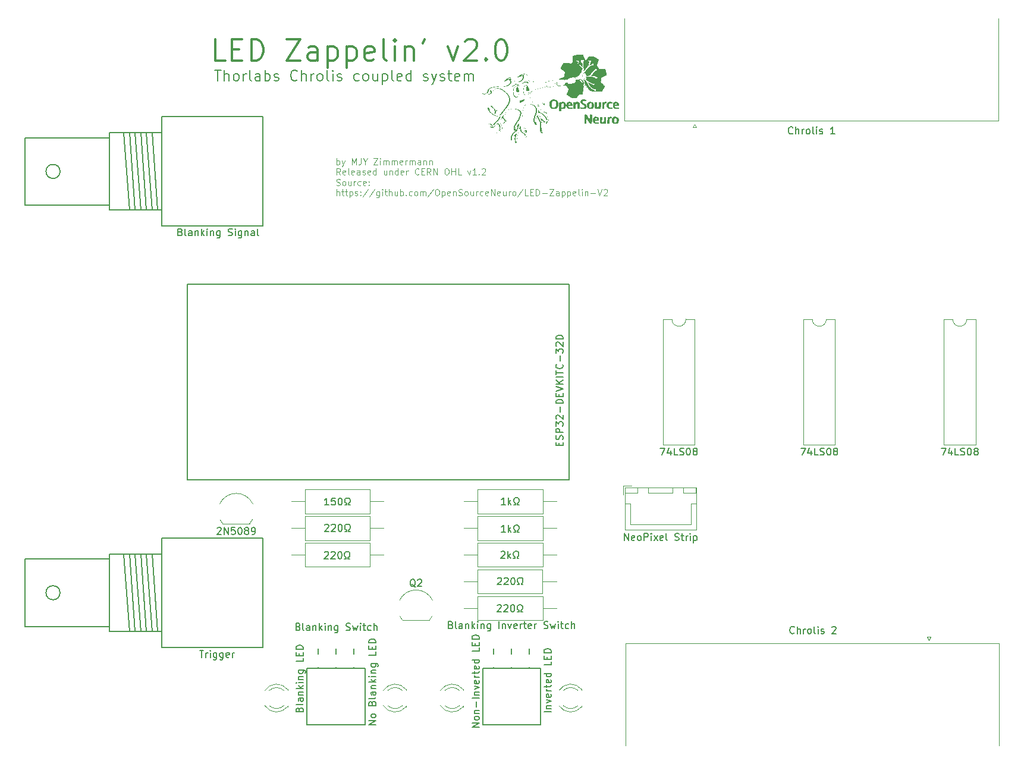
<source format=gbr>
%TF.GenerationSoftware,KiCad,Pcbnew,(6.0.4)*%
%TF.CreationDate,2023-06-02T21:54:59+02:00*%
%TF.ProjectId,LED-Zappelin-V2-Chrolis,4c45442d-5a61-4707-9065-6c696e2d5632,rev?*%
%TF.SameCoordinates,Original*%
%TF.FileFunction,Legend,Top*%
%TF.FilePolarity,Positive*%
%FSLAX46Y46*%
G04 Gerber Fmt 4.6, Leading zero omitted, Abs format (unit mm)*
G04 Created by KiCad (PCBNEW (6.0.4)) date 2023-06-02 21:54:59*
%MOMM*%
%LPD*%
G01*
G04 APERTURE LIST*
%ADD10C,0.100000*%
%ADD11C,0.300000*%
%ADD12C,0.200000*%
%ADD13C,0.150000*%
%ADD14C,0.127000*%
%ADD15C,0.120000*%
G04 APERTURE END LIST*
D10*
X75029285Y-53882642D02*
X75029285Y-52982642D01*
X75029285Y-53325500D02*
X75115000Y-53282642D01*
X75286428Y-53282642D01*
X75372142Y-53325500D01*
X75415000Y-53368357D01*
X75457857Y-53454071D01*
X75457857Y-53711214D01*
X75415000Y-53796928D01*
X75372142Y-53839785D01*
X75286428Y-53882642D01*
X75115000Y-53882642D01*
X75029285Y-53839785D01*
X75757857Y-53282642D02*
X75972142Y-53882642D01*
X76186428Y-53282642D02*
X75972142Y-53882642D01*
X75886428Y-54096928D01*
X75843571Y-54139785D01*
X75757857Y-54182642D01*
X77215000Y-53882642D02*
X77215000Y-52982642D01*
X77515000Y-53625500D01*
X77815000Y-52982642D01*
X77815000Y-53882642D01*
X78500714Y-52982642D02*
X78500714Y-53625500D01*
X78457857Y-53754071D01*
X78372142Y-53839785D01*
X78243571Y-53882642D01*
X78157857Y-53882642D01*
X79100714Y-53454071D02*
X79100714Y-53882642D01*
X78800714Y-52982642D02*
X79100714Y-53454071D01*
X79400714Y-52982642D01*
X80300714Y-52982642D02*
X80900714Y-52982642D01*
X80300714Y-53882642D01*
X80900714Y-53882642D01*
X81243571Y-53882642D02*
X81243571Y-53282642D01*
X81243571Y-52982642D02*
X81200714Y-53025500D01*
X81243571Y-53068357D01*
X81286428Y-53025500D01*
X81243571Y-52982642D01*
X81243571Y-53068357D01*
X81672142Y-53882642D02*
X81672142Y-53282642D01*
X81672142Y-53368357D02*
X81715000Y-53325500D01*
X81800714Y-53282642D01*
X81929285Y-53282642D01*
X82015000Y-53325500D01*
X82057857Y-53411214D01*
X82057857Y-53882642D01*
X82057857Y-53411214D02*
X82100714Y-53325500D01*
X82186428Y-53282642D01*
X82315000Y-53282642D01*
X82400714Y-53325500D01*
X82443571Y-53411214D01*
X82443571Y-53882642D01*
X82872142Y-53882642D02*
X82872142Y-53282642D01*
X82872142Y-53368357D02*
X82915000Y-53325500D01*
X83000714Y-53282642D01*
X83129285Y-53282642D01*
X83215000Y-53325500D01*
X83257857Y-53411214D01*
X83257857Y-53882642D01*
X83257857Y-53411214D02*
X83300714Y-53325500D01*
X83386428Y-53282642D01*
X83515000Y-53282642D01*
X83600714Y-53325500D01*
X83643571Y-53411214D01*
X83643571Y-53882642D01*
X84415000Y-53839785D02*
X84329285Y-53882642D01*
X84157857Y-53882642D01*
X84072142Y-53839785D01*
X84029285Y-53754071D01*
X84029285Y-53411214D01*
X84072142Y-53325500D01*
X84157857Y-53282642D01*
X84329285Y-53282642D01*
X84415000Y-53325500D01*
X84457857Y-53411214D01*
X84457857Y-53496928D01*
X84029285Y-53582642D01*
X84843571Y-53882642D02*
X84843571Y-53282642D01*
X84843571Y-53454071D02*
X84886428Y-53368357D01*
X84929285Y-53325500D01*
X85015000Y-53282642D01*
X85100714Y-53282642D01*
X85400714Y-53882642D02*
X85400714Y-53282642D01*
X85400714Y-53368357D02*
X85443571Y-53325500D01*
X85529285Y-53282642D01*
X85657857Y-53282642D01*
X85743571Y-53325500D01*
X85786428Y-53411214D01*
X85786428Y-53882642D01*
X85786428Y-53411214D02*
X85829285Y-53325500D01*
X85915000Y-53282642D01*
X86043571Y-53282642D01*
X86129285Y-53325500D01*
X86172142Y-53411214D01*
X86172142Y-53882642D01*
X86986428Y-53882642D02*
X86986428Y-53411214D01*
X86943571Y-53325500D01*
X86857857Y-53282642D01*
X86686428Y-53282642D01*
X86600714Y-53325500D01*
X86986428Y-53839785D02*
X86900714Y-53882642D01*
X86686428Y-53882642D01*
X86600714Y-53839785D01*
X86557857Y-53754071D01*
X86557857Y-53668357D01*
X86600714Y-53582642D01*
X86686428Y-53539785D01*
X86900714Y-53539785D01*
X86986428Y-53496928D01*
X87415000Y-53282642D02*
X87415000Y-53882642D01*
X87415000Y-53368357D02*
X87457857Y-53325500D01*
X87543571Y-53282642D01*
X87672142Y-53282642D01*
X87757857Y-53325500D01*
X87800714Y-53411214D01*
X87800714Y-53882642D01*
X88229285Y-53282642D02*
X88229285Y-53882642D01*
X88229285Y-53368357D02*
X88272142Y-53325500D01*
X88357857Y-53282642D01*
X88486428Y-53282642D01*
X88572142Y-53325500D01*
X88615000Y-53411214D01*
X88615000Y-53882642D01*
X75543571Y-55331642D02*
X75243571Y-54903071D01*
X75029285Y-55331642D02*
X75029285Y-54431642D01*
X75372142Y-54431642D01*
X75457857Y-54474500D01*
X75500714Y-54517357D01*
X75543571Y-54603071D01*
X75543571Y-54731642D01*
X75500714Y-54817357D01*
X75457857Y-54860214D01*
X75372142Y-54903071D01*
X75029285Y-54903071D01*
X76272142Y-55288785D02*
X76186428Y-55331642D01*
X76015000Y-55331642D01*
X75929285Y-55288785D01*
X75886428Y-55203071D01*
X75886428Y-54860214D01*
X75929285Y-54774500D01*
X76015000Y-54731642D01*
X76186428Y-54731642D01*
X76272142Y-54774500D01*
X76315000Y-54860214D01*
X76315000Y-54945928D01*
X75886428Y-55031642D01*
X76829285Y-55331642D02*
X76743571Y-55288785D01*
X76700714Y-55203071D01*
X76700714Y-54431642D01*
X77515000Y-55288785D02*
X77429285Y-55331642D01*
X77257857Y-55331642D01*
X77172142Y-55288785D01*
X77129285Y-55203071D01*
X77129285Y-54860214D01*
X77172142Y-54774500D01*
X77257857Y-54731642D01*
X77429285Y-54731642D01*
X77515000Y-54774500D01*
X77557857Y-54860214D01*
X77557857Y-54945928D01*
X77129285Y-55031642D01*
X78329285Y-55331642D02*
X78329285Y-54860214D01*
X78286428Y-54774500D01*
X78200714Y-54731642D01*
X78029285Y-54731642D01*
X77943571Y-54774500D01*
X78329285Y-55288785D02*
X78243571Y-55331642D01*
X78029285Y-55331642D01*
X77943571Y-55288785D01*
X77900714Y-55203071D01*
X77900714Y-55117357D01*
X77943571Y-55031642D01*
X78029285Y-54988785D01*
X78243571Y-54988785D01*
X78329285Y-54945928D01*
X78715000Y-55288785D02*
X78800714Y-55331642D01*
X78972142Y-55331642D01*
X79057857Y-55288785D01*
X79100714Y-55203071D01*
X79100714Y-55160214D01*
X79057857Y-55074500D01*
X78972142Y-55031642D01*
X78843571Y-55031642D01*
X78757857Y-54988785D01*
X78715000Y-54903071D01*
X78715000Y-54860214D01*
X78757857Y-54774500D01*
X78843571Y-54731642D01*
X78972142Y-54731642D01*
X79057857Y-54774500D01*
X79829285Y-55288785D02*
X79743571Y-55331642D01*
X79572142Y-55331642D01*
X79486428Y-55288785D01*
X79443571Y-55203071D01*
X79443571Y-54860214D01*
X79486428Y-54774500D01*
X79572142Y-54731642D01*
X79743571Y-54731642D01*
X79829285Y-54774500D01*
X79872142Y-54860214D01*
X79872142Y-54945928D01*
X79443571Y-55031642D01*
X80643571Y-55331642D02*
X80643571Y-54431642D01*
X80643571Y-55288785D02*
X80557857Y-55331642D01*
X80386428Y-55331642D01*
X80300714Y-55288785D01*
X80257857Y-55245928D01*
X80215000Y-55160214D01*
X80215000Y-54903071D01*
X80257857Y-54817357D01*
X80300714Y-54774500D01*
X80386428Y-54731642D01*
X80557857Y-54731642D01*
X80643571Y-54774500D01*
X82143571Y-54731642D02*
X82143571Y-55331642D01*
X81757857Y-54731642D02*
X81757857Y-55203071D01*
X81800714Y-55288785D01*
X81886428Y-55331642D01*
X82015000Y-55331642D01*
X82100714Y-55288785D01*
X82143571Y-55245928D01*
X82572142Y-54731642D02*
X82572142Y-55331642D01*
X82572142Y-54817357D02*
X82615000Y-54774500D01*
X82700714Y-54731642D01*
X82829285Y-54731642D01*
X82915000Y-54774500D01*
X82957857Y-54860214D01*
X82957857Y-55331642D01*
X83772142Y-55331642D02*
X83772142Y-54431642D01*
X83772142Y-55288785D02*
X83686428Y-55331642D01*
X83515000Y-55331642D01*
X83429285Y-55288785D01*
X83386428Y-55245928D01*
X83343571Y-55160214D01*
X83343571Y-54903071D01*
X83386428Y-54817357D01*
X83429285Y-54774500D01*
X83515000Y-54731642D01*
X83686428Y-54731642D01*
X83772142Y-54774500D01*
X84543571Y-55288785D02*
X84457857Y-55331642D01*
X84286428Y-55331642D01*
X84200714Y-55288785D01*
X84157857Y-55203071D01*
X84157857Y-54860214D01*
X84200714Y-54774500D01*
X84286428Y-54731642D01*
X84457857Y-54731642D01*
X84543571Y-54774500D01*
X84586428Y-54860214D01*
X84586428Y-54945928D01*
X84157857Y-55031642D01*
X84972142Y-55331642D02*
X84972142Y-54731642D01*
X84972142Y-54903071D02*
X85015000Y-54817357D01*
X85057857Y-54774500D01*
X85143571Y-54731642D01*
X85229285Y-54731642D01*
X86729285Y-55245928D02*
X86686428Y-55288785D01*
X86557857Y-55331642D01*
X86472142Y-55331642D01*
X86343571Y-55288785D01*
X86257857Y-55203071D01*
X86215000Y-55117357D01*
X86172142Y-54945928D01*
X86172142Y-54817357D01*
X86215000Y-54645928D01*
X86257857Y-54560214D01*
X86343571Y-54474500D01*
X86472142Y-54431642D01*
X86557857Y-54431642D01*
X86686428Y-54474500D01*
X86729285Y-54517357D01*
X87115000Y-54860214D02*
X87415000Y-54860214D01*
X87543571Y-55331642D02*
X87115000Y-55331642D01*
X87115000Y-54431642D01*
X87543571Y-54431642D01*
X88443571Y-55331642D02*
X88143571Y-54903071D01*
X87929285Y-55331642D02*
X87929285Y-54431642D01*
X88272142Y-54431642D01*
X88357857Y-54474500D01*
X88400714Y-54517357D01*
X88443571Y-54603071D01*
X88443571Y-54731642D01*
X88400714Y-54817357D01*
X88357857Y-54860214D01*
X88272142Y-54903071D01*
X87929285Y-54903071D01*
X88829285Y-55331642D02*
X88829285Y-54431642D01*
X89343571Y-55331642D01*
X89343571Y-54431642D01*
X90629285Y-54431642D02*
X90800714Y-54431642D01*
X90886428Y-54474500D01*
X90972142Y-54560214D01*
X91015000Y-54731642D01*
X91015000Y-55031642D01*
X90972142Y-55203071D01*
X90886428Y-55288785D01*
X90800714Y-55331642D01*
X90629285Y-55331642D01*
X90543571Y-55288785D01*
X90457857Y-55203071D01*
X90415000Y-55031642D01*
X90415000Y-54731642D01*
X90457857Y-54560214D01*
X90543571Y-54474500D01*
X90629285Y-54431642D01*
X91400714Y-55331642D02*
X91400714Y-54431642D01*
X91400714Y-54860214D02*
X91915000Y-54860214D01*
X91915000Y-55331642D02*
X91915000Y-54431642D01*
X92772142Y-55331642D02*
X92343571Y-55331642D01*
X92343571Y-54431642D01*
X93672142Y-54731642D02*
X93886428Y-55331642D01*
X94100714Y-54731642D01*
X94915000Y-55331642D02*
X94400714Y-55331642D01*
X94657857Y-55331642D02*
X94657857Y-54431642D01*
X94572142Y-54560214D01*
X94486428Y-54645928D01*
X94400714Y-54688785D01*
X95300714Y-55245928D02*
X95343571Y-55288785D01*
X95300714Y-55331642D01*
X95257857Y-55288785D01*
X95300714Y-55245928D01*
X95300714Y-55331642D01*
X95686428Y-54517357D02*
X95729285Y-54474500D01*
X95815000Y-54431642D01*
X96029285Y-54431642D01*
X96115000Y-54474500D01*
X96157857Y-54517357D01*
X96200714Y-54603071D01*
X96200714Y-54688785D01*
X96157857Y-54817357D01*
X95643571Y-55331642D01*
X96200714Y-55331642D01*
X74986428Y-56789785D02*
X75115000Y-56832642D01*
X75329285Y-56832642D01*
X75415000Y-56789785D01*
X75457857Y-56746928D01*
X75500714Y-56661214D01*
X75500714Y-56575500D01*
X75457857Y-56489785D01*
X75415000Y-56446928D01*
X75329285Y-56404071D01*
X75157857Y-56361214D01*
X75072142Y-56318357D01*
X75029285Y-56275500D01*
X74986428Y-56189785D01*
X74986428Y-56104071D01*
X75029285Y-56018357D01*
X75072142Y-55975500D01*
X75157857Y-55932642D01*
X75372142Y-55932642D01*
X75500714Y-55975500D01*
X76015000Y-56832642D02*
X75929285Y-56789785D01*
X75886428Y-56746928D01*
X75843571Y-56661214D01*
X75843571Y-56404071D01*
X75886428Y-56318357D01*
X75929285Y-56275500D01*
X76015000Y-56232642D01*
X76143571Y-56232642D01*
X76229285Y-56275500D01*
X76272142Y-56318357D01*
X76315000Y-56404071D01*
X76315000Y-56661214D01*
X76272142Y-56746928D01*
X76229285Y-56789785D01*
X76143571Y-56832642D01*
X76015000Y-56832642D01*
X77086428Y-56232642D02*
X77086428Y-56832642D01*
X76700714Y-56232642D02*
X76700714Y-56704071D01*
X76743571Y-56789785D01*
X76829285Y-56832642D01*
X76957857Y-56832642D01*
X77043571Y-56789785D01*
X77086428Y-56746928D01*
X77515000Y-56832642D02*
X77515000Y-56232642D01*
X77515000Y-56404071D02*
X77557857Y-56318357D01*
X77600714Y-56275500D01*
X77686428Y-56232642D01*
X77772142Y-56232642D01*
X78457857Y-56789785D02*
X78372142Y-56832642D01*
X78200714Y-56832642D01*
X78115000Y-56789785D01*
X78072142Y-56746928D01*
X78029285Y-56661214D01*
X78029285Y-56404071D01*
X78072142Y-56318357D01*
X78115000Y-56275500D01*
X78200714Y-56232642D01*
X78372142Y-56232642D01*
X78457857Y-56275500D01*
X79186428Y-56789785D02*
X79100714Y-56832642D01*
X78929285Y-56832642D01*
X78843571Y-56789785D01*
X78800714Y-56704071D01*
X78800714Y-56361214D01*
X78843571Y-56275500D01*
X78929285Y-56232642D01*
X79100714Y-56232642D01*
X79186428Y-56275500D01*
X79229285Y-56361214D01*
X79229285Y-56446928D01*
X78800714Y-56532642D01*
X79615000Y-56746928D02*
X79657857Y-56789785D01*
X79615000Y-56832642D01*
X79572142Y-56789785D01*
X79615000Y-56746928D01*
X79615000Y-56832642D01*
X79615000Y-56275500D02*
X79657857Y-56318357D01*
X79615000Y-56361214D01*
X79572142Y-56318357D01*
X79615000Y-56275500D01*
X79615000Y-56361214D01*
X75029285Y-58281642D02*
X75029285Y-57381642D01*
X75415000Y-58281642D02*
X75415000Y-57810214D01*
X75372142Y-57724500D01*
X75286428Y-57681642D01*
X75157857Y-57681642D01*
X75072142Y-57724500D01*
X75029285Y-57767357D01*
X75715000Y-57681642D02*
X76057857Y-57681642D01*
X75843571Y-57381642D02*
X75843571Y-58153071D01*
X75886428Y-58238785D01*
X75972142Y-58281642D01*
X76057857Y-58281642D01*
X76229285Y-57681642D02*
X76572142Y-57681642D01*
X76357857Y-57381642D02*
X76357857Y-58153071D01*
X76400714Y-58238785D01*
X76486428Y-58281642D01*
X76572142Y-58281642D01*
X76872142Y-57681642D02*
X76872142Y-58581642D01*
X76872142Y-57724500D02*
X76957857Y-57681642D01*
X77129285Y-57681642D01*
X77215000Y-57724500D01*
X77257857Y-57767357D01*
X77300714Y-57853071D01*
X77300714Y-58110214D01*
X77257857Y-58195928D01*
X77215000Y-58238785D01*
X77129285Y-58281642D01*
X76957857Y-58281642D01*
X76872142Y-58238785D01*
X77643571Y-58238785D02*
X77729285Y-58281642D01*
X77900714Y-58281642D01*
X77986428Y-58238785D01*
X78029285Y-58153071D01*
X78029285Y-58110214D01*
X77986428Y-58024500D01*
X77900714Y-57981642D01*
X77772142Y-57981642D01*
X77686428Y-57938785D01*
X77643571Y-57853071D01*
X77643571Y-57810214D01*
X77686428Y-57724500D01*
X77772142Y-57681642D01*
X77900714Y-57681642D01*
X77986428Y-57724500D01*
X78415000Y-58195928D02*
X78457857Y-58238785D01*
X78415000Y-58281642D01*
X78372142Y-58238785D01*
X78415000Y-58195928D01*
X78415000Y-58281642D01*
X78415000Y-57724500D02*
X78457857Y-57767357D01*
X78415000Y-57810214D01*
X78372142Y-57767357D01*
X78415000Y-57724500D01*
X78415000Y-57810214D01*
X79486428Y-57338785D02*
X78715000Y-58495928D01*
X80429285Y-57338785D02*
X79657857Y-58495928D01*
X81115000Y-57681642D02*
X81115000Y-58410214D01*
X81072142Y-58495928D01*
X81029285Y-58538785D01*
X80943571Y-58581642D01*
X80815000Y-58581642D01*
X80729285Y-58538785D01*
X81115000Y-58238785D02*
X81029285Y-58281642D01*
X80857857Y-58281642D01*
X80772142Y-58238785D01*
X80729285Y-58195928D01*
X80686428Y-58110214D01*
X80686428Y-57853071D01*
X80729285Y-57767357D01*
X80772142Y-57724500D01*
X80857857Y-57681642D01*
X81029285Y-57681642D01*
X81115000Y-57724500D01*
X81543571Y-58281642D02*
X81543571Y-57681642D01*
X81543571Y-57381642D02*
X81500714Y-57424500D01*
X81543571Y-57467357D01*
X81586428Y-57424500D01*
X81543571Y-57381642D01*
X81543571Y-57467357D01*
X81843571Y-57681642D02*
X82186428Y-57681642D01*
X81972142Y-57381642D02*
X81972142Y-58153071D01*
X82015000Y-58238785D01*
X82100714Y-58281642D01*
X82186428Y-58281642D01*
X82486428Y-58281642D02*
X82486428Y-57381642D01*
X82872142Y-58281642D02*
X82872142Y-57810214D01*
X82829285Y-57724500D01*
X82743571Y-57681642D01*
X82615000Y-57681642D01*
X82529285Y-57724500D01*
X82486428Y-57767357D01*
X83686428Y-57681642D02*
X83686428Y-58281642D01*
X83300714Y-57681642D02*
X83300714Y-58153071D01*
X83343571Y-58238785D01*
X83429285Y-58281642D01*
X83557857Y-58281642D01*
X83643571Y-58238785D01*
X83686428Y-58195928D01*
X84115000Y-58281642D02*
X84115000Y-57381642D01*
X84115000Y-57724500D02*
X84200714Y-57681642D01*
X84372142Y-57681642D01*
X84457857Y-57724500D01*
X84500714Y-57767357D01*
X84543571Y-57853071D01*
X84543571Y-58110214D01*
X84500714Y-58195928D01*
X84457857Y-58238785D01*
X84372142Y-58281642D01*
X84200714Y-58281642D01*
X84115000Y-58238785D01*
X84929285Y-58195928D02*
X84972142Y-58238785D01*
X84929285Y-58281642D01*
X84886428Y-58238785D01*
X84929285Y-58195928D01*
X84929285Y-58281642D01*
X85743571Y-58238785D02*
X85657857Y-58281642D01*
X85486428Y-58281642D01*
X85400714Y-58238785D01*
X85357857Y-58195928D01*
X85315000Y-58110214D01*
X85315000Y-57853071D01*
X85357857Y-57767357D01*
X85400714Y-57724500D01*
X85486428Y-57681642D01*
X85657857Y-57681642D01*
X85743571Y-57724500D01*
X86257857Y-58281642D02*
X86172142Y-58238785D01*
X86129285Y-58195928D01*
X86086428Y-58110214D01*
X86086428Y-57853071D01*
X86129285Y-57767357D01*
X86172142Y-57724500D01*
X86257857Y-57681642D01*
X86386428Y-57681642D01*
X86472142Y-57724500D01*
X86515000Y-57767357D01*
X86557857Y-57853071D01*
X86557857Y-58110214D01*
X86515000Y-58195928D01*
X86472142Y-58238785D01*
X86386428Y-58281642D01*
X86257857Y-58281642D01*
X86943571Y-58281642D02*
X86943571Y-57681642D01*
X86943571Y-57767357D02*
X86986428Y-57724500D01*
X87072142Y-57681642D01*
X87200714Y-57681642D01*
X87286428Y-57724500D01*
X87329285Y-57810214D01*
X87329285Y-58281642D01*
X87329285Y-57810214D02*
X87372142Y-57724500D01*
X87457857Y-57681642D01*
X87586428Y-57681642D01*
X87672142Y-57724500D01*
X87715000Y-57810214D01*
X87715000Y-58281642D01*
X88786428Y-57338785D02*
X88015000Y-58495928D01*
X89257857Y-57381642D02*
X89429285Y-57381642D01*
X89515000Y-57424500D01*
X89600714Y-57510214D01*
X89643571Y-57681642D01*
X89643571Y-57981642D01*
X89600714Y-58153071D01*
X89515000Y-58238785D01*
X89429285Y-58281642D01*
X89257857Y-58281642D01*
X89172142Y-58238785D01*
X89086428Y-58153071D01*
X89043571Y-57981642D01*
X89043571Y-57681642D01*
X89086428Y-57510214D01*
X89172142Y-57424500D01*
X89257857Y-57381642D01*
X90029285Y-57681642D02*
X90029285Y-58581642D01*
X90029285Y-57724500D02*
X90115000Y-57681642D01*
X90286428Y-57681642D01*
X90372142Y-57724500D01*
X90415000Y-57767357D01*
X90457857Y-57853071D01*
X90457857Y-58110214D01*
X90415000Y-58195928D01*
X90372142Y-58238785D01*
X90286428Y-58281642D01*
X90115000Y-58281642D01*
X90029285Y-58238785D01*
X91186428Y-58238785D02*
X91100714Y-58281642D01*
X90929285Y-58281642D01*
X90843571Y-58238785D01*
X90800714Y-58153071D01*
X90800714Y-57810214D01*
X90843571Y-57724500D01*
X90929285Y-57681642D01*
X91100714Y-57681642D01*
X91186428Y-57724500D01*
X91229285Y-57810214D01*
X91229285Y-57895928D01*
X90800714Y-57981642D01*
X91615000Y-57681642D02*
X91615000Y-58281642D01*
X91615000Y-57767357D02*
X91657857Y-57724500D01*
X91743571Y-57681642D01*
X91872142Y-57681642D01*
X91957857Y-57724500D01*
X92000714Y-57810214D01*
X92000714Y-58281642D01*
X92386428Y-58238785D02*
X92515000Y-58281642D01*
X92729285Y-58281642D01*
X92815000Y-58238785D01*
X92857857Y-58195928D01*
X92900714Y-58110214D01*
X92900714Y-58024500D01*
X92857857Y-57938785D01*
X92815000Y-57895928D01*
X92729285Y-57853071D01*
X92557857Y-57810214D01*
X92472142Y-57767357D01*
X92429285Y-57724500D01*
X92386428Y-57638785D01*
X92386428Y-57553071D01*
X92429285Y-57467357D01*
X92472142Y-57424500D01*
X92557857Y-57381642D01*
X92772142Y-57381642D01*
X92900714Y-57424500D01*
X93415000Y-58281642D02*
X93329285Y-58238785D01*
X93286428Y-58195928D01*
X93243571Y-58110214D01*
X93243571Y-57853071D01*
X93286428Y-57767357D01*
X93329285Y-57724500D01*
X93415000Y-57681642D01*
X93543571Y-57681642D01*
X93629285Y-57724500D01*
X93672142Y-57767357D01*
X93715000Y-57853071D01*
X93715000Y-58110214D01*
X93672142Y-58195928D01*
X93629285Y-58238785D01*
X93543571Y-58281642D01*
X93415000Y-58281642D01*
X94486428Y-57681642D02*
X94486428Y-58281642D01*
X94100714Y-57681642D02*
X94100714Y-58153071D01*
X94143571Y-58238785D01*
X94229285Y-58281642D01*
X94357857Y-58281642D01*
X94443571Y-58238785D01*
X94486428Y-58195928D01*
X94915000Y-58281642D02*
X94915000Y-57681642D01*
X94915000Y-57853071D02*
X94957857Y-57767357D01*
X95000714Y-57724500D01*
X95086428Y-57681642D01*
X95172142Y-57681642D01*
X95857857Y-58238785D02*
X95772142Y-58281642D01*
X95600714Y-58281642D01*
X95515000Y-58238785D01*
X95472142Y-58195928D01*
X95429285Y-58110214D01*
X95429285Y-57853071D01*
X95472142Y-57767357D01*
X95515000Y-57724500D01*
X95600714Y-57681642D01*
X95772142Y-57681642D01*
X95857857Y-57724500D01*
X96586428Y-58238785D02*
X96500714Y-58281642D01*
X96329285Y-58281642D01*
X96243571Y-58238785D01*
X96200714Y-58153071D01*
X96200714Y-57810214D01*
X96243571Y-57724500D01*
X96329285Y-57681642D01*
X96500714Y-57681642D01*
X96586428Y-57724500D01*
X96629285Y-57810214D01*
X96629285Y-57895928D01*
X96200714Y-57981642D01*
X97015000Y-58281642D02*
X97015000Y-57381642D01*
X97529285Y-58281642D01*
X97529285Y-57381642D01*
X98300714Y-58238785D02*
X98215000Y-58281642D01*
X98043571Y-58281642D01*
X97957857Y-58238785D01*
X97915000Y-58153071D01*
X97915000Y-57810214D01*
X97957857Y-57724500D01*
X98043571Y-57681642D01*
X98215000Y-57681642D01*
X98300714Y-57724500D01*
X98343571Y-57810214D01*
X98343571Y-57895928D01*
X97915000Y-57981642D01*
X99115000Y-57681642D02*
X99115000Y-58281642D01*
X98729285Y-57681642D02*
X98729285Y-58153071D01*
X98772142Y-58238785D01*
X98857857Y-58281642D01*
X98986428Y-58281642D01*
X99072142Y-58238785D01*
X99115000Y-58195928D01*
X99543571Y-58281642D02*
X99543571Y-57681642D01*
X99543571Y-57853071D02*
X99586428Y-57767357D01*
X99629285Y-57724500D01*
X99715000Y-57681642D01*
X99800714Y-57681642D01*
X100229285Y-58281642D02*
X100143571Y-58238785D01*
X100100714Y-58195928D01*
X100057857Y-58110214D01*
X100057857Y-57853071D01*
X100100714Y-57767357D01*
X100143571Y-57724500D01*
X100229285Y-57681642D01*
X100357857Y-57681642D01*
X100443571Y-57724500D01*
X100486428Y-57767357D01*
X100529285Y-57853071D01*
X100529285Y-58110214D01*
X100486428Y-58195928D01*
X100443571Y-58238785D01*
X100357857Y-58281642D01*
X100229285Y-58281642D01*
X101557857Y-57338785D02*
X100786428Y-58495928D01*
X102286428Y-58281642D02*
X101857857Y-58281642D01*
X101857857Y-57381642D01*
X102586428Y-57810214D02*
X102886428Y-57810214D01*
X103015000Y-58281642D02*
X102586428Y-58281642D01*
X102586428Y-57381642D01*
X103015000Y-57381642D01*
X103400714Y-58281642D02*
X103400714Y-57381642D01*
X103615000Y-57381642D01*
X103743571Y-57424500D01*
X103829285Y-57510214D01*
X103872142Y-57595928D01*
X103915000Y-57767357D01*
X103915000Y-57895928D01*
X103872142Y-58067357D01*
X103829285Y-58153071D01*
X103743571Y-58238785D01*
X103615000Y-58281642D01*
X103400714Y-58281642D01*
X104300714Y-57938785D02*
X104986428Y-57938785D01*
X105329285Y-57381642D02*
X105929285Y-57381642D01*
X105329285Y-58281642D01*
X105929285Y-58281642D01*
X106657857Y-58281642D02*
X106657857Y-57810214D01*
X106615000Y-57724500D01*
X106529285Y-57681642D01*
X106357857Y-57681642D01*
X106272142Y-57724500D01*
X106657857Y-58238785D02*
X106572142Y-58281642D01*
X106357857Y-58281642D01*
X106272142Y-58238785D01*
X106229285Y-58153071D01*
X106229285Y-58067357D01*
X106272142Y-57981642D01*
X106357857Y-57938785D01*
X106572142Y-57938785D01*
X106657857Y-57895928D01*
X107086428Y-57681642D02*
X107086428Y-58581642D01*
X107086428Y-57724500D02*
X107172142Y-57681642D01*
X107343571Y-57681642D01*
X107429285Y-57724500D01*
X107472142Y-57767357D01*
X107514999Y-57853071D01*
X107514999Y-58110214D01*
X107472142Y-58195928D01*
X107429285Y-58238785D01*
X107343571Y-58281642D01*
X107172142Y-58281642D01*
X107086428Y-58238785D01*
X107900714Y-57681642D02*
X107900714Y-58581642D01*
X107900714Y-57724500D02*
X107986428Y-57681642D01*
X108157857Y-57681642D01*
X108243571Y-57724500D01*
X108286428Y-57767357D01*
X108329285Y-57853071D01*
X108329285Y-58110214D01*
X108286428Y-58195928D01*
X108243571Y-58238785D01*
X108157857Y-58281642D01*
X107986428Y-58281642D01*
X107900714Y-58238785D01*
X109057857Y-58238785D02*
X108972142Y-58281642D01*
X108800714Y-58281642D01*
X108715000Y-58238785D01*
X108672142Y-58153071D01*
X108672142Y-57810214D01*
X108715000Y-57724500D01*
X108800714Y-57681642D01*
X108972142Y-57681642D01*
X109057857Y-57724500D01*
X109100714Y-57810214D01*
X109100714Y-57895928D01*
X108672142Y-57981642D01*
X109615000Y-58281642D02*
X109529285Y-58238785D01*
X109486428Y-58153071D01*
X109486428Y-57381642D01*
X109957857Y-58281642D02*
X109957857Y-57681642D01*
X109957857Y-57381642D02*
X109915000Y-57424500D01*
X109957857Y-57467357D01*
X110000714Y-57424500D01*
X109957857Y-57381642D01*
X109957857Y-57467357D01*
X110386428Y-57681642D02*
X110386428Y-58281642D01*
X110386428Y-57767357D02*
X110429285Y-57724500D01*
X110515000Y-57681642D01*
X110643571Y-57681642D01*
X110729285Y-57724500D01*
X110772142Y-57810214D01*
X110772142Y-58281642D01*
X111200714Y-57938785D02*
X111886428Y-57938785D01*
X112186428Y-57381642D02*
X112486428Y-58281642D01*
X112786428Y-57381642D01*
X113043571Y-57467357D02*
X113086428Y-57424500D01*
X113172142Y-57381642D01*
X113386428Y-57381642D01*
X113472142Y-57424500D01*
X113515000Y-57467357D01*
X113557857Y-57553071D01*
X113557857Y-57638785D01*
X113515000Y-57767357D01*
X113000714Y-58281642D01*
X113557857Y-58281642D01*
D11*
X59164285Y-39057142D02*
X57735714Y-39057142D01*
X57735714Y-36057142D01*
X60164285Y-37485714D02*
X61164285Y-37485714D01*
X61592857Y-39057142D02*
X60164285Y-39057142D01*
X60164285Y-36057142D01*
X61592857Y-36057142D01*
X62878571Y-39057142D02*
X62878571Y-36057142D01*
X63592857Y-36057142D01*
X64021428Y-36200000D01*
X64307142Y-36485714D01*
X64449999Y-36771428D01*
X64592857Y-37342857D01*
X64592857Y-37771428D01*
X64449999Y-38342857D01*
X64307142Y-38628571D01*
X64021428Y-38914285D01*
X63592857Y-39057142D01*
X62878571Y-39057142D01*
X67878571Y-36057142D02*
X69878571Y-36057142D01*
X67878571Y-39057142D01*
X69878571Y-39057142D01*
X72307142Y-39057142D02*
X72307142Y-37485714D01*
X72164285Y-37200000D01*
X71878571Y-37057142D01*
X71307142Y-37057142D01*
X71021428Y-37200000D01*
X72307142Y-38914285D02*
X72021428Y-39057142D01*
X71307142Y-39057142D01*
X71021428Y-38914285D01*
X70878571Y-38628571D01*
X70878571Y-38342857D01*
X71021428Y-38057142D01*
X71307142Y-37914285D01*
X72021428Y-37914285D01*
X72307142Y-37771428D01*
X73735714Y-37057142D02*
X73735714Y-40057142D01*
X73735714Y-37200000D02*
X74021428Y-37057142D01*
X74592857Y-37057142D01*
X74878571Y-37200000D01*
X75021428Y-37342857D01*
X75164285Y-37628571D01*
X75164285Y-38485714D01*
X75021428Y-38771428D01*
X74878571Y-38914285D01*
X74592857Y-39057142D01*
X74021428Y-39057142D01*
X73735714Y-38914285D01*
X76450000Y-37057142D02*
X76450000Y-40057142D01*
X76450000Y-37200000D02*
X76735714Y-37057142D01*
X77307142Y-37057142D01*
X77592857Y-37200000D01*
X77735714Y-37342857D01*
X77878571Y-37628571D01*
X77878571Y-38485714D01*
X77735714Y-38771428D01*
X77592857Y-38914285D01*
X77307142Y-39057142D01*
X76735714Y-39057142D01*
X76450000Y-38914285D01*
X80307142Y-38914285D02*
X80021428Y-39057142D01*
X79450000Y-39057142D01*
X79164285Y-38914285D01*
X79021428Y-38628571D01*
X79021428Y-37485714D01*
X79164285Y-37200000D01*
X79450000Y-37057142D01*
X80021428Y-37057142D01*
X80307142Y-37200000D01*
X80450000Y-37485714D01*
X80450000Y-37771428D01*
X79021428Y-38057142D01*
X82164285Y-39057142D02*
X81878571Y-38914285D01*
X81735714Y-38628571D01*
X81735714Y-36057142D01*
X83307142Y-39057142D02*
X83307142Y-37057142D01*
X83307142Y-36057142D02*
X83164285Y-36200000D01*
X83307142Y-36342857D01*
X83450000Y-36200000D01*
X83307142Y-36057142D01*
X83307142Y-36342857D01*
X84735714Y-37057142D02*
X84735714Y-39057142D01*
X84735714Y-37342857D02*
X84878571Y-37200000D01*
X85164285Y-37057142D01*
X85592857Y-37057142D01*
X85878571Y-37200000D01*
X86021428Y-37485714D01*
X86021428Y-39057142D01*
X87592857Y-36057142D02*
X87307142Y-36628571D01*
X90878571Y-37057142D02*
X91592857Y-39057142D01*
X92307142Y-37057142D01*
X93307142Y-36342857D02*
X93450000Y-36200000D01*
X93735714Y-36057142D01*
X94450000Y-36057142D01*
X94735714Y-36200000D01*
X94878571Y-36342857D01*
X95021428Y-36628571D01*
X95021428Y-36914285D01*
X94878571Y-37342857D01*
X93164285Y-39057142D01*
X95021428Y-39057142D01*
X96307142Y-38771428D02*
X96450000Y-38914285D01*
X96307142Y-39057142D01*
X96164285Y-38914285D01*
X96307142Y-38771428D01*
X96307142Y-39057142D01*
X98307142Y-36057142D02*
X98592857Y-36057142D01*
X98878571Y-36200000D01*
X99021428Y-36342857D01*
X99164285Y-36628571D01*
X99307142Y-37200000D01*
X99307142Y-37914285D01*
X99164285Y-38485714D01*
X99021428Y-38771428D01*
X98878571Y-38914285D01*
X98592857Y-39057142D01*
X98307142Y-39057142D01*
X98021428Y-38914285D01*
X97878571Y-38771428D01*
X97735714Y-38485714D01*
X97592857Y-37914285D01*
X97592857Y-37200000D01*
X97735714Y-36628571D01*
X97878571Y-36342857D01*
X98021428Y-36200000D01*
X98307142Y-36057142D01*
D12*
X57699999Y-40428571D02*
X58557142Y-40428571D01*
X58128571Y-41928571D02*
X58128571Y-40428571D01*
X59057142Y-41928571D02*
X59057142Y-40428571D01*
X59699999Y-41928571D02*
X59699999Y-41142857D01*
X59628571Y-41000000D01*
X59485714Y-40928571D01*
X59271428Y-40928571D01*
X59128571Y-41000000D01*
X59057142Y-41071428D01*
X60628571Y-41928571D02*
X60485714Y-41857142D01*
X60414285Y-41785714D01*
X60342857Y-41642857D01*
X60342857Y-41214285D01*
X60414285Y-41071428D01*
X60485714Y-41000000D01*
X60628571Y-40928571D01*
X60842857Y-40928571D01*
X60985714Y-41000000D01*
X61057142Y-41071428D01*
X61128571Y-41214285D01*
X61128571Y-41642857D01*
X61057142Y-41785714D01*
X60985714Y-41857142D01*
X60842857Y-41928571D01*
X60628571Y-41928571D01*
X61771428Y-41928571D02*
X61771428Y-40928571D01*
X61771428Y-41214285D02*
X61842857Y-41071428D01*
X61914285Y-41000000D01*
X62057142Y-40928571D01*
X62199999Y-40928571D01*
X62914285Y-41928571D02*
X62771428Y-41857142D01*
X62699999Y-41714285D01*
X62699999Y-40428571D01*
X64128571Y-41928571D02*
X64128571Y-41142857D01*
X64057142Y-41000000D01*
X63914285Y-40928571D01*
X63628571Y-40928571D01*
X63485714Y-41000000D01*
X64128571Y-41857142D02*
X63985714Y-41928571D01*
X63628571Y-41928571D01*
X63485714Y-41857142D01*
X63414285Y-41714285D01*
X63414285Y-41571428D01*
X63485714Y-41428571D01*
X63628571Y-41357142D01*
X63985714Y-41357142D01*
X64128571Y-41285714D01*
X64842857Y-41928571D02*
X64842857Y-40428571D01*
X64842857Y-41000000D02*
X64985714Y-40928571D01*
X65271428Y-40928571D01*
X65414285Y-41000000D01*
X65485714Y-41071428D01*
X65557142Y-41214285D01*
X65557142Y-41642857D01*
X65485714Y-41785714D01*
X65414285Y-41857142D01*
X65271428Y-41928571D01*
X64985714Y-41928571D01*
X64842857Y-41857142D01*
X66128571Y-41857142D02*
X66271428Y-41928571D01*
X66557142Y-41928571D01*
X66699999Y-41857142D01*
X66771428Y-41714285D01*
X66771428Y-41642857D01*
X66699999Y-41500000D01*
X66557142Y-41428571D01*
X66342857Y-41428571D01*
X66199999Y-41357142D01*
X66128571Y-41214285D01*
X66128571Y-41142857D01*
X66199999Y-41000000D01*
X66342857Y-40928571D01*
X66557142Y-40928571D01*
X66699999Y-41000000D01*
X69414285Y-41785714D02*
X69342857Y-41857142D01*
X69128571Y-41928571D01*
X68985714Y-41928571D01*
X68771428Y-41857142D01*
X68628571Y-41714285D01*
X68557142Y-41571428D01*
X68485714Y-41285714D01*
X68485714Y-41071428D01*
X68557142Y-40785714D01*
X68628571Y-40642857D01*
X68771428Y-40500000D01*
X68985714Y-40428571D01*
X69128571Y-40428571D01*
X69342857Y-40500000D01*
X69414285Y-40571428D01*
X70057142Y-41928571D02*
X70057142Y-40428571D01*
X70700000Y-41928571D02*
X70700000Y-41142857D01*
X70628571Y-41000000D01*
X70485714Y-40928571D01*
X70271428Y-40928571D01*
X70128571Y-41000000D01*
X70057142Y-41071428D01*
X71414285Y-41928571D02*
X71414285Y-40928571D01*
X71414285Y-41214285D02*
X71485714Y-41071428D01*
X71557142Y-41000000D01*
X71700000Y-40928571D01*
X71842857Y-40928571D01*
X72557142Y-41928571D02*
X72414285Y-41857142D01*
X72342857Y-41785714D01*
X72271428Y-41642857D01*
X72271428Y-41214285D01*
X72342857Y-41071428D01*
X72414285Y-41000000D01*
X72557142Y-40928571D01*
X72771428Y-40928571D01*
X72914285Y-41000000D01*
X72985714Y-41071428D01*
X73057142Y-41214285D01*
X73057142Y-41642857D01*
X72985714Y-41785714D01*
X72914285Y-41857142D01*
X72771428Y-41928571D01*
X72557142Y-41928571D01*
X73914285Y-41928571D02*
X73771428Y-41857142D01*
X73699999Y-41714285D01*
X73699999Y-40428571D01*
X74485714Y-41928571D02*
X74485714Y-40928571D01*
X74485714Y-40428571D02*
X74414285Y-40500000D01*
X74485714Y-40571428D01*
X74557142Y-40500000D01*
X74485714Y-40428571D01*
X74485714Y-40571428D01*
X75128571Y-41857142D02*
X75271428Y-41928571D01*
X75557142Y-41928571D01*
X75700000Y-41857142D01*
X75771428Y-41714285D01*
X75771428Y-41642857D01*
X75700000Y-41500000D01*
X75557142Y-41428571D01*
X75342857Y-41428571D01*
X75200000Y-41357142D01*
X75128571Y-41214285D01*
X75128571Y-41142857D01*
X75200000Y-41000000D01*
X75342857Y-40928571D01*
X75557142Y-40928571D01*
X75700000Y-41000000D01*
X78199999Y-41857142D02*
X78057142Y-41928571D01*
X77771428Y-41928571D01*
X77628571Y-41857142D01*
X77557142Y-41785714D01*
X77485714Y-41642857D01*
X77485714Y-41214285D01*
X77557142Y-41071428D01*
X77628571Y-41000000D01*
X77771428Y-40928571D01*
X78057142Y-40928571D01*
X78199999Y-41000000D01*
X79057142Y-41928571D02*
X78914285Y-41857142D01*
X78842857Y-41785714D01*
X78771428Y-41642857D01*
X78771428Y-41214285D01*
X78842857Y-41071428D01*
X78914285Y-41000000D01*
X79057142Y-40928571D01*
X79271428Y-40928571D01*
X79414285Y-41000000D01*
X79485714Y-41071428D01*
X79557142Y-41214285D01*
X79557142Y-41642857D01*
X79485714Y-41785714D01*
X79414285Y-41857142D01*
X79271428Y-41928571D01*
X79057142Y-41928571D01*
X80842857Y-40928571D02*
X80842857Y-41928571D01*
X80200000Y-40928571D02*
X80200000Y-41714285D01*
X80271428Y-41857142D01*
X80414285Y-41928571D01*
X80628571Y-41928571D01*
X80771428Y-41857142D01*
X80842857Y-41785714D01*
X81557142Y-40928571D02*
X81557142Y-42428571D01*
X81557142Y-41000000D02*
X81700000Y-40928571D01*
X81985714Y-40928571D01*
X82128571Y-41000000D01*
X82200000Y-41071428D01*
X82271428Y-41214285D01*
X82271428Y-41642857D01*
X82200000Y-41785714D01*
X82128571Y-41857142D01*
X81985714Y-41928571D01*
X81700000Y-41928571D01*
X81557142Y-41857142D01*
X83128571Y-41928571D02*
X82985714Y-41857142D01*
X82914285Y-41714285D01*
X82914285Y-40428571D01*
X84271428Y-41857142D02*
X84128571Y-41928571D01*
X83842857Y-41928571D01*
X83700000Y-41857142D01*
X83628571Y-41714285D01*
X83628571Y-41142857D01*
X83700000Y-41000000D01*
X83842857Y-40928571D01*
X84128571Y-40928571D01*
X84271428Y-41000000D01*
X84342857Y-41142857D01*
X84342857Y-41285714D01*
X83628571Y-41428571D01*
X85628571Y-41928571D02*
X85628571Y-40428571D01*
X85628571Y-41857142D02*
X85485714Y-41928571D01*
X85200000Y-41928571D01*
X85057142Y-41857142D01*
X84985714Y-41785714D01*
X84914285Y-41642857D01*
X84914285Y-41214285D01*
X84985714Y-41071428D01*
X85057142Y-41000000D01*
X85200000Y-40928571D01*
X85485714Y-40928571D01*
X85628571Y-41000000D01*
X87414285Y-41857142D02*
X87557142Y-41928571D01*
X87842857Y-41928571D01*
X87985714Y-41857142D01*
X88057142Y-41714285D01*
X88057142Y-41642857D01*
X87985714Y-41500000D01*
X87842857Y-41428571D01*
X87628571Y-41428571D01*
X87485714Y-41357142D01*
X87414285Y-41214285D01*
X87414285Y-41142857D01*
X87485714Y-41000000D01*
X87628571Y-40928571D01*
X87842857Y-40928571D01*
X87985714Y-41000000D01*
X88557142Y-40928571D02*
X88914285Y-41928571D01*
X89271428Y-40928571D02*
X88914285Y-41928571D01*
X88771428Y-42285714D01*
X88700000Y-42357142D01*
X88557142Y-42428571D01*
X89771428Y-41857142D02*
X89914285Y-41928571D01*
X90200000Y-41928571D01*
X90342857Y-41857142D01*
X90414285Y-41714285D01*
X90414285Y-41642857D01*
X90342857Y-41500000D01*
X90200000Y-41428571D01*
X89985714Y-41428571D01*
X89842857Y-41357142D01*
X89771428Y-41214285D01*
X89771428Y-41142857D01*
X89842857Y-41000000D01*
X89985714Y-40928571D01*
X90200000Y-40928571D01*
X90342857Y-41000000D01*
X90842857Y-40928571D02*
X91414285Y-40928571D01*
X91057142Y-40428571D02*
X91057142Y-41714285D01*
X91128571Y-41857142D01*
X91271428Y-41928571D01*
X91414285Y-41928571D01*
X92485714Y-41857142D02*
X92342857Y-41928571D01*
X92057142Y-41928571D01*
X91914285Y-41857142D01*
X91842857Y-41714285D01*
X91842857Y-41142857D01*
X91914285Y-41000000D01*
X92057142Y-40928571D01*
X92342857Y-40928571D01*
X92485714Y-41000000D01*
X92557142Y-41142857D01*
X92557142Y-41285714D01*
X91842857Y-41428571D01*
X93200000Y-41928571D02*
X93200000Y-40928571D01*
X93200000Y-41071428D02*
X93271428Y-41000000D01*
X93414285Y-40928571D01*
X93628571Y-40928571D01*
X93771428Y-41000000D01*
X93842857Y-41142857D01*
X93842857Y-41928571D01*
X93842857Y-41142857D02*
X93914285Y-41000000D01*
X94057142Y-40928571D01*
X94271428Y-40928571D01*
X94414285Y-41000000D01*
X94485714Y-41142857D01*
X94485714Y-41928571D01*
D13*
%TO.C,U1*%
X106728496Y-93891534D02*
X106728496Y-93557852D01*
X107252854Y-93414845D02*
X107252854Y-93891534D01*
X106251807Y-93891534D01*
X106251807Y-93414845D01*
X107205185Y-93033494D02*
X107252854Y-92890487D01*
X107252854Y-92652143D01*
X107205185Y-92556805D01*
X107157516Y-92509136D01*
X107062178Y-92461467D01*
X106966841Y-92461467D01*
X106871503Y-92509136D01*
X106823834Y-92556805D01*
X106776165Y-92652143D01*
X106728496Y-92842818D01*
X106680827Y-92938156D01*
X106633158Y-92985825D01*
X106537821Y-93033494D01*
X106442483Y-93033494D01*
X106347145Y-92985825D01*
X106299476Y-92938156D01*
X106251807Y-92842818D01*
X106251807Y-92604474D01*
X106299476Y-92461467D01*
X107252854Y-92032447D02*
X106251807Y-92032447D01*
X106251807Y-91651096D01*
X106299476Y-91555758D01*
X106347145Y-91508089D01*
X106442483Y-91460420D01*
X106585489Y-91460420D01*
X106680827Y-91508089D01*
X106728496Y-91555758D01*
X106776165Y-91651096D01*
X106776165Y-92032447D01*
X106251807Y-91126738D02*
X106251807Y-90507042D01*
X106633158Y-90840724D01*
X106633158Y-90697718D01*
X106680827Y-90602380D01*
X106728496Y-90554711D01*
X106823834Y-90507042D01*
X107062178Y-90507042D01*
X107157516Y-90554711D01*
X107205185Y-90602380D01*
X107252854Y-90697718D01*
X107252854Y-90983731D01*
X107205185Y-91079069D01*
X107157516Y-91126738D01*
X106347145Y-90125691D02*
X106299476Y-90078022D01*
X106251807Y-89982684D01*
X106251807Y-89744340D01*
X106299476Y-89649002D01*
X106347145Y-89601333D01*
X106442483Y-89553664D01*
X106537821Y-89553664D01*
X106680827Y-89601333D01*
X107252854Y-90173360D01*
X107252854Y-89553664D01*
X106871503Y-89124644D02*
X106871503Y-88361941D01*
X107252854Y-87885252D02*
X106251807Y-87885252D01*
X106251807Y-87646908D01*
X106299476Y-87503901D01*
X106394814Y-87408563D01*
X106490152Y-87360894D01*
X106680827Y-87313225D01*
X106823834Y-87313225D01*
X107014510Y-87360894D01*
X107109847Y-87408563D01*
X107205185Y-87503901D01*
X107252854Y-87646908D01*
X107252854Y-87885252D01*
X106728496Y-86884205D02*
X106728496Y-86550523D01*
X107252854Y-86407516D02*
X107252854Y-86884205D01*
X106251807Y-86884205D01*
X106251807Y-86407516D01*
X106251807Y-86121503D02*
X107252854Y-85787821D01*
X106251807Y-85454138D01*
X107252854Y-85120456D02*
X106251807Y-85120456D01*
X107252854Y-84548429D02*
X106680827Y-84977449D01*
X106251807Y-84548429D02*
X106823834Y-85120456D01*
X107252854Y-84119409D02*
X106251807Y-84119409D01*
X106251807Y-83785727D02*
X106251807Y-83213700D01*
X107252854Y-83499713D02*
X106251807Y-83499713D01*
X107157516Y-82307990D02*
X107205185Y-82355659D01*
X107252854Y-82498666D01*
X107252854Y-82594004D01*
X107205185Y-82737011D01*
X107109847Y-82832348D01*
X107014510Y-82880017D01*
X106823834Y-82927686D01*
X106680827Y-82927686D01*
X106490152Y-82880017D01*
X106394814Y-82832348D01*
X106299476Y-82737011D01*
X106251807Y-82594004D01*
X106251807Y-82498666D01*
X106299476Y-82355659D01*
X106347145Y-82307990D01*
X106871503Y-81878970D02*
X106871503Y-81116268D01*
X106251807Y-80734917D02*
X106251807Y-80115221D01*
X106633158Y-80448903D01*
X106633158Y-80305896D01*
X106680827Y-80210559D01*
X106728496Y-80162890D01*
X106823834Y-80115221D01*
X107062178Y-80115221D01*
X107157516Y-80162890D01*
X107205185Y-80210559D01*
X107252854Y-80305896D01*
X107252854Y-80591910D01*
X107205185Y-80687248D01*
X107157516Y-80734917D01*
X106347145Y-79733870D02*
X106299476Y-79686201D01*
X106251807Y-79590863D01*
X106251807Y-79352518D01*
X106299476Y-79257181D01*
X106347145Y-79209512D01*
X106442483Y-79161843D01*
X106537821Y-79161843D01*
X106680827Y-79209512D01*
X107252854Y-79781539D01*
X107252854Y-79161843D01*
X107252854Y-78732823D02*
X106251807Y-78732823D01*
X106251807Y-78494478D01*
X106299476Y-78351471D01*
X106394814Y-78256134D01*
X106490152Y-78208465D01*
X106680827Y-78160796D01*
X106823834Y-78160796D01*
X107014510Y-78208465D01*
X107109847Y-78256134D01*
X107205185Y-78351471D01*
X107252854Y-78494478D01*
X107252854Y-78732823D01*
%TO.C,D3*%
X105552380Y-131826190D02*
X104552380Y-131826190D01*
X104885714Y-131350000D02*
X105552380Y-131350000D01*
X104980952Y-131350000D02*
X104933333Y-131302380D01*
X104885714Y-131207142D01*
X104885714Y-131064285D01*
X104933333Y-130969047D01*
X105028571Y-130921428D01*
X105552380Y-130921428D01*
X104885714Y-130540476D02*
X105552380Y-130302380D01*
X104885714Y-130064285D01*
X105504761Y-129302380D02*
X105552380Y-129397619D01*
X105552380Y-129588095D01*
X105504761Y-129683333D01*
X105409523Y-129730952D01*
X105028571Y-129730952D01*
X104933333Y-129683333D01*
X104885714Y-129588095D01*
X104885714Y-129397619D01*
X104933333Y-129302380D01*
X105028571Y-129254761D01*
X105123809Y-129254761D01*
X105219047Y-129730952D01*
X105552380Y-128826190D02*
X104885714Y-128826190D01*
X105076190Y-128826190D02*
X104980952Y-128778571D01*
X104933333Y-128730952D01*
X104885714Y-128635714D01*
X104885714Y-128540476D01*
X104885714Y-128350000D02*
X104885714Y-127969047D01*
X104552380Y-128207142D02*
X105409523Y-128207142D01*
X105504761Y-128159523D01*
X105552380Y-128064285D01*
X105552380Y-127969047D01*
X105504761Y-127254761D02*
X105552380Y-127350000D01*
X105552380Y-127540476D01*
X105504761Y-127635714D01*
X105409523Y-127683333D01*
X105028571Y-127683333D01*
X104933333Y-127635714D01*
X104885714Y-127540476D01*
X104885714Y-127350000D01*
X104933333Y-127254761D01*
X105028571Y-127207142D01*
X105123809Y-127207142D01*
X105219047Y-127683333D01*
X105552380Y-126350000D02*
X104552380Y-126350000D01*
X105504761Y-126350000D02*
X105552380Y-126445238D01*
X105552380Y-126635714D01*
X105504761Y-126730952D01*
X105457142Y-126778571D01*
X105361904Y-126826190D01*
X105076190Y-126826190D01*
X104980952Y-126778571D01*
X104933333Y-126730952D01*
X104885714Y-126635714D01*
X104885714Y-126445238D01*
X104933333Y-126350000D01*
X105552380Y-124635714D02*
X105552380Y-125111904D01*
X104552380Y-125111904D01*
X105028571Y-124302380D02*
X105028571Y-123969047D01*
X105552380Y-123826190D02*
X105552380Y-124302380D01*
X104552380Y-124302380D01*
X104552380Y-123826190D01*
X105552380Y-123397619D02*
X104552380Y-123397619D01*
X104552380Y-123159523D01*
X104600000Y-123016666D01*
X104695238Y-122921428D01*
X104790476Y-122873809D01*
X104980952Y-122826190D01*
X105123809Y-122826190D01*
X105314285Y-122873809D01*
X105409523Y-122921428D01*
X105504761Y-123016666D01*
X105552380Y-123159523D01*
X105552380Y-123397619D01*
%TO.C,J5*%
X116007142Y-107402380D02*
X116007142Y-106402380D01*
X116578571Y-107402380D01*
X116578571Y-106402380D01*
X117435714Y-107354761D02*
X117340476Y-107402380D01*
X117150000Y-107402380D01*
X117054761Y-107354761D01*
X117007142Y-107259523D01*
X117007142Y-106878571D01*
X117054761Y-106783333D01*
X117150000Y-106735714D01*
X117340476Y-106735714D01*
X117435714Y-106783333D01*
X117483333Y-106878571D01*
X117483333Y-106973809D01*
X117007142Y-107069047D01*
X118054761Y-107402380D02*
X117959523Y-107354761D01*
X117911904Y-107307142D01*
X117864285Y-107211904D01*
X117864285Y-106926190D01*
X117911904Y-106830952D01*
X117959523Y-106783333D01*
X118054761Y-106735714D01*
X118197619Y-106735714D01*
X118292857Y-106783333D01*
X118340476Y-106830952D01*
X118388095Y-106926190D01*
X118388095Y-107211904D01*
X118340476Y-107307142D01*
X118292857Y-107354761D01*
X118197619Y-107402380D01*
X118054761Y-107402380D01*
X118816666Y-107402380D02*
X118816666Y-106402380D01*
X119197619Y-106402380D01*
X119292857Y-106450000D01*
X119340476Y-106497619D01*
X119388095Y-106592857D01*
X119388095Y-106735714D01*
X119340476Y-106830952D01*
X119292857Y-106878571D01*
X119197619Y-106926190D01*
X118816666Y-106926190D01*
X119816666Y-107402380D02*
X119816666Y-106735714D01*
X119816666Y-106402380D02*
X119769047Y-106450000D01*
X119816666Y-106497619D01*
X119864285Y-106450000D01*
X119816666Y-106402380D01*
X119816666Y-106497619D01*
X120197619Y-107402380D02*
X120721428Y-106735714D01*
X120197619Y-106735714D02*
X120721428Y-107402380D01*
X121483333Y-107354761D02*
X121388095Y-107402380D01*
X121197619Y-107402380D01*
X121102380Y-107354761D01*
X121054761Y-107259523D01*
X121054761Y-106878571D01*
X121102380Y-106783333D01*
X121197619Y-106735714D01*
X121388095Y-106735714D01*
X121483333Y-106783333D01*
X121530952Y-106878571D01*
X121530952Y-106973809D01*
X121054761Y-107069047D01*
X122102380Y-107402380D02*
X122007142Y-107354761D01*
X121959523Y-107259523D01*
X121959523Y-106402380D01*
X123197619Y-107354761D02*
X123340476Y-107402380D01*
X123578571Y-107402380D01*
X123673809Y-107354761D01*
X123721428Y-107307142D01*
X123769047Y-107211904D01*
X123769047Y-107116666D01*
X123721428Y-107021428D01*
X123673809Y-106973809D01*
X123578571Y-106926190D01*
X123388095Y-106878571D01*
X123292857Y-106830952D01*
X123245238Y-106783333D01*
X123197619Y-106688095D01*
X123197619Y-106592857D01*
X123245238Y-106497619D01*
X123292857Y-106450000D01*
X123388095Y-106402380D01*
X123626190Y-106402380D01*
X123769047Y-106450000D01*
X124054761Y-106735714D02*
X124435714Y-106735714D01*
X124197619Y-106402380D02*
X124197619Y-107259523D01*
X124245238Y-107354761D01*
X124340476Y-107402380D01*
X124435714Y-107402380D01*
X124769047Y-107402380D02*
X124769047Y-106735714D01*
X124769047Y-106926190D02*
X124816666Y-106830952D01*
X124864285Y-106783333D01*
X124959523Y-106735714D01*
X125054761Y-106735714D01*
X125388095Y-107402380D02*
X125388095Y-106735714D01*
X125388095Y-106402380D02*
X125340476Y-106450000D01*
X125388095Y-106497619D01*
X125435714Y-106450000D01*
X125388095Y-106402380D01*
X125388095Y-106497619D01*
X125864285Y-106735714D02*
X125864285Y-107735714D01*
X125864285Y-106783333D02*
X125959523Y-106735714D01*
X126150000Y-106735714D01*
X126245238Y-106783333D01*
X126292857Y-106830952D01*
X126340476Y-106926190D01*
X126340476Y-107211904D01*
X126292857Y-107307142D01*
X126245238Y-107354761D01*
X126150000Y-107402380D01*
X125959523Y-107402380D01*
X125864285Y-107354761D01*
%TO.C,SW1*%
X69571428Y-119678571D02*
X69714285Y-119726190D01*
X69761904Y-119773809D01*
X69809523Y-119869047D01*
X69809523Y-120011904D01*
X69761904Y-120107142D01*
X69714285Y-120154761D01*
X69619047Y-120202380D01*
X69238095Y-120202380D01*
X69238095Y-119202380D01*
X69571428Y-119202380D01*
X69666666Y-119250000D01*
X69714285Y-119297619D01*
X69761904Y-119392857D01*
X69761904Y-119488095D01*
X69714285Y-119583333D01*
X69666666Y-119630952D01*
X69571428Y-119678571D01*
X69238095Y-119678571D01*
X70380952Y-120202380D02*
X70285714Y-120154761D01*
X70238095Y-120059523D01*
X70238095Y-119202380D01*
X71190476Y-120202380D02*
X71190476Y-119678571D01*
X71142857Y-119583333D01*
X71047619Y-119535714D01*
X70857142Y-119535714D01*
X70761904Y-119583333D01*
X71190476Y-120154761D02*
X71095238Y-120202380D01*
X70857142Y-120202380D01*
X70761904Y-120154761D01*
X70714285Y-120059523D01*
X70714285Y-119964285D01*
X70761904Y-119869047D01*
X70857142Y-119821428D01*
X71095238Y-119821428D01*
X71190476Y-119773809D01*
X71666666Y-119535714D02*
X71666666Y-120202380D01*
X71666666Y-119630952D02*
X71714285Y-119583333D01*
X71809523Y-119535714D01*
X71952380Y-119535714D01*
X72047619Y-119583333D01*
X72095238Y-119678571D01*
X72095238Y-120202380D01*
X72571428Y-120202380D02*
X72571428Y-119202380D01*
X72666666Y-119821428D02*
X72952380Y-120202380D01*
X72952380Y-119535714D02*
X72571428Y-119916666D01*
X73380952Y-120202380D02*
X73380952Y-119535714D01*
X73380952Y-119202380D02*
X73333333Y-119250000D01*
X73380952Y-119297619D01*
X73428571Y-119250000D01*
X73380952Y-119202380D01*
X73380952Y-119297619D01*
X73857142Y-119535714D02*
X73857142Y-120202380D01*
X73857142Y-119630952D02*
X73904761Y-119583333D01*
X74000000Y-119535714D01*
X74142857Y-119535714D01*
X74238095Y-119583333D01*
X74285714Y-119678571D01*
X74285714Y-120202380D01*
X75190476Y-119535714D02*
X75190476Y-120345238D01*
X75142857Y-120440476D01*
X75095238Y-120488095D01*
X75000000Y-120535714D01*
X74857142Y-120535714D01*
X74761904Y-120488095D01*
X75190476Y-120154761D02*
X75095238Y-120202380D01*
X74904761Y-120202380D01*
X74809523Y-120154761D01*
X74761904Y-120107142D01*
X74714285Y-120011904D01*
X74714285Y-119726190D01*
X74761904Y-119630952D01*
X74809523Y-119583333D01*
X74904761Y-119535714D01*
X75095238Y-119535714D01*
X75190476Y-119583333D01*
X76380952Y-120154761D02*
X76523809Y-120202380D01*
X76761904Y-120202380D01*
X76857142Y-120154761D01*
X76904761Y-120107142D01*
X76952380Y-120011904D01*
X76952380Y-119916666D01*
X76904761Y-119821428D01*
X76857142Y-119773809D01*
X76761904Y-119726190D01*
X76571428Y-119678571D01*
X76476190Y-119630952D01*
X76428571Y-119583333D01*
X76380952Y-119488095D01*
X76380952Y-119392857D01*
X76428571Y-119297619D01*
X76476190Y-119250000D01*
X76571428Y-119202380D01*
X76809523Y-119202380D01*
X76952380Y-119250000D01*
X77285714Y-119535714D02*
X77476190Y-120202380D01*
X77666666Y-119726190D01*
X77857142Y-120202380D01*
X78047619Y-119535714D01*
X78428571Y-120202380D02*
X78428571Y-119535714D01*
X78428571Y-119202380D02*
X78380952Y-119250000D01*
X78428571Y-119297619D01*
X78476190Y-119250000D01*
X78428571Y-119202380D01*
X78428571Y-119297619D01*
X78761904Y-119535714D02*
X79142857Y-119535714D01*
X78904761Y-119202380D02*
X78904761Y-120059523D01*
X78952380Y-120154761D01*
X79047619Y-120202380D01*
X79142857Y-120202380D01*
X79904761Y-120154761D02*
X79809523Y-120202380D01*
X79619047Y-120202380D01*
X79523809Y-120154761D01*
X79476190Y-120107142D01*
X79428571Y-120011904D01*
X79428571Y-119726190D01*
X79476190Y-119630952D01*
X79523809Y-119583333D01*
X79619047Y-119535714D01*
X79809523Y-119535714D01*
X79904761Y-119583333D01*
X80333333Y-120202380D02*
X80333333Y-119202380D01*
X80761904Y-120202380D02*
X80761904Y-119678571D01*
X80714285Y-119583333D01*
X80619047Y-119535714D01*
X80476190Y-119535714D01*
X80380952Y-119583333D01*
X80333333Y-119630952D01*
%TO.C,R4*%
X73340476Y-105197619D02*
X73388095Y-105150000D01*
X73483333Y-105102380D01*
X73721428Y-105102380D01*
X73816666Y-105150000D01*
X73864285Y-105197619D01*
X73911904Y-105292857D01*
X73911904Y-105388095D01*
X73864285Y-105530952D01*
X73292857Y-106102380D01*
X73911904Y-106102380D01*
X74292857Y-105197619D02*
X74340476Y-105150000D01*
X74435714Y-105102380D01*
X74673809Y-105102380D01*
X74769047Y-105150000D01*
X74816666Y-105197619D01*
X74864285Y-105292857D01*
X74864285Y-105388095D01*
X74816666Y-105530952D01*
X74245238Y-106102380D01*
X74864285Y-106102380D01*
X75483333Y-105102380D02*
X75578571Y-105102380D01*
X75673809Y-105150000D01*
X75721428Y-105197619D01*
X75769047Y-105292857D01*
X75816666Y-105483333D01*
X75816666Y-105721428D01*
X75769047Y-105911904D01*
X75721428Y-106007142D01*
X75673809Y-106054761D01*
X75578571Y-106102380D01*
X75483333Y-106102380D01*
X75388095Y-106054761D01*
X75340476Y-106007142D01*
X75292857Y-105911904D01*
X75245238Y-105721428D01*
X75245238Y-105483333D01*
X75292857Y-105292857D01*
X75340476Y-105197619D01*
X75388095Y-105150000D01*
X75483333Y-105102380D01*
X76197619Y-106102380D02*
X76435714Y-106102380D01*
X76435714Y-105911904D01*
X76340476Y-105864285D01*
X76245238Y-105769047D01*
X76197619Y-105626190D01*
X76197619Y-105388095D01*
X76245238Y-105245238D01*
X76340476Y-105150000D01*
X76483333Y-105102380D01*
X76673809Y-105102380D01*
X76816666Y-105150000D01*
X76911904Y-105245238D01*
X76959523Y-105388095D01*
X76959523Y-105626190D01*
X76911904Y-105769047D01*
X76816666Y-105864285D01*
X76721428Y-105911904D01*
X76721428Y-106102380D01*
X76959523Y-106102380D01*
%TO.C,SW2*%
X91307142Y-119428571D02*
X91450000Y-119476190D01*
X91497619Y-119523809D01*
X91545238Y-119619047D01*
X91545238Y-119761904D01*
X91497619Y-119857142D01*
X91450000Y-119904761D01*
X91354761Y-119952380D01*
X90973809Y-119952380D01*
X90973809Y-118952380D01*
X91307142Y-118952380D01*
X91402380Y-119000000D01*
X91450000Y-119047619D01*
X91497619Y-119142857D01*
X91497619Y-119238095D01*
X91450000Y-119333333D01*
X91402380Y-119380952D01*
X91307142Y-119428571D01*
X90973809Y-119428571D01*
X92116666Y-119952380D02*
X92021428Y-119904761D01*
X91973809Y-119809523D01*
X91973809Y-118952380D01*
X92926190Y-119952380D02*
X92926190Y-119428571D01*
X92878571Y-119333333D01*
X92783333Y-119285714D01*
X92592857Y-119285714D01*
X92497619Y-119333333D01*
X92926190Y-119904761D02*
X92830952Y-119952380D01*
X92592857Y-119952380D01*
X92497619Y-119904761D01*
X92450000Y-119809523D01*
X92450000Y-119714285D01*
X92497619Y-119619047D01*
X92592857Y-119571428D01*
X92830952Y-119571428D01*
X92926190Y-119523809D01*
X93402380Y-119285714D02*
X93402380Y-119952380D01*
X93402380Y-119380952D02*
X93450000Y-119333333D01*
X93545238Y-119285714D01*
X93688095Y-119285714D01*
X93783333Y-119333333D01*
X93830952Y-119428571D01*
X93830952Y-119952380D01*
X94307142Y-119952380D02*
X94307142Y-118952380D01*
X94402380Y-119571428D02*
X94688095Y-119952380D01*
X94688095Y-119285714D02*
X94307142Y-119666666D01*
X95116666Y-119952380D02*
X95116666Y-119285714D01*
X95116666Y-118952380D02*
X95069047Y-119000000D01*
X95116666Y-119047619D01*
X95164285Y-119000000D01*
X95116666Y-118952380D01*
X95116666Y-119047619D01*
X95592857Y-119285714D02*
X95592857Y-119952380D01*
X95592857Y-119380952D02*
X95640476Y-119333333D01*
X95735714Y-119285714D01*
X95878571Y-119285714D01*
X95973809Y-119333333D01*
X96021428Y-119428571D01*
X96021428Y-119952380D01*
X96926190Y-119285714D02*
X96926190Y-120095238D01*
X96878571Y-120190476D01*
X96830952Y-120238095D01*
X96735714Y-120285714D01*
X96592857Y-120285714D01*
X96497619Y-120238095D01*
X96926190Y-119904761D02*
X96830952Y-119952380D01*
X96640476Y-119952380D01*
X96545238Y-119904761D01*
X96497619Y-119857142D01*
X96450000Y-119761904D01*
X96450000Y-119476190D01*
X96497619Y-119380952D01*
X96545238Y-119333333D01*
X96640476Y-119285714D01*
X96830952Y-119285714D01*
X96926190Y-119333333D01*
X98164285Y-119952380D02*
X98164285Y-118952380D01*
X98640476Y-119285714D02*
X98640476Y-119952380D01*
X98640476Y-119380952D02*
X98688095Y-119333333D01*
X98783333Y-119285714D01*
X98926190Y-119285714D01*
X99021428Y-119333333D01*
X99069047Y-119428571D01*
X99069047Y-119952380D01*
X99450000Y-119285714D02*
X99688095Y-119952380D01*
X99926190Y-119285714D01*
X100688095Y-119904761D02*
X100592857Y-119952380D01*
X100402380Y-119952380D01*
X100307142Y-119904761D01*
X100259523Y-119809523D01*
X100259523Y-119428571D01*
X100307142Y-119333333D01*
X100402380Y-119285714D01*
X100592857Y-119285714D01*
X100688095Y-119333333D01*
X100735714Y-119428571D01*
X100735714Y-119523809D01*
X100259523Y-119619047D01*
X101164285Y-119952380D02*
X101164285Y-119285714D01*
X101164285Y-119476190D02*
X101211904Y-119380952D01*
X101259523Y-119333333D01*
X101354761Y-119285714D01*
X101450000Y-119285714D01*
X101640476Y-119285714D02*
X102021428Y-119285714D01*
X101783333Y-118952380D02*
X101783333Y-119809523D01*
X101830952Y-119904761D01*
X101926190Y-119952380D01*
X102021428Y-119952380D01*
X102735714Y-119904761D02*
X102640476Y-119952380D01*
X102450000Y-119952380D01*
X102354761Y-119904761D01*
X102307142Y-119809523D01*
X102307142Y-119428571D01*
X102354761Y-119333333D01*
X102450000Y-119285714D01*
X102640476Y-119285714D01*
X102735714Y-119333333D01*
X102783333Y-119428571D01*
X102783333Y-119523809D01*
X102307142Y-119619047D01*
X103211904Y-119952380D02*
X103211904Y-119285714D01*
X103211904Y-119476190D02*
X103259523Y-119380952D01*
X103307142Y-119333333D01*
X103402380Y-119285714D01*
X103497619Y-119285714D01*
X104545238Y-119904761D02*
X104688095Y-119952380D01*
X104926190Y-119952380D01*
X105021428Y-119904761D01*
X105069047Y-119857142D01*
X105116666Y-119761904D01*
X105116666Y-119666666D01*
X105069047Y-119571428D01*
X105021428Y-119523809D01*
X104926190Y-119476190D01*
X104735714Y-119428571D01*
X104640476Y-119380952D01*
X104592857Y-119333333D01*
X104545238Y-119238095D01*
X104545238Y-119142857D01*
X104592857Y-119047619D01*
X104640476Y-119000000D01*
X104735714Y-118952380D01*
X104973809Y-118952380D01*
X105116666Y-119000000D01*
X105450000Y-119285714D02*
X105640476Y-119952380D01*
X105830952Y-119476190D01*
X106021428Y-119952380D01*
X106211904Y-119285714D01*
X106592857Y-119952380D02*
X106592857Y-119285714D01*
X106592857Y-118952380D02*
X106545238Y-119000000D01*
X106592857Y-119047619D01*
X106640476Y-119000000D01*
X106592857Y-118952380D01*
X106592857Y-119047619D01*
X106926190Y-119285714D02*
X107307142Y-119285714D01*
X107069047Y-118952380D02*
X107069047Y-119809523D01*
X107116666Y-119904761D01*
X107211904Y-119952380D01*
X107307142Y-119952380D01*
X108069047Y-119904761D02*
X107973809Y-119952380D01*
X107783333Y-119952380D01*
X107688095Y-119904761D01*
X107640476Y-119857142D01*
X107592857Y-119761904D01*
X107592857Y-119476190D01*
X107640476Y-119380952D01*
X107688095Y-119333333D01*
X107783333Y-119285714D01*
X107973809Y-119285714D01*
X108069047Y-119333333D01*
X108497619Y-119952380D02*
X108497619Y-118952380D01*
X108926190Y-119952380D02*
X108926190Y-119428571D01*
X108878571Y-119333333D01*
X108783333Y-119285714D01*
X108640476Y-119285714D01*
X108545238Y-119333333D01*
X108497619Y-119380952D01*
%TO.C,D1*%
X69728571Y-131480952D02*
X69776190Y-131338095D01*
X69823809Y-131290476D01*
X69919047Y-131242857D01*
X70061904Y-131242857D01*
X70157142Y-131290476D01*
X70204761Y-131338095D01*
X70252380Y-131433333D01*
X70252380Y-131814285D01*
X69252380Y-131814285D01*
X69252380Y-131480952D01*
X69300000Y-131385714D01*
X69347619Y-131338095D01*
X69442857Y-131290476D01*
X69538095Y-131290476D01*
X69633333Y-131338095D01*
X69680952Y-131385714D01*
X69728571Y-131480952D01*
X69728571Y-131814285D01*
X70252380Y-130671428D02*
X70204761Y-130766666D01*
X70109523Y-130814285D01*
X69252380Y-130814285D01*
X70252380Y-129861904D02*
X69728571Y-129861904D01*
X69633333Y-129909523D01*
X69585714Y-130004761D01*
X69585714Y-130195238D01*
X69633333Y-130290476D01*
X70204761Y-129861904D02*
X70252380Y-129957142D01*
X70252380Y-130195238D01*
X70204761Y-130290476D01*
X70109523Y-130338095D01*
X70014285Y-130338095D01*
X69919047Y-130290476D01*
X69871428Y-130195238D01*
X69871428Y-129957142D01*
X69823809Y-129861904D01*
X69585714Y-129385714D02*
X70252380Y-129385714D01*
X69680952Y-129385714D02*
X69633333Y-129338095D01*
X69585714Y-129242857D01*
X69585714Y-129100000D01*
X69633333Y-129004761D01*
X69728571Y-128957142D01*
X70252380Y-128957142D01*
X70252380Y-128480952D02*
X69252380Y-128480952D01*
X69871428Y-128385714D02*
X70252380Y-128100000D01*
X69585714Y-128100000D02*
X69966666Y-128480952D01*
X70252380Y-127671428D02*
X69585714Y-127671428D01*
X69252380Y-127671428D02*
X69300000Y-127719047D01*
X69347619Y-127671428D01*
X69300000Y-127623809D01*
X69252380Y-127671428D01*
X69347619Y-127671428D01*
X69585714Y-127195238D02*
X70252380Y-127195238D01*
X69680952Y-127195238D02*
X69633333Y-127147619D01*
X69585714Y-127052380D01*
X69585714Y-126909523D01*
X69633333Y-126814285D01*
X69728571Y-126766666D01*
X70252380Y-126766666D01*
X69585714Y-125861904D02*
X70395238Y-125861904D01*
X70490476Y-125909523D01*
X70538095Y-125957142D01*
X70585714Y-126052380D01*
X70585714Y-126195238D01*
X70538095Y-126290476D01*
X70204761Y-125861904D02*
X70252380Y-125957142D01*
X70252380Y-126147619D01*
X70204761Y-126242857D01*
X70157142Y-126290476D01*
X70061904Y-126338095D01*
X69776190Y-126338095D01*
X69680952Y-126290476D01*
X69633333Y-126242857D01*
X69585714Y-126147619D01*
X69585714Y-125957142D01*
X69633333Y-125861904D01*
X70252380Y-124147619D02*
X70252380Y-124623809D01*
X69252380Y-124623809D01*
X69728571Y-123814285D02*
X69728571Y-123480952D01*
X70252380Y-123338095D02*
X70252380Y-123814285D01*
X69252380Y-123814285D01*
X69252380Y-123338095D01*
X70252380Y-122909523D02*
X69252380Y-122909523D01*
X69252380Y-122671428D01*
X69300000Y-122528571D01*
X69395238Y-122433333D01*
X69490476Y-122385714D01*
X69680952Y-122338095D01*
X69823809Y-122338095D01*
X70014285Y-122385714D01*
X70109523Y-122433333D01*
X70204761Y-122528571D01*
X70252380Y-122671428D01*
X70252380Y-122909523D01*
D11*
%TO.C,*%
D13*
%TO.C,R3*%
X73290476Y-109097619D02*
X73338095Y-109050000D01*
X73433333Y-109002380D01*
X73671428Y-109002380D01*
X73766666Y-109050000D01*
X73814285Y-109097619D01*
X73861904Y-109192857D01*
X73861904Y-109288095D01*
X73814285Y-109430952D01*
X73242857Y-110002380D01*
X73861904Y-110002380D01*
X74242857Y-109097619D02*
X74290476Y-109050000D01*
X74385714Y-109002380D01*
X74623809Y-109002380D01*
X74719047Y-109050000D01*
X74766666Y-109097619D01*
X74814285Y-109192857D01*
X74814285Y-109288095D01*
X74766666Y-109430952D01*
X74195238Y-110002380D01*
X74814285Y-110002380D01*
X75433333Y-109002380D02*
X75528571Y-109002380D01*
X75623809Y-109050000D01*
X75671428Y-109097619D01*
X75719047Y-109192857D01*
X75766666Y-109383333D01*
X75766666Y-109621428D01*
X75719047Y-109811904D01*
X75671428Y-109907142D01*
X75623809Y-109954761D01*
X75528571Y-110002380D01*
X75433333Y-110002380D01*
X75338095Y-109954761D01*
X75290476Y-109907142D01*
X75242857Y-109811904D01*
X75195238Y-109621428D01*
X75195238Y-109383333D01*
X75242857Y-109192857D01*
X75290476Y-109097619D01*
X75338095Y-109050000D01*
X75433333Y-109002380D01*
X76147619Y-110002380D02*
X76385714Y-110002380D01*
X76385714Y-109811904D01*
X76290476Y-109764285D01*
X76195238Y-109669047D01*
X76147619Y-109526190D01*
X76147619Y-109288095D01*
X76195238Y-109145238D01*
X76290476Y-109050000D01*
X76433333Y-109002380D01*
X76623809Y-109002380D01*
X76766666Y-109050000D01*
X76861904Y-109145238D01*
X76909523Y-109288095D01*
X76909523Y-109526190D01*
X76861904Y-109669047D01*
X76766666Y-109764285D01*
X76671428Y-109811904D01*
X76671428Y-110002380D01*
X76909523Y-110002380D01*
%TO.C,J3*%
X139983333Y-49416811D02*
X139935714Y-49464430D01*
X139792857Y-49512049D01*
X139697619Y-49512049D01*
X139554761Y-49464430D01*
X139459523Y-49369192D01*
X139411904Y-49273954D01*
X139364285Y-49083478D01*
X139364285Y-48940621D01*
X139411904Y-48750145D01*
X139459523Y-48654907D01*
X139554761Y-48559669D01*
X139697619Y-48512049D01*
X139792857Y-48512049D01*
X139935714Y-48559669D01*
X139983333Y-48607288D01*
X140411904Y-49512049D02*
X140411904Y-48512049D01*
X140840476Y-49512049D02*
X140840476Y-48988240D01*
X140792857Y-48893002D01*
X140697619Y-48845383D01*
X140554761Y-48845383D01*
X140459523Y-48893002D01*
X140411904Y-48940621D01*
X141316666Y-49512049D02*
X141316666Y-48845383D01*
X141316666Y-49035859D02*
X141364285Y-48940621D01*
X141411904Y-48893002D01*
X141507142Y-48845383D01*
X141602380Y-48845383D01*
X142078571Y-49512049D02*
X141983333Y-49464430D01*
X141935714Y-49416811D01*
X141888095Y-49321573D01*
X141888095Y-49035859D01*
X141935714Y-48940621D01*
X141983333Y-48893002D01*
X142078571Y-48845383D01*
X142221428Y-48845383D01*
X142316666Y-48893002D01*
X142364285Y-48940621D01*
X142411904Y-49035859D01*
X142411904Y-49321573D01*
X142364285Y-49416811D01*
X142316666Y-49464430D01*
X142221428Y-49512049D01*
X142078571Y-49512049D01*
X142983333Y-49512049D02*
X142888095Y-49464430D01*
X142840476Y-49369192D01*
X142840476Y-48512049D01*
X143364285Y-49512049D02*
X143364285Y-48845383D01*
X143364285Y-48512049D02*
X143316666Y-48559669D01*
X143364285Y-48607288D01*
X143411904Y-48559669D01*
X143364285Y-48512049D01*
X143364285Y-48607288D01*
X143792857Y-49464430D02*
X143888095Y-49512049D01*
X144078571Y-49512049D01*
X144173809Y-49464430D01*
X144221428Y-49369192D01*
X144221428Y-49321573D01*
X144173809Y-49226335D01*
X144078571Y-49178716D01*
X143935714Y-49178716D01*
X143840476Y-49131097D01*
X143792857Y-49035859D01*
X143792857Y-48988240D01*
X143840476Y-48893002D01*
X143935714Y-48845383D01*
X144078571Y-48845383D01*
X144173809Y-48893002D01*
X145935714Y-49512049D02*
X145364285Y-49512049D01*
X145650000Y-49512049D02*
X145650000Y-48512049D01*
X145554761Y-48654907D01*
X145459523Y-48750145D01*
X145364285Y-48797764D01*
%TO.C,J1*%
X52792857Y-63478571D02*
X52935714Y-63526190D01*
X52983333Y-63573809D01*
X53030952Y-63669047D01*
X53030952Y-63811904D01*
X52983333Y-63907142D01*
X52935714Y-63954761D01*
X52840476Y-64002380D01*
X52459523Y-64002380D01*
X52459523Y-63002380D01*
X52792857Y-63002380D01*
X52888095Y-63050000D01*
X52935714Y-63097619D01*
X52983333Y-63192857D01*
X52983333Y-63288095D01*
X52935714Y-63383333D01*
X52888095Y-63430952D01*
X52792857Y-63478571D01*
X52459523Y-63478571D01*
X53602380Y-64002380D02*
X53507142Y-63954761D01*
X53459523Y-63859523D01*
X53459523Y-63002380D01*
X54411904Y-64002380D02*
X54411904Y-63478571D01*
X54364285Y-63383333D01*
X54269047Y-63335714D01*
X54078571Y-63335714D01*
X53983333Y-63383333D01*
X54411904Y-63954761D02*
X54316666Y-64002380D01*
X54078571Y-64002380D01*
X53983333Y-63954761D01*
X53935714Y-63859523D01*
X53935714Y-63764285D01*
X53983333Y-63669047D01*
X54078571Y-63621428D01*
X54316666Y-63621428D01*
X54411904Y-63573809D01*
X54888095Y-63335714D02*
X54888095Y-64002380D01*
X54888095Y-63430952D02*
X54935714Y-63383333D01*
X55030952Y-63335714D01*
X55173809Y-63335714D01*
X55269047Y-63383333D01*
X55316666Y-63478571D01*
X55316666Y-64002380D01*
X55792857Y-64002380D02*
X55792857Y-63002380D01*
X55888095Y-63621428D02*
X56173809Y-64002380D01*
X56173809Y-63335714D02*
X55792857Y-63716666D01*
X56602380Y-64002380D02*
X56602380Y-63335714D01*
X56602380Y-63002380D02*
X56554761Y-63050000D01*
X56602380Y-63097619D01*
X56649999Y-63050000D01*
X56602380Y-63002380D01*
X56602380Y-63097619D01*
X57078571Y-63335714D02*
X57078571Y-64002380D01*
X57078571Y-63430952D02*
X57126190Y-63383333D01*
X57221428Y-63335714D01*
X57364285Y-63335714D01*
X57459523Y-63383333D01*
X57507142Y-63478571D01*
X57507142Y-64002380D01*
X58411904Y-63335714D02*
X58411904Y-64145238D01*
X58364285Y-64240476D01*
X58316666Y-64288095D01*
X58221428Y-64335714D01*
X58078571Y-64335714D01*
X57983333Y-64288095D01*
X58411904Y-63954761D02*
X58316666Y-64002380D01*
X58126190Y-64002380D01*
X58030952Y-63954761D01*
X57983333Y-63907142D01*
X57935714Y-63811904D01*
X57935714Y-63526190D01*
X57983333Y-63430952D01*
X58030952Y-63383333D01*
X58126190Y-63335714D01*
X58316666Y-63335714D01*
X58411904Y-63383333D01*
X59602380Y-63954761D02*
X59745238Y-64002380D01*
X59983333Y-64002380D01*
X60078571Y-63954761D01*
X60126190Y-63907142D01*
X60173809Y-63811904D01*
X60173809Y-63716666D01*
X60126190Y-63621428D01*
X60078571Y-63573809D01*
X59983333Y-63526190D01*
X59792857Y-63478571D01*
X59697619Y-63430952D01*
X59649999Y-63383333D01*
X59602380Y-63288095D01*
X59602380Y-63192857D01*
X59649999Y-63097619D01*
X59697619Y-63050000D01*
X59792857Y-63002380D01*
X60030952Y-63002380D01*
X60173809Y-63050000D01*
X60602380Y-64002380D02*
X60602380Y-63335714D01*
X60602380Y-63002380D02*
X60554761Y-63050000D01*
X60602380Y-63097619D01*
X60650000Y-63050000D01*
X60602380Y-63002380D01*
X60602380Y-63097619D01*
X61507142Y-63335714D02*
X61507142Y-64145238D01*
X61459523Y-64240476D01*
X61411904Y-64288095D01*
X61316666Y-64335714D01*
X61173809Y-64335714D01*
X61078571Y-64288095D01*
X61507142Y-63954761D02*
X61411904Y-64002380D01*
X61221428Y-64002380D01*
X61126190Y-63954761D01*
X61078571Y-63907142D01*
X61030952Y-63811904D01*
X61030952Y-63526190D01*
X61078571Y-63430952D01*
X61126190Y-63383333D01*
X61221428Y-63335714D01*
X61411904Y-63335714D01*
X61507142Y-63383333D01*
X61983333Y-63335714D02*
X61983333Y-64002380D01*
X61983333Y-63430952D02*
X62030952Y-63383333D01*
X62126190Y-63335714D01*
X62269047Y-63335714D01*
X62364285Y-63383333D01*
X62411904Y-63478571D01*
X62411904Y-64002380D01*
X63316666Y-64002380D02*
X63316666Y-63478571D01*
X63269047Y-63383333D01*
X63173809Y-63335714D01*
X62983333Y-63335714D01*
X62888095Y-63383333D01*
X63316666Y-63954761D02*
X63221428Y-64002380D01*
X62983333Y-64002380D01*
X62888095Y-63954761D01*
X62840476Y-63859523D01*
X62840476Y-63764285D01*
X62888095Y-63669047D01*
X62983333Y-63621428D01*
X63221428Y-63621428D01*
X63316666Y-63573809D01*
X63935714Y-64002380D02*
X63840476Y-63954761D01*
X63792857Y-63859523D01*
X63792857Y-63002380D01*
%TO.C,U2*%
X121117142Y-94252380D02*
X121783809Y-94252380D01*
X121355238Y-95252380D01*
X122593333Y-94585714D02*
X122593333Y-95252380D01*
X122355238Y-94204761D02*
X122117142Y-94919047D01*
X122736190Y-94919047D01*
X123593333Y-95252380D02*
X123117142Y-95252380D01*
X123117142Y-94252380D01*
X123879047Y-95204761D02*
X124021904Y-95252380D01*
X124260000Y-95252380D01*
X124355238Y-95204761D01*
X124402857Y-95157142D01*
X124450476Y-95061904D01*
X124450476Y-94966666D01*
X124402857Y-94871428D01*
X124355238Y-94823809D01*
X124260000Y-94776190D01*
X124069523Y-94728571D01*
X123974285Y-94680952D01*
X123926666Y-94633333D01*
X123879047Y-94538095D01*
X123879047Y-94442857D01*
X123926666Y-94347619D01*
X123974285Y-94300000D01*
X124069523Y-94252380D01*
X124307619Y-94252380D01*
X124450476Y-94300000D01*
X125069523Y-94252380D02*
X125164761Y-94252380D01*
X125260000Y-94300000D01*
X125307619Y-94347619D01*
X125355238Y-94442857D01*
X125402857Y-94633333D01*
X125402857Y-94871428D01*
X125355238Y-95061904D01*
X125307619Y-95157142D01*
X125260000Y-95204761D01*
X125164761Y-95252380D01*
X125069523Y-95252380D01*
X124974285Y-95204761D01*
X124926666Y-95157142D01*
X124879047Y-95061904D01*
X124831428Y-94871428D01*
X124831428Y-94633333D01*
X124879047Y-94442857D01*
X124926666Y-94347619D01*
X124974285Y-94300000D01*
X125069523Y-94252380D01*
X125974285Y-94680952D02*
X125879047Y-94633333D01*
X125831428Y-94585714D01*
X125783809Y-94490476D01*
X125783809Y-94442857D01*
X125831428Y-94347619D01*
X125879047Y-94300000D01*
X125974285Y-94252380D01*
X126164761Y-94252380D01*
X126260000Y-94300000D01*
X126307619Y-94347619D01*
X126355238Y-94442857D01*
X126355238Y-94490476D01*
X126307619Y-94585714D01*
X126260000Y-94633333D01*
X126164761Y-94680952D01*
X125974285Y-94680952D01*
X125879047Y-94728571D01*
X125831428Y-94776190D01*
X125783809Y-94871428D01*
X125783809Y-95061904D01*
X125831428Y-95157142D01*
X125879047Y-95204761D01*
X125974285Y-95252380D01*
X126164761Y-95252380D01*
X126260000Y-95204761D01*
X126307619Y-95157142D01*
X126355238Y-95061904D01*
X126355238Y-94871428D01*
X126307619Y-94776190D01*
X126260000Y-94728571D01*
X126164761Y-94680952D01*
%TO.C,U4*%
X161117142Y-94252380D02*
X161783809Y-94252380D01*
X161355238Y-95252380D01*
X162593333Y-94585714D02*
X162593333Y-95252380D01*
X162355238Y-94204761D02*
X162117142Y-94919047D01*
X162736190Y-94919047D01*
X163593333Y-95252380D02*
X163117142Y-95252380D01*
X163117142Y-94252380D01*
X163879047Y-95204761D02*
X164021904Y-95252380D01*
X164260000Y-95252380D01*
X164355238Y-95204761D01*
X164402857Y-95157142D01*
X164450476Y-95061904D01*
X164450476Y-94966666D01*
X164402857Y-94871428D01*
X164355238Y-94823809D01*
X164260000Y-94776190D01*
X164069523Y-94728571D01*
X163974285Y-94680952D01*
X163926666Y-94633333D01*
X163879047Y-94538095D01*
X163879047Y-94442857D01*
X163926666Y-94347619D01*
X163974285Y-94300000D01*
X164069523Y-94252380D01*
X164307619Y-94252380D01*
X164450476Y-94300000D01*
X165069523Y-94252380D02*
X165164761Y-94252380D01*
X165260000Y-94300000D01*
X165307619Y-94347619D01*
X165355238Y-94442857D01*
X165402857Y-94633333D01*
X165402857Y-94871428D01*
X165355238Y-95061904D01*
X165307619Y-95157142D01*
X165260000Y-95204761D01*
X165164761Y-95252380D01*
X165069523Y-95252380D01*
X164974285Y-95204761D01*
X164926666Y-95157142D01*
X164879047Y-95061904D01*
X164831428Y-94871428D01*
X164831428Y-94633333D01*
X164879047Y-94442857D01*
X164926666Y-94347619D01*
X164974285Y-94300000D01*
X165069523Y-94252380D01*
X165974285Y-94680952D02*
X165879047Y-94633333D01*
X165831428Y-94585714D01*
X165783809Y-94490476D01*
X165783809Y-94442857D01*
X165831428Y-94347619D01*
X165879047Y-94300000D01*
X165974285Y-94252380D01*
X166164761Y-94252380D01*
X166260000Y-94300000D01*
X166307619Y-94347619D01*
X166355238Y-94442857D01*
X166355238Y-94490476D01*
X166307619Y-94585714D01*
X166260000Y-94633333D01*
X166164761Y-94680952D01*
X165974285Y-94680952D01*
X165879047Y-94728571D01*
X165831428Y-94776190D01*
X165783809Y-94871428D01*
X165783809Y-95061904D01*
X165831428Y-95157142D01*
X165879047Y-95204761D01*
X165974285Y-95252380D01*
X166164761Y-95252380D01*
X166260000Y-95204761D01*
X166307619Y-95157142D01*
X166355238Y-95061904D01*
X166355238Y-94871428D01*
X166307619Y-94776190D01*
X166260000Y-94728571D01*
X166164761Y-94680952D01*
%TO.C,R8*%
X97890476Y-116647619D02*
X97938095Y-116600000D01*
X98033333Y-116552380D01*
X98271428Y-116552380D01*
X98366666Y-116600000D01*
X98414285Y-116647619D01*
X98461904Y-116742857D01*
X98461904Y-116838095D01*
X98414285Y-116980952D01*
X97842857Y-117552380D01*
X98461904Y-117552380D01*
X98842857Y-116647619D02*
X98890476Y-116600000D01*
X98985714Y-116552380D01*
X99223809Y-116552380D01*
X99319047Y-116600000D01*
X99366666Y-116647619D01*
X99414285Y-116742857D01*
X99414285Y-116838095D01*
X99366666Y-116980952D01*
X98795238Y-117552380D01*
X99414285Y-117552380D01*
X100033333Y-116552380D02*
X100128571Y-116552380D01*
X100223809Y-116600000D01*
X100271428Y-116647619D01*
X100319047Y-116742857D01*
X100366666Y-116933333D01*
X100366666Y-117171428D01*
X100319047Y-117361904D01*
X100271428Y-117457142D01*
X100223809Y-117504761D01*
X100128571Y-117552380D01*
X100033333Y-117552380D01*
X99938095Y-117504761D01*
X99890476Y-117457142D01*
X99842857Y-117361904D01*
X99795238Y-117171428D01*
X99795238Y-116933333D01*
X99842857Y-116742857D01*
X99890476Y-116647619D01*
X99938095Y-116600000D01*
X100033333Y-116552380D01*
X100747619Y-117552380D02*
X100985714Y-117552380D01*
X100985714Y-117361904D01*
X100890476Y-117314285D01*
X100795238Y-117219047D01*
X100747619Y-117076190D01*
X100747619Y-116838095D01*
X100795238Y-116695238D01*
X100890476Y-116600000D01*
X101033333Y-116552380D01*
X101223809Y-116552380D01*
X101366666Y-116600000D01*
X101461904Y-116695238D01*
X101509523Y-116838095D01*
X101509523Y-117076190D01*
X101461904Y-117219047D01*
X101366666Y-117314285D01*
X101271428Y-117361904D01*
X101271428Y-117552380D01*
X101509523Y-117552380D01*
%TO.C,U3*%
X141117142Y-94252380D02*
X141783809Y-94252380D01*
X141355238Y-95252380D01*
X142593333Y-94585714D02*
X142593333Y-95252380D01*
X142355238Y-94204761D02*
X142117142Y-94919047D01*
X142736190Y-94919047D01*
X143593333Y-95252380D02*
X143117142Y-95252380D01*
X143117142Y-94252380D01*
X143879047Y-95204761D02*
X144021904Y-95252380D01*
X144260000Y-95252380D01*
X144355238Y-95204761D01*
X144402857Y-95157142D01*
X144450476Y-95061904D01*
X144450476Y-94966666D01*
X144402857Y-94871428D01*
X144355238Y-94823809D01*
X144260000Y-94776190D01*
X144069523Y-94728571D01*
X143974285Y-94680952D01*
X143926666Y-94633333D01*
X143879047Y-94538095D01*
X143879047Y-94442857D01*
X143926666Y-94347619D01*
X143974285Y-94300000D01*
X144069523Y-94252380D01*
X144307619Y-94252380D01*
X144450476Y-94300000D01*
X145069523Y-94252380D02*
X145164761Y-94252380D01*
X145260000Y-94300000D01*
X145307619Y-94347619D01*
X145355238Y-94442857D01*
X145402857Y-94633333D01*
X145402857Y-94871428D01*
X145355238Y-95061904D01*
X145307619Y-95157142D01*
X145260000Y-95204761D01*
X145164761Y-95252380D01*
X145069523Y-95252380D01*
X144974285Y-95204761D01*
X144926666Y-95157142D01*
X144879047Y-95061904D01*
X144831428Y-94871428D01*
X144831428Y-94633333D01*
X144879047Y-94442857D01*
X144926666Y-94347619D01*
X144974285Y-94300000D01*
X145069523Y-94252380D01*
X145974285Y-94680952D02*
X145879047Y-94633333D01*
X145831428Y-94585714D01*
X145783809Y-94490476D01*
X145783809Y-94442857D01*
X145831428Y-94347619D01*
X145879047Y-94300000D01*
X145974285Y-94252380D01*
X146164761Y-94252380D01*
X146260000Y-94300000D01*
X146307619Y-94347619D01*
X146355238Y-94442857D01*
X146355238Y-94490476D01*
X146307619Y-94585714D01*
X146260000Y-94633333D01*
X146164761Y-94680952D01*
X145974285Y-94680952D01*
X145879047Y-94728571D01*
X145831428Y-94776190D01*
X145783809Y-94871428D01*
X145783809Y-95061904D01*
X145831428Y-95157142D01*
X145879047Y-95204761D01*
X145974285Y-95252380D01*
X146164761Y-95252380D01*
X146260000Y-95204761D01*
X146307619Y-95157142D01*
X146355238Y-95061904D01*
X146355238Y-94871428D01*
X146307619Y-94776190D01*
X146260000Y-94728571D01*
X146164761Y-94680952D01*
%TO.C,J4*%
X140183333Y-120567142D02*
X140135714Y-120614761D01*
X139992857Y-120662380D01*
X139897619Y-120662380D01*
X139754761Y-120614761D01*
X139659523Y-120519523D01*
X139611904Y-120424285D01*
X139564285Y-120233809D01*
X139564285Y-120090952D01*
X139611904Y-119900476D01*
X139659523Y-119805238D01*
X139754761Y-119710000D01*
X139897619Y-119662380D01*
X139992857Y-119662380D01*
X140135714Y-119710000D01*
X140183333Y-119757619D01*
X140611904Y-120662380D02*
X140611904Y-119662380D01*
X141040476Y-120662380D02*
X141040476Y-120138571D01*
X140992857Y-120043333D01*
X140897619Y-119995714D01*
X140754761Y-119995714D01*
X140659523Y-120043333D01*
X140611904Y-120090952D01*
X141516666Y-120662380D02*
X141516666Y-119995714D01*
X141516666Y-120186190D02*
X141564285Y-120090952D01*
X141611904Y-120043333D01*
X141707142Y-119995714D01*
X141802380Y-119995714D01*
X142278571Y-120662380D02*
X142183333Y-120614761D01*
X142135714Y-120567142D01*
X142088095Y-120471904D01*
X142088095Y-120186190D01*
X142135714Y-120090952D01*
X142183333Y-120043333D01*
X142278571Y-119995714D01*
X142421428Y-119995714D01*
X142516666Y-120043333D01*
X142564285Y-120090952D01*
X142611904Y-120186190D01*
X142611904Y-120471904D01*
X142564285Y-120567142D01*
X142516666Y-120614761D01*
X142421428Y-120662380D01*
X142278571Y-120662380D01*
X143183333Y-120662380D02*
X143088095Y-120614761D01*
X143040476Y-120519523D01*
X143040476Y-119662380D01*
X143564285Y-120662380D02*
X143564285Y-119995714D01*
X143564285Y-119662380D02*
X143516666Y-119710000D01*
X143564285Y-119757619D01*
X143611904Y-119710000D01*
X143564285Y-119662380D01*
X143564285Y-119757619D01*
X143992857Y-120614761D02*
X144088095Y-120662380D01*
X144278571Y-120662380D01*
X144373809Y-120614761D01*
X144421428Y-120519523D01*
X144421428Y-120471904D01*
X144373809Y-120376666D01*
X144278571Y-120329047D01*
X144135714Y-120329047D01*
X144040476Y-120281428D01*
X143992857Y-120186190D01*
X143992857Y-120138571D01*
X144040476Y-120043333D01*
X144135714Y-119995714D01*
X144278571Y-119995714D01*
X144373809Y-120043333D01*
X145564285Y-119757619D02*
X145611904Y-119710000D01*
X145707142Y-119662380D01*
X145945238Y-119662380D01*
X146040476Y-119710000D01*
X146088095Y-119757619D01*
X146135714Y-119852857D01*
X146135714Y-119948095D01*
X146088095Y-120090952D01*
X145516666Y-120662380D01*
X146135714Y-120662380D01*
%TO.C,R7*%
X97940476Y-112797619D02*
X97988095Y-112750000D01*
X98083333Y-112702380D01*
X98321428Y-112702380D01*
X98416666Y-112750000D01*
X98464285Y-112797619D01*
X98511904Y-112892857D01*
X98511904Y-112988095D01*
X98464285Y-113130952D01*
X97892857Y-113702380D01*
X98511904Y-113702380D01*
X98892857Y-112797619D02*
X98940476Y-112750000D01*
X99035714Y-112702380D01*
X99273809Y-112702380D01*
X99369047Y-112750000D01*
X99416666Y-112797619D01*
X99464285Y-112892857D01*
X99464285Y-112988095D01*
X99416666Y-113130952D01*
X98845238Y-113702380D01*
X99464285Y-113702380D01*
X100083333Y-112702380D02*
X100178571Y-112702380D01*
X100273809Y-112750000D01*
X100321428Y-112797619D01*
X100369047Y-112892857D01*
X100416666Y-113083333D01*
X100416666Y-113321428D01*
X100369047Y-113511904D01*
X100321428Y-113607142D01*
X100273809Y-113654761D01*
X100178571Y-113702380D01*
X100083333Y-113702380D01*
X99988095Y-113654761D01*
X99940476Y-113607142D01*
X99892857Y-113511904D01*
X99845238Y-113321428D01*
X99845238Y-113083333D01*
X99892857Y-112892857D01*
X99940476Y-112797619D01*
X99988095Y-112750000D01*
X100083333Y-112702380D01*
X100797619Y-113702380D02*
X101035714Y-113702380D01*
X101035714Y-113511904D01*
X100940476Y-113464285D01*
X100845238Y-113369047D01*
X100797619Y-113226190D01*
X100797619Y-112988095D01*
X100845238Y-112845238D01*
X100940476Y-112750000D01*
X101083333Y-112702380D01*
X101273809Y-112702380D01*
X101416666Y-112750000D01*
X101511904Y-112845238D01*
X101559523Y-112988095D01*
X101559523Y-113226190D01*
X101511904Y-113369047D01*
X101416666Y-113464285D01*
X101321428Y-113511904D01*
X101321428Y-113702380D01*
X101559523Y-113702380D01*
%TO.C,R5*%
X73911904Y-102352380D02*
X73340476Y-102352380D01*
X73626190Y-102352380D02*
X73626190Y-101352380D01*
X73530952Y-101495238D01*
X73435714Y-101590476D01*
X73340476Y-101638095D01*
X74816666Y-101352380D02*
X74340476Y-101352380D01*
X74292857Y-101828571D01*
X74340476Y-101780952D01*
X74435714Y-101733333D01*
X74673809Y-101733333D01*
X74769047Y-101780952D01*
X74816666Y-101828571D01*
X74864285Y-101923809D01*
X74864285Y-102161904D01*
X74816666Y-102257142D01*
X74769047Y-102304761D01*
X74673809Y-102352380D01*
X74435714Y-102352380D01*
X74340476Y-102304761D01*
X74292857Y-102257142D01*
X75483333Y-101352380D02*
X75578571Y-101352380D01*
X75673809Y-101400000D01*
X75721428Y-101447619D01*
X75769047Y-101542857D01*
X75816666Y-101733333D01*
X75816666Y-101971428D01*
X75769047Y-102161904D01*
X75721428Y-102257142D01*
X75673809Y-102304761D01*
X75578571Y-102352380D01*
X75483333Y-102352380D01*
X75388095Y-102304761D01*
X75340476Y-102257142D01*
X75292857Y-102161904D01*
X75245238Y-101971428D01*
X75245238Y-101733333D01*
X75292857Y-101542857D01*
X75340476Y-101447619D01*
X75388095Y-101400000D01*
X75483333Y-101352380D01*
X76197619Y-102352380D02*
X76435714Y-102352380D01*
X76435714Y-102161904D01*
X76340476Y-102114285D01*
X76245238Y-102019047D01*
X76197619Y-101876190D01*
X76197619Y-101638095D01*
X76245238Y-101495238D01*
X76340476Y-101400000D01*
X76483333Y-101352380D01*
X76673809Y-101352380D01*
X76816666Y-101400000D01*
X76911904Y-101495238D01*
X76959523Y-101638095D01*
X76959523Y-101876190D01*
X76911904Y-102019047D01*
X76816666Y-102114285D01*
X76721428Y-102161904D01*
X76721428Y-102352380D01*
X76959523Y-102352380D01*
%TO.C,Q2*%
X86244761Y-114037619D02*
X86149523Y-113990000D01*
X86054285Y-113894761D01*
X85911428Y-113751904D01*
X85816190Y-113704285D01*
X85720952Y-113704285D01*
X85768571Y-113942380D02*
X85673333Y-113894761D01*
X85578095Y-113799523D01*
X85530476Y-113609047D01*
X85530476Y-113275714D01*
X85578095Y-113085238D01*
X85673333Y-112990000D01*
X85768571Y-112942380D01*
X85959047Y-112942380D01*
X86054285Y-112990000D01*
X86149523Y-113085238D01*
X86197142Y-113275714D01*
X86197142Y-113609047D01*
X86149523Y-113799523D01*
X86054285Y-113894761D01*
X85959047Y-113942380D01*
X85768571Y-113942380D01*
X86578095Y-113037619D02*
X86625714Y-112990000D01*
X86720952Y-112942380D01*
X86959047Y-112942380D01*
X87054285Y-112990000D01*
X87101904Y-113037619D01*
X87149523Y-113132857D01*
X87149523Y-113228095D01*
X87101904Y-113370952D01*
X86530476Y-113942380D01*
X87149523Y-113942380D01*
%TO.C,R6*%
X99059523Y-102302380D02*
X98488095Y-102302380D01*
X98773809Y-102302380D02*
X98773809Y-101302380D01*
X98678571Y-101445238D01*
X98583333Y-101540476D01*
X98488095Y-101588095D01*
X99488095Y-102302380D02*
X99488095Y-101302380D01*
X99583333Y-101921428D02*
X99869047Y-102302380D01*
X99869047Y-101635714D02*
X99488095Y-102016666D01*
X100250000Y-102302380D02*
X100488095Y-102302380D01*
X100488095Y-102111904D01*
X100392857Y-102064285D01*
X100297619Y-101969047D01*
X100250000Y-101826190D01*
X100250000Y-101588095D01*
X100297619Y-101445238D01*
X100392857Y-101350000D01*
X100535714Y-101302380D01*
X100726190Y-101302380D01*
X100869047Y-101350000D01*
X100964285Y-101445238D01*
X101011904Y-101588095D01*
X101011904Y-101826190D01*
X100964285Y-101969047D01*
X100869047Y-102064285D01*
X100773809Y-102111904D01*
X100773809Y-102302380D01*
X101011904Y-102302380D01*
%TO.C,R1*%
X99059523Y-106202380D02*
X98488095Y-106202380D01*
X98773809Y-106202380D02*
X98773809Y-105202380D01*
X98678571Y-105345238D01*
X98583333Y-105440476D01*
X98488095Y-105488095D01*
X99488095Y-106202380D02*
X99488095Y-105202380D01*
X99583333Y-105821428D02*
X99869047Y-106202380D01*
X99869047Y-105535714D02*
X99488095Y-105916666D01*
X100250000Y-106202380D02*
X100488095Y-106202380D01*
X100488095Y-106011904D01*
X100392857Y-105964285D01*
X100297619Y-105869047D01*
X100250000Y-105726190D01*
X100250000Y-105488095D01*
X100297619Y-105345238D01*
X100392857Y-105250000D01*
X100535714Y-105202380D01*
X100726190Y-105202380D01*
X100869047Y-105250000D01*
X100964285Y-105345238D01*
X101011904Y-105488095D01*
X101011904Y-105726190D01*
X100964285Y-105869047D01*
X100869047Y-105964285D01*
X100773809Y-106011904D01*
X100773809Y-106202380D01*
X101011904Y-106202380D01*
%TO.C,J2*%
X55523809Y-123052380D02*
X56095238Y-123052380D01*
X55809523Y-124052380D02*
X55809523Y-123052380D01*
X56428571Y-124052380D02*
X56428571Y-123385714D01*
X56428571Y-123576190D02*
X56476190Y-123480952D01*
X56523809Y-123433333D01*
X56619047Y-123385714D01*
X56714285Y-123385714D01*
X57047619Y-124052380D02*
X57047619Y-123385714D01*
X57047619Y-123052380D02*
X57000000Y-123100000D01*
X57047619Y-123147619D01*
X57095238Y-123100000D01*
X57047619Y-123052380D01*
X57047619Y-123147619D01*
X57952380Y-123385714D02*
X57952380Y-124195238D01*
X57904761Y-124290476D01*
X57857142Y-124338095D01*
X57761904Y-124385714D01*
X57619047Y-124385714D01*
X57523809Y-124338095D01*
X57952380Y-124004761D02*
X57857142Y-124052380D01*
X57666666Y-124052380D01*
X57571428Y-124004761D01*
X57523809Y-123957142D01*
X57476190Y-123861904D01*
X57476190Y-123576190D01*
X57523809Y-123480952D01*
X57571428Y-123433333D01*
X57666666Y-123385714D01*
X57857142Y-123385714D01*
X57952380Y-123433333D01*
X58857142Y-123385714D02*
X58857142Y-124195238D01*
X58809523Y-124290476D01*
X58761904Y-124338095D01*
X58666666Y-124385714D01*
X58523809Y-124385714D01*
X58428571Y-124338095D01*
X58857142Y-124004761D02*
X58761904Y-124052380D01*
X58571428Y-124052380D01*
X58476190Y-124004761D01*
X58428571Y-123957142D01*
X58380952Y-123861904D01*
X58380952Y-123576190D01*
X58428571Y-123480952D01*
X58476190Y-123433333D01*
X58571428Y-123385714D01*
X58761904Y-123385714D01*
X58857142Y-123433333D01*
X59714285Y-124004761D02*
X59619047Y-124052380D01*
X59428571Y-124052380D01*
X59333333Y-124004761D01*
X59285714Y-123909523D01*
X59285714Y-123528571D01*
X59333333Y-123433333D01*
X59428571Y-123385714D01*
X59619047Y-123385714D01*
X59714285Y-123433333D01*
X59761904Y-123528571D01*
X59761904Y-123623809D01*
X59285714Y-123719047D01*
X60190476Y-124052380D02*
X60190476Y-123385714D01*
X60190476Y-123576190D02*
X60238095Y-123480952D01*
X60285714Y-123433333D01*
X60380952Y-123385714D01*
X60476190Y-123385714D01*
%TO.C,D2*%
X80602380Y-133621428D02*
X79602380Y-133621428D01*
X80602380Y-133050000D01*
X79602380Y-133050000D01*
X80602380Y-132430952D02*
X80554761Y-132526190D01*
X80507142Y-132573809D01*
X80411904Y-132621428D01*
X80126190Y-132621428D01*
X80030952Y-132573809D01*
X79983333Y-132526190D01*
X79935714Y-132430952D01*
X79935714Y-132288095D01*
X79983333Y-132192857D01*
X80030952Y-132145238D01*
X80126190Y-132097619D01*
X80411904Y-132097619D01*
X80507142Y-132145238D01*
X80554761Y-132192857D01*
X80602380Y-132288095D01*
X80602380Y-132430952D01*
X80078571Y-130573809D02*
X80126190Y-130430952D01*
X80173809Y-130383333D01*
X80269047Y-130335714D01*
X80411904Y-130335714D01*
X80507142Y-130383333D01*
X80554761Y-130430952D01*
X80602380Y-130526190D01*
X80602380Y-130907142D01*
X79602380Y-130907142D01*
X79602380Y-130573809D01*
X79650000Y-130478571D01*
X79697619Y-130430952D01*
X79792857Y-130383333D01*
X79888095Y-130383333D01*
X79983333Y-130430952D01*
X80030952Y-130478571D01*
X80078571Y-130573809D01*
X80078571Y-130907142D01*
X80602380Y-129764285D02*
X80554761Y-129859523D01*
X80459523Y-129907142D01*
X79602380Y-129907142D01*
X80602380Y-128954761D02*
X80078571Y-128954761D01*
X79983333Y-129002380D01*
X79935714Y-129097619D01*
X79935714Y-129288095D01*
X79983333Y-129383333D01*
X80554761Y-128954761D02*
X80602380Y-129050000D01*
X80602380Y-129288095D01*
X80554761Y-129383333D01*
X80459523Y-129430952D01*
X80364285Y-129430952D01*
X80269047Y-129383333D01*
X80221428Y-129288095D01*
X80221428Y-129050000D01*
X80173809Y-128954761D01*
X79935714Y-128478571D02*
X80602380Y-128478571D01*
X80030952Y-128478571D02*
X79983333Y-128430952D01*
X79935714Y-128335714D01*
X79935714Y-128192857D01*
X79983333Y-128097619D01*
X80078571Y-128050000D01*
X80602380Y-128050000D01*
X80602380Y-127573809D02*
X79602380Y-127573809D01*
X80221428Y-127478571D02*
X80602380Y-127192857D01*
X79935714Y-127192857D02*
X80316666Y-127573809D01*
X80602380Y-126764285D02*
X79935714Y-126764285D01*
X79602380Y-126764285D02*
X79650000Y-126811904D01*
X79697619Y-126764285D01*
X79650000Y-126716666D01*
X79602380Y-126764285D01*
X79697619Y-126764285D01*
X79935714Y-126288095D02*
X80602380Y-126288095D01*
X80030952Y-126288095D02*
X79983333Y-126240476D01*
X79935714Y-126145238D01*
X79935714Y-126002380D01*
X79983333Y-125907142D01*
X80078571Y-125859523D01*
X80602380Y-125859523D01*
X79935714Y-124954761D02*
X80745238Y-124954761D01*
X80840476Y-125002380D01*
X80888095Y-125050000D01*
X80935714Y-125145238D01*
X80935714Y-125288095D01*
X80888095Y-125383333D01*
X80554761Y-124954761D02*
X80602380Y-125050000D01*
X80602380Y-125240476D01*
X80554761Y-125335714D01*
X80507142Y-125383333D01*
X80411904Y-125430952D01*
X80126190Y-125430952D01*
X80030952Y-125383333D01*
X79983333Y-125335714D01*
X79935714Y-125240476D01*
X79935714Y-125050000D01*
X79983333Y-124954761D01*
X80602380Y-123240476D02*
X80602380Y-123716666D01*
X79602380Y-123716666D01*
X80078571Y-122907142D02*
X80078571Y-122573809D01*
X80602380Y-122430952D02*
X80602380Y-122907142D01*
X79602380Y-122907142D01*
X79602380Y-122430952D01*
X80602380Y-122002380D02*
X79602380Y-122002380D01*
X79602380Y-121764285D01*
X79650000Y-121621428D01*
X79745238Y-121526190D01*
X79840476Y-121478571D01*
X80030952Y-121430952D01*
X80173809Y-121430952D01*
X80364285Y-121478571D01*
X80459523Y-121526190D01*
X80554761Y-121621428D01*
X80602380Y-121764285D01*
X80602380Y-122002380D01*
%TO.C,Q1*%
X58025714Y-105637619D02*
X58073333Y-105590000D01*
X58168571Y-105542380D01*
X58406666Y-105542380D01*
X58501904Y-105590000D01*
X58549523Y-105637619D01*
X58597142Y-105732857D01*
X58597142Y-105828095D01*
X58549523Y-105970952D01*
X57978095Y-106542380D01*
X58597142Y-106542380D01*
X59025714Y-106542380D02*
X59025714Y-105542380D01*
X59597142Y-106542380D01*
X59597142Y-105542380D01*
X60549523Y-105542380D02*
X60073333Y-105542380D01*
X60025714Y-106018571D01*
X60073333Y-105970952D01*
X60168571Y-105923333D01*
X60406666Y-105923333D01*
X60501904Y-105970952D01*
X60549523Y-106018571D01*
X60597142Y-106113809D01*
X60597142Y-106351904D01*
X60549523Y-106447142D01*
X60501904Y-106494761D01*
X60406666Y-106542380D01*
X60168571Y-106542380D01*
X60073333Y-106494761D01*
X60025714Y-106447142D01*
X61216190Y-105542380D02*
X61311428Y-105542380D01*
X61406666Y-105590000D01*
X61454285Y-105637619D01*
X61501904Y-105732857D01*
X61549523Y-105923333D01*
X61549523Y-106161428D01*
X61501904Y-106351904D01*
X61454285Y-106447142D01*
X61406666Y-106494761D01*
X61311428Y-106542380D01*
X61216190Y-106542380D01*
X61120952Y-106494761D01*
X61073333Y-106447142D01*
X61025714Y-106351904D01*
X60978095Y-106161428D01*
X60978095Y-105923333D01*
X61025714Y-105732857D01*
X61073333Y-105637619D01*
X61120952Y-105590000D01*
X61216190Y-105542380D01*
X62120952Y-105970952D02*
X62025714Y-105923333D01*
X61978095Y-105875714D01*
X61930476Y-105780476D01*
X61930476Y-105732857D01*
X61978095Y-105637619D01*
X62025714Y-105590000D01*
X62120952Y-105542380D01*
X62311428Y-105542380D01*
X62406666Y-105590000D01*
X62454285Y-105637619D01*
X62501904Y-105732857D01*
X62501904Y-105780476D01*
X62454285Y-105875714D01*
X62406666Y-105923333D01*
X62311428Y-105970952D01*
X62120952Y-105970952D01*
X62025714Y-106018571D01*
X61978095Y-106066190D01*
X61930476Y-106161428D01*
X61930476Y-106351904D01*
X61978095Y-106447142D01*
X62025714Y-106494761D01*
X62120952Y-106542380D01*
X62311428Y-106542380D01*
X62406666Y-106494761D01*
X62454285Y-106447142D01*
X62501904Y-106351904D01*
X62501904Y-106161428D01*
X62454285Y-106066190D01*
X62406666Y-106018571D01*
X62311428Y-105970952D01*
X62978095Y-106542380D02*
X63168571Y-106542380D01*
X63263809Y-106494761D01*
X63311428Y-106447142D01*
X63406666Y-106304285D01*
X63454285Y-106113809D01*
X63454285Y-105732857D01*
X63406666Y-105637619D01*
X63359047Y-105590000D01*
X63263809Y-105542380D01*
X63073333Y-105542380D01*
X62978095Y-105590000D01*
X62930476Y-105637619D01*
X62882857Y-105732857D01*
X62882857Y-105970952D01*
X62930476Y-106066190D01*
X62978095Y-106113809D01*
X63073333Y-106161428D01*
X63263809Y-106161428D01*
X63359047Y-106113809D01*
X63406666Y-106066190D01*
X63454285Y-105970952D01*
%TO.C,R2*%
X98438095Y-109047619D02*
X98485714Y-109000000D01*
X98580952Y-108952380D01*
X98819047Y-108952380D01*
X98914285Y-109000000D01*
X98961904Y-109047619D01*
X99009523Y-109142857D01*
X99009523Y-109238095D01*
X98961904Y-109380952D01*
X98390476Y-109952380D01*
X99009523Y-109952380D01*
X99438095Y-109952380D02*
X99438095Y-108952380D01*
X99533333Y-109571428D02*
X99819047Y-109952380D01*
X99819047Y-109285714D02*
X99438095Y-109666666D01*
X100200000Y-109952380D02*
X100438095Y-109952380D01*
X100438095Y-109761904D01*
X100342857Y-109714285D01*
X100247619Y-109619047D01*
X100200000Y-109476190D01*
X100200000Y-109238095D01*
X100247619Y-109095238D01*
X100342857Y-109000000D01*
X100485714Y-108952380D01*
X100676190Y-108952380D01*
X100819047Y-109000000D01*
X100914285Y-109095238D01*
X100961904Y-109238095D01*
X100961904Y-109476190D01*
X100914285Y-109619047D01*
X100819047Y-109714285D01*
X100723809Y-109761904D01*
X100723809Y-109952380D01*
X100961904Y-109952380D01*
%TO.C,D4*%
X95302380Y-133973809D02*
X94302380Y-133973809D01*
X95302380Y-133402380D01*
X94302380Y-133402380D01*
X95302380Y-132783333D02*
X95254761Y-132878571D01*
X95207142Y-132926190D01*
X95111904Y-132973809D01*
X94826190Y-132973809D01*
X94730952Y-132926190D01*
X94683333Y-132878571D01*
X94635714Y-132783333D01*
X94635714Y-132640476D01*
X94683333Y-132545238D01*
X94730952Y-132497619D01*
X94826190Y-132450000D01*
X95111904Y-132450000D01*
X95207142Y-132497619D01*
X95254761Y-132545238D01*
X95302380Y-132640476D01*
X95302380Y-132783333D01*
X94635714Y-132021428D02*
X95302380Y-132021428D01*
X94730952Y-132021428D02*
X94683333Y-131973809D01*
X94635714Y-131878571D01*
X94635714Y-131735714D01*
X94683333Y-131640476D01*
X94778571Y-131592857D01*
X95302380Y-131592857D01*
X94921428Y-131116666D02*
X94921428Y-130354761D01*
X95302380Y-129878571D02*
X94302380Y-129878571D01*
X94635714Y-129402380D02*
X95302380Y-129402380D01*
X94730952Y-129402380D02*
X94683333Y-129354761D01*
X94635714Y-129259523D01*
X94635714Y-129116666D01*
X94683333Y-129021428D01*
X94778571Y-128973809D01*
X95302380Y-128973809D01*
X94635714Y-128592857D02*
X95302380Y-128354761D01*
X94635714Y-128116666D01*
X95254761Y-127354761D02*
X95302380Y-127450000D01*
X95302380Y-127640476D01*
X95254761Y-127735714D01*
X95159523Y-127783333D01*
X94778571Y-127783333D01*
X94683333Y-127735714D01*
X94635714Y-127640476D01*
X94635714Y-127450000D01*
X94683333Y-127354761D01*
X94778571Y-127307142D01*
X94873809Y-127307142D01*
X94969047Y-127783333D01*
X95302380Y-126878571D02*
X94635714Y-126878571D01*
X94826190Y-126878571D02*
X94730952Y-126830952D01*
X94683333Y-126783333D01*
X94635714Y-126688095D01*
X94635714Y-126592857D01*
X94635714Y-126402380D02*
X94635714Y-126021428D01*
X94302380Y-126259523D02*
X95159523Y-126259523D01*
X95254761Y-126211904D01*
X95302380Y-126116666D01*
X95302380Y-126021428D01*
X95254761Y-125307142D02*
X95302380Y-125402380D01*
X95302380Y-125592857D01*
X95254761Y-125688095D01*
X95159523Y-125735714D01*
X94778571Y-125735714D01*
X94683333Y-125688095D01*
X94635714Y-125592857D01*
X94635714Y-125402380D01*
X94683333Y-125307142D01*
X94778571Y-125259523D01*
X94873809Y-125259523D01*
X94969047Y-125735714D01*
X95302380Y-124402380D02*
X94302380Y-124402380D01*
X95254761Y-124402380D02*
X95302380Y-124497619D01*
X95302380Y-124688095D01*
X95254761Y-124783333D01*
X95207142Y-124830952D01*
X95111904Y-124878571D01*
X94826190Y-124878571D01*
X94730952Y-124830952D01*
X94683333Y-124783333D01*
X94635714Y-124688095D01*
X94635714Y-124497619D01*
X94683333Y-124402380D01*
X95302380Y-122688095D02*
X95302380Y-123164285D01*
X94302380Y-123164285D01*
X94778571Y-122354761D02*
X94778571Y-122021428D01*
X95302380Y-121878571D02*
X95302380Y-122354761D01*
X94302380Y-122354761D01*
X94302380Y-121878571D01*
X95302380Y-121450000D02*
X94302380Y-121450000D01*
X94302380Y-121211904D01*
X94350000Y-121069047D01*
X94445238Y-120973809D01*
X94540476Y-120926190D01*
X94730952Y-120878571D01*
X94873809Y-120878571D01*
X95064285Y-120926190D01*
X95159523Y-120973809D01*
X95254761Y-121069047D01*
X95302380Y-121211904D01*
X95302380Y-121450000D01*
D14*
%TO.C,U1*%
X53750000Y-70900000D02*
X108150000Y-70900000D01*
X108150000Y-98800000D02*
X53750000Y-98800000D01*
X53750000Y-98800000D02*
X53750000Y-70900000D01*
X108150000Y-70900000D02*
X108150000Y-98800000D01*
D15*
%TO.C,D3*%
X109915000Y-128770000D02*
X109915000Y-128614000D01*
X109915000Y-131086000D02*
X109915000Y-130930000D01*
X106682665Y-130928608D02*
G75*
G03*
X109915000Y-131085516I1672335J1078608D01*
G01*
X107313870Y-130929837D02*
G75*
G03*
X109395961Y-130930000I1041130J1079837D01*
G01*
X109915000Y-128614484D02*
G75*
G03*
X106682665Y-128771392I-1560000J-1235516D01*
G01*
X109395961Y-128770000D02*
G75*
G03*
X107313870Y-128770163I-1040961J-1080000D01*
G01*
%TO.C,J5*%
X126210000Y-105860000D02*
X126210000Y-99890000D01*
X122900000Y-100650000D02*
X122900000Y-99900000D01*
X117900000Y-100650000D02*
X117900000Y-99900000D01*
X126200000Y-99900000D02*
X124400000Y-99900000D01*
X119400000Y-99900000D02*
X119400000Y-100650000D01*
X116090000Y-105860000D02*
X126210000Y-105860000D01*
X124400000Y-99900000D02*
X124400000Y-100650000D01*
X116850000Y-102150000D02*
X116850000Y-105100000D01*
X117050000Y-99600000D02*
X115800000Y-99600000D01*
X125450000Y-102150000D02*
X125450000Y-105100000D01*
X126200000Y-102150000D02*
X125450000Y-102150000D01*
X119400000Y-100650000D02*
X122900000Y-100650000D01*
X116100000Y-99900000D02*
X116100000Y-100650000D01*
X115800000Y-99600000D02*
X115800000Y-100850000D01*
X125450000Y-105100000D02*
X121150000Y-105100000D01*
X116100000Y-102150000D02*
X116850000Y-102150000D01*
X126210000Y-99890000D02*
X116090000Y-99890000D01*
X116090000Y-99890000D02*
X116090000Y-105860000D01*
X122900000Y-99900000D02*
X119400000Y-99900000D01*
X117900000Y-99900000D02*
X116100000Y-99900000D01*
X124400000Y-100650000D02*
X126200000Y-100650000D01*
X116100000Y-100650000D02*
X117900000Y-100650000D01*
X116850000Y-105100000D02*
X121150000Y-105100000D01*
X126200000Y-100650000D02*
X126200000Y-99900000D01*
D13*
%TO.C,SW1*%
X70825000Y-125650000D02*
X70825000Y-133650000D01*
X72410000Y-125400000D02*
X72410000Y-125650000D01*
X72410000Y-122850000D02*
X72410000Y-123550000D01*
X74950000Y-125400000D02*
X74950000Y-125650000D01*
X70825000Y-125650000D02*
X79075000Y-125650000D01*
X79075000Y-125650000D02*
X79075000Y-133650000D01*
X74950000Y-122850000D02*
X74950000Y-123550000D01*
X70825000Y-133655000D02*
X79075000Y-133655000D01*
X77490000Y-122850000D02*
X77490000Y-123550000D01*
X77490000Y-125650000D02*
X77490000Y-125400000D01*
D15*
%TO.C,R4*%
X79770000Y-103930000D02*
X70530000Y-103930000D01*
X68570000Y-105650000D02*
X70530000Y-105650000D01*
X70530000Y-107370000D02*
X79770000Y-107370000D01*
X70530000Y-103930000D02*
X70530000Y-107370000D01*
X79770000Y-107370000D02*
X79770000Y-103930000D01*
X81730000Y-105650000D02*
X79770000Y-105650000D01*
D13*
%TO.C,SW2*%
X104075000Y-125650000D02*
X104075000Y-133650000D01*
X102490000Y-125650000D02*
X102490000Y-125400000D01*
X102490000Y-122850000D02*
X102490000Y-123550000D01*
X95825000Y-133655000D02*
X104075000Y-133655000D01*
X97410000Y-122850000D02*
X97410000Y-123550000D01*
X99950000Y-122850000D02*
X99950000Y-123550000D01*
X95825000Y-125650000D02*
X104075000Y-125650000D01*
X95825000Y-125650000D02*
X95825000Y-133650000D01*
X97410000Y-125400000D02*
X97410000Y-125650000D01*
X99950000Y-125400000D02*
X99950000Y-125650000D01*
D15*
%TO.C,D1*%
X68040000Y-131086000D02*
X68040000Y-130930000D01*
X68040000Y-128770000D02*
X68040000Y-128614000D01*
X67520961Y-128770000D02*
G75*
G03*
X65438870Y-128770163I-1040961J-1080000D01*
G01*
X68040000Y-128614484D02*
G75*
G03*
X64807665Y-128771392I-1560000J-1235516D01*
G01*
X64807665Y-130928608D02*
G75*
G03*
X68040000Y-131085516I1672335J1078608D01*
G01*
X65438870Y-130929837D02*
G75*
G03*
X67520961Y-130930000I1041130J1079837D01*
G01*
%TO.C,*%
G36*
X104507895Y-45251853D02*
G01*
X104490737Y-45238375D01*
X104480873Y-45236771D01*
X104470455Y-45241938D01*
X104451888Y-45256306D01*
X104427163Y-45278181D01*
X104398271Y-45305869D01*
X104389828Y-45314309D01*
X104361420Y-45342264D01*
X104335568Y-45366429D01*
X104314561Y-45384755D01*
X104300692Y-45395191D01*
X104297734Y-45396674D01*
X104285543Y-45403107D01*
X104282523Y-45407851D01*
X104276112Y-45413701D01*
X104260644Y-45419004D01*
X104260197Y-45419104D01*
X104244578Y-45424331D01*
X104237875Y-45430140D01*
X104237870Y-45430267D01*
X104231460Y-45436054D01*
X104215994Y-45441330D01*
X104215544Y-45441430D01*
X104199925Y-45446658D01*
X104193222Y-45452466D01*
X104193217Y-45452593D01*
X104186807Y-45458380D01*
X104171341Y-45463656D01*
X104170891Y-45463757D01*
X104155270Y-45469058D01*
X104148569Y-45475044D01*
X104148565Y-45475174D01*
X104142063Y-45480687D01*
X104126062Y-45485848D01*
X104122517Y-45486574D01*
X104105346Y-45491424D01*
X104096712Y-45497053D01*
X104096470Y-45497986D01*
X104089896Y-45503116D01*
X104073465Y-45508020D01*
X104066701Y-45509273D01*
X104048098Y-45513606D01*
X104037714Y-45518662D01*
X104036933Y-45520186D01*
X104030433Y-45525462D01*
X104014437Y-45530503D01*
X104010885Y-45531227D01*
X103993720Y-45535883D01*
X103985082Y-45541037D01*
X103984838Y-45541870D01*
X103978117Y-45545795D01*
X103960705Y-45550054D01*
X103942045Y-45552960D01*
X103918207Y-45556919D01*
X103900945Y-45561625D01*
X103895099Y-45564970D01*
X103886597Y-45567569D01*
X103865873Y-45570352D01*
X103835587Y-45573060D01*
X103798396Y-45575436D01*
X103776025Y-45576505D01*
X103736124Y-45578620D01*
X103701621Y-45581258D01*
X103675191Y-45584151D01*
X103659507Y-45587031D01*
X103656435Y-45588503D01*
X103654171Y-45600614D01*
X103657298Y-45614742D01*
X103663839Y-45623353D01*
X103665694Y-45623762D01*
X103671520Y-45629808D01*
X103672268Y-45634998D01*
X103677520Y-45648044D01*
X103687152Y-45658979D01*
X103698334Y-45670709D01*
X103702037Y-45678034D01*
X103707036Y-45685080D01*
X103720654Y-45700385D01*
X103740819Y-45721859D01*
X103765460Y-45747410D01*
X103792505Y-45774948D01*
X103819883Y-45802384D01*
X103845523Y-45827626D01*
X103867353Y-45848584D01*
X103883303Y-45863167D01*
X103891300Y-45869286D01*
X103891608Y-45869353D01*
X103899124Y-45874228D01*
X103913681Y-45886942D01*
X103930197Y-45902842D01*
X103948562Y-45920228D01*
X103963224Y-45932335D01*
X103970384Y-45936332D01*
X103978456Y-45941296D01*
X103993752Y-45954435D01*
X104013256Y-45973124D01*
X104017364Y-45977264D01*
X104037330Y-45996739D01*
X104053666Y-46011188D01*
X104063366Y-46017985D01*
X104064241Y-46018195D01*
X104073562Y-46023291D01*
X104083580Y-46033080D01*
X104096922Y-46044381D01*
X104106764Y-46047964D01*
X104118318Y-46053968D01*
X104121487Y-46059127D01*
X104131433Y-46069027D01*
X104137168Y-46070290D01*
X104147222Y-46074163D01*
X104148565Y-46077591D01*
X104154879Y-46084645D01*
X104167170Y-46089561D01*
X104181102Y-46095307D01*
X104185775Y-46100866D01*
X104191831Y-46106722D01*
X104197172Y-46107501D01*
X104209704Y-46113502D01*
X104212678Y-46118209D01*
X104222330Y-46127395D01*
X104238492Y-46133685D01*
X104253848Y-46139053D01*
X104260197Y-46145215D01*
X104266772Y-46150494D01*
X104283205Y-46155480D01*
X104289965Y-46156738D01*
X104308569Y-46161071D01*
X104318952Y-46166128D01*
X104319734Y-46167652D01*
X104326233Y-46172927D01*
X104342229Y-46177968D01*
X104345781Y-46178692D01*
X104362952Y-46183543D01*
X104371587Y-46189171D01*
X104371829Y-46190105D01*
X104378402Y-46195235D01*
X104394833Y-46200138D01*
X104401597Y-46201391D01*
X104420201Y-46205742D01*
X104430584Y-46210843D01*
X104431366Y-46212386D01*
X104438037Y-46216822D01*
X104455099Y-46221343D01*
X104468576Y-46223557D01*
X104489768Y-46227376D01*
X104503244Y-46231742D01*
X104505787Y-46234119D01*
X104512508Y-46237974D01*
X104529918Y-46242186D01*
X104548579Y-46245078D01*
X104572388Y-46249001D01*
X104589593Y-46253615D01*
X104595392Y-46256872D01*
X104604012Y-46259883D01*
X104624338Y-46263131D01*
X104653202Y-46266199D01*
X104682837Y-46268399D01*
X104716055Y-46270852D01*
X104742998Y-46273673D01*
X104760695Y-46276493D01*
X104766262Y-46278710D01*
X104773071Y-46281837D01*
X104791024Y-46285209D01*
X104816409Y-46288148D01*
X104819573Y-46288423D01*
X104846347Y-46291500D01*
X104866867Y-46295413D01*
X104877002Y-46299356D01*
X104877250Y-46299662D01*
X104887202Y-46307010D01*
X104898731Y-46311776D01*
X104917985Y-46322502D01*
X104939452Y-46341125D01*
X104958472Y-46362855D01*
X104970387Y-46382902D01*
X104971621Y-46386723D01*
X104977336Y-46400587D01*
X104982802Y-46405186D01*
X104987946Y-46411760D01*
X104992857Y-46428191D01*
X104994110Y-46434955D01*
X104998386Y-46453557D01*
X105003301Y-46463941D01*
X105004769Y-46464723D01*
X105008494Y-46471494D01*
X105012515Y-46489211D01*
X105015848Y-46513097D01*
X105019403Y-46537705D01*
X105023678Y-46555124D01*
X105027603Y-46561471D01*
X105032221Y-46567942D01*
X105034178Y-46583531D01*
X105034178Y-46583798D01*
X105031522Y-46601427D01*
X105024121Y-46605974D01*
X105016813Y-46601163D01*
X105013763Y-46591251D01*
X105012014Y-46572278D01*
X105011852Y-46563952D01*
X105010515Y-46544411D01*
X105007146Y-46532954D01*
X105005357Y-46531703D01*
X105001042Y-46525006D01*
X104997039Y-46507848D01*
X104995210Y-46493699D01*
X104991759Y-46471089D01*
X104986957Y-46455121D01*
X104984035Y-46450906D01*
X104977383Y-46440877D01*
X104971524Y-46423096D01*
X104971264Y-46421931D01*
X104966097Y-46405537D01*
X104960498Y-46397829D01*
X104959973Y-46397744D01*
X104953868Y-46391444D01*
X104949259Y-46379139D01*
X104943283Y-46365200D01*
X104937289Y-46360534D01*
X104930715Y-46354547D01*
X104929989Y-46349962D01*
X104923544Y-46341134D01*
X104908009Y-46334563D01*
X104907662Y-46334486D01*
X104892041Y-46329184D01*
X104885340Y-46323199D01*
X104885336Y-46323069D01*
X104878834Y-46317555D01*
X104862833Y-46312394D01*
X104859288Y-46311669D01*
X104842123Y-46307004D01*
X104833485Y-46301828D01*
X104833241Y-46300991D01*
X104826285Y-46298338D01*
X104807332Y-46295365D01*
X104779254Y-46292430D01*
X104744923Y-46289893D01*
X104743935Y-46289833D01*
X104709475Y-46287316D01*
X104681190Y-46284398D01*
X104661953Y-46281438D01*
X104654635Y-46278792D01*
X104654630Y-46278728D01*
X104647770Y-46275565D01*
X104629463Y-46272057D01*
X104603116Y-46268797D01*
X104591372Y-46267719D01*
X104562806Y-46264633D01*
X104540950Y-46260926D01*
X104529213Y-46257233D01*
X104528113Y-46255932D01*
X104521442Y-46251334D01*
X104504377Y-46246710D01*
X104490903Y-46244478D01*
X104469711Y-46240656D01*
X104456235Y-46236284D01*
X104453692Y-46233904D01*
X104447072Y-46229555D01*
X104430314Y-46225024D01*
X104420202Y-46223243D01*
X104400270Y-46219061D01*
X104388280Y-46214242D01*
X104386713Y-46212186D01*
X104380142Y-46207364D01*
X104363716Y-46202632D01*
X104356944Y-46201391D01*
X104338335Y-46196865D01*
X104327954Y-46191331D01*
X104327176Y-46189614D01*
X104320671Y-46183767D01*
X104304663Y-46178438D01*
X104301128Y-46177710D01*
X104283961Y-46172987D01*
X104275324Y-46167669D01*
X104275081Y-46166801D01*
X104268673Y-46161181D01*
X104253211Y-46155976D01*
X104252754Y-46155875D01*
X104237138Y-46150710D01*
X104230433Y-46145052D01*
X104230428Y-46144927D01*
X104224128Y-46138822D01*
X104211823Y-46134213D01*
X104197890Y-46128442D01*
X104193217Y-46122835D01*
X104186815Y-46116682D01*
X104171513Y-46111359D01*
X104154608Y-46104623D01*
X104145699Y-46095883D01*
X104135624Y-46086272D01*
X104130193Y-46085175D01*
X104120136Y-46081489D01*
X104118796Y-46078234D01*
X104112611Y-46070854D01*
X104102371Y-46066080D01*
X104086498Y-46057045D01*
X104069276Y-46041795D01*
X104067224Y-46039531D01*
X104053577Y-46025717D01*
X104043468Y-46018499D01*
X104042130Y-46018195D01*
X104033929Y-46013301D01*
X104018864Y-46000540D01*
X104002268Y-45984706D01*
X103983902Y-45967320D01*
X103969241Y-45955213D01*
X103962081Y-45951216D01*
X103954009Y-45946253D01*
X103938713Y-45933113D01*
X103919209Y-45914424D01*
X103915100Y-45910285D01*
X103895318Y-45890839D01*
X103879398Y-45876398D01*
X103870251Y-45869574D01*
X103869479Y-45869353D01*
X103862341Y-45864313D01*
X103847200Y-45850684D01*
X103826271Y-45830701D01*
X103801767Y-45806598D01*
X103775903Y-45780610D01*
X103750893Y-45754972D01*
X103728950Y-45731918D01*
X103712290Y-45713683D01*
X103703125Y-45702503D01*
X103702037Y-45700349D01*
X103696951Y-45691262D01*
X103687152Y-45681305D01*
X103675851Y-45667963D01*
X103672268Y-45658121D01*
X103666264Y-45646566D01*
X103661105Y-45643398D01*
X103651205Y-45633452D01*
X103649942Y-45627717D01*
X103646303Y-45617660D01*
X103643091Y-45616320D01*
X103636888Y-45609905D01*
X103631433Y-45594428D01*
X103631336Y-45593994D01*
X103625936Y-45578370D01*
X103619716Y-45571672D01*
X103619582Y-45571667D01*
X103614431Y-45565295D01*
X103612731Y-45553062D01*
X103615229Y-45539632D01*
X103625729Y-45534832D01*
X103634437Y-45534457D01*
X103650977Y-45537301D01*
X103659260Y-45543759D01*
X103667432Y-45547097D01*
X103687481Y-45549719D01*
X103716418Y-45551618D01*
X103751253Y-45552786D01*
X103788994Y-45553214D01*
X103826652Y-45552894D01*
X103861238Y-45551818D01*
X103889760Y-45549978D01*
X103909230Y-45547365D01*
X103916472Y-45544465D01*
X103926342Y-45538768D01*
X103945568Y-45533352D01*
X103956930Y-45531313D01*
X103977496Y-45527148D01*
X103990243Y-45522382D01*
X103992280Y-45520068D01*
X103998851Y-45515246D01*
X104015276Y-45510514D01*
X104022048Y-45509273D01*
X104040654Y-45504856D01*
X104051037Y-45499594D01*
X104051817Y-45497986D01*
X104058319Y-45492465D01*
X104074320Y-45487299D01*
X104077864Y-45486574D01*
X104095032Y-45481818D01*
X104103669Y-45476418D01*
X104103912Y-45475534D01*
X104110484Y-45470637D01*
X104126910Y-45465864D01*
X104133680Y-45464620D01*
X104152288Y-45460151D01*
X104162669Y-45454757D01*
X104163449Y-45453097D01*
X104169864Y-45446955D01*
X104185339Y-45441527D01*
X104185775Y-45441430D01*
X104201394Y-45436202D01*
X104208097Y-45430394D01*
X104208102Y-45430267D01*
X104214500Y-45424434D01*
X104229806Y-45419240D01*
X104246711Y-45412504D01*
X104255620Y-45403765D01*
X104265695Y-45394154D01*
X104271126Y-45393056D01*
X104281179Y-45389110D01*
X104282523Y-45385614D01*
X104288514Y-45378927D01*
X104293177Y-45378172D01*
X104301875Y-45373128D01*
X104318860Y-45359217D01*
X104342070Y-45338269D01*
X104369443Y-45312115D01*
X104385392Y-45296309D01*
X104413721Y-45268186D01*
X104438440Y-45244233D01*
X104457636Y-45226258D01*
X104469392Y-45216072D01*
X104472018Y-45214445D01*
X104480793Y-45209781D01*
X104488245Y-45203282D01*
X104504087Y-45193947D01*
X104513761Y-45192119D01*
X104525562Y-45188899D01*
X104528113Y-45184677D01*
X104534583Y-45179486D01*
X104550701Y-45177039D01*
X104571525Y-45177118D01*
X104592117Y-45179505D01*
X104607536Y-45183983D01*
X104612668Y-45188398D01*
X104622614Y-45198298D01*
X104628349Y-45199561D01*
X104638393Y-45204030D01*
X104639745Y-45208010D01*
X104644771Y-45218468D01*
X104656975Y-45232413D01*
X104658050Y-45233423D01*
X104672585Y-45251353D01*
X104681183Y-45269627D01*
X104686934Y-45283854D01*
X104692647Y-45288866D01*
X104696605Y-45295520D01*
X104698978Y-45312353D01*
X104699282Y-45322356D01*
X104697446Y-45344050D01*
X104693085Y-45354570D01*
X104687926Y-45352870D01*
X104683694Y-45337902D01*
X104683009Y-45332232D01*
X104678680Y-45311628D01*
X104672493Y-45304620D01*
X104666457Y-45310431D01*
X104662579Y-45328284D01*
X104662072Y-45340341D01*
X104663390Y-45361770D01*
X104666765Y-45375482D01*
X104669514Y-45378172D01*
X104675992Y-45384251D01*
X104676956Y-45390110D01*
X104675212Y-45395900D01*
X104668072Y-45398858D01*
X104652670Y-45399297D01*
X104626143Y-45397529D01*
X104616569Y-45396702D01*
X104579717Y-45392293D01*
X104555044Y-45385238D01*
X104539846Y-45373154D01*
X104531421Y-45353655D01*
X104527065Y-45324359D01*
X104526453Y-45317220D01*
X104520870Y-45283905D01*
X104664552Y-45283905D01*
X104665574Y-45288329D01*
X104669514Y-45288866D01*
X104675640Y-45286143D01*
X104674475Y-45283905D01*
X104665643Y-45283014D01*
X104664552Y-45283905D01*
X104520870Y-45283905D01*
X104519946Y-45278391D01*
X104507895Y-45251853D01*
G37*
G36*
X104185775Y-45295512D02*
G01*
X104179870Y-45303701D01*
X104174991Y-45306297D01*
X104167440Y-45305966D01*
X104168345Y-45299651D01*
X104175553Y-45290521D01*
X104183290Y-45289704D01*
X104185775Y-45295512D01*
G37*
G36*
X114221808Y-47512499D02*
G01*
X114222777Y-47465632D01*
X114224431Y-47432353D01*
X114226801Y-47412022D01*
X114229883Y-47404019D01*
X114236221Y-47393895D01*
X114242030Y-47374899D01*
X114243561Y-47367082D01*
X114248072Y-47347815D01*
X114253194Y-47336608D01*
X114255044Y-47335453D01*
X114260787Y-47329043D01*
X114266044Y-47313579D01*
X114266144Y-47313127D01*
X114271372Y-47297508D01*
X114277180Y-47290805D01*
X114277308Y-47290800D01*
X114283094Y-47284390D01*
X114288371Y-47268924D01*
X114288471Y-47268474D01*
X114293725Y-47252854D01*
X114299596Y-47246152D01*
X114299724Y-47246147D01*
X114306774Y-47240009D01*
X114310866Y-47231048D01*
X114319452Y-47216560D01*
X114336026Y-47196667D01*
X114356838Y-47175115D01*
X114378141Y-47155653D01*
X114396185Y-47142031D01*
X114403608Y-47138305D01*
X114415742Y-47131873D01*
X114418708Y-47127163D01*
X114425119Y-47121313D01*
X114440587Y-47116010D01*
X114441035Y-47115910D01*
X114456653Y-47110682D01*
X114463356Y-47104874D01*
X114463361Y-47104747D01*
X114469806Y-47099105D01*
X114485527Y-47093700D01*
X114487548Y-47093240D01*
X114505766Y-47087270D01*
X114516794Y-47079990D01*
X114517045Y-47079625D01*
X114526123Y-47076502D01*
X114547125Y-47074056D01*
X114577298Y-47072278D01*
X114613889Y-47071164D01*
X114654144Y-47070704D01*
X114695309Y-47070894D01*
X114734633Y-47071725D01*
X114769359Y-47073191D01*
X114796737Y-47075285D01*
X114814011Y-47078001D01*
X114818662Y-47080378D01*
X114827212Y-47086552D01*
X114845624Y-47092143D01*
X114858353Y-47094360D01*
X114879362Y-47098172D01*
X114892621Y-47102549D01*
X114895005Y-47104861D01*
X114901625Y-47109209D01*
X114918383Y-47113741D01*
X114928494Y-47115521D01*
X114948429Y-47119775D01*
X114960418Y-47124774D01*
X114961984Y-47126938D01*
X114968395Y-47132820D01*
X114983864Y-47138137D01*
X114984310Y-47138236D01*
X114999927Y-47143401D01*
X115006632Y-47149060D01*
X115006637Y-47149184D01*
X115012937Y-47155289D01*
X115025242Y-47159898D01*
X115039180Y-47165874D01*
X115043847Y-47171868D01*
X115049650Y-47178779D01*
X115052398Y-47179168D01*
X115062163Y-47184227D01*
X115077094Y-47196645D01*
X115092985Y-47212281D01*
X115105631Y-47226995D01*
X115110826Y-47236649D01*
X115110827Y-47236682D01*
X115115908Y-47245657D01*
X115125711Y-47255584D01*
X115137035Y-47269245D01*
X115140595Y-47279564D01*
X115144279Y-47289519D01*
X115147446Y-47290800D01*
X115153649Y-47297216D01*
X115159104Y-47312692D01*
X115159200Y-47313127D01*
X115164359Y-47328743D01*
X115170002Y-47335448D01*
X115170127Y-47335453D01*
X115175347Y-47341943D01*
X115180311Y-47357874D01*
X115180934Y-47360959D01*
X115185961Y-47378684D01*
X115191963Y-47388476D01*
X115192721Y-47388867D01*
X115196768Y-47396914D01*
X115200938Y-47415903D01*
X115204399Y-47441924D01*
X115204718Y-47445224D01*
X115207944Y-47471385D01*
X115211841Y-47490557D01*
X115215634Y-47499052D01*
X115216085Y-47499180D01*
X115218701Y-47506108D01*
X115220797Y-47524845D01*
X115222122Y-47552315D01*
X115222459Y-47577322D01*
X115221893Y-47609400D01*
X115220365Y-47635096D01*
X115218125Y-47651337D01*
X115216085Y-47655465D01*
X115212354Y-47662274D01*
X115208418Y-47680235D01*
X115205061Y-47705650D01*
X115204727Y-47709102D01*
X115201468Y-47735893D01*
X115197538Y-47756386D01*
X115193737Y-47766502D01*
X115193406Y-47766778D01*
X115188370Y-47776036D01*
X115183302Y-47794438D01*
X115181784Y-47802447D01*
X115177273Y-47821714D01*
X115172151Y-47832921D01*
X115170301Y-47834076D01*
X115164558Y-47840486D01*
X115159301Y-47855950D01*
X115159200Y-47856402D01*
X115154036Y-47872019D01*
X115148377Y-47878724D01*
X115148253Y-47878729D01*
X115142148Y-47885029D01*
X115137539Y-47897334D01*
X115131563Y-47911272D01*
X115125569Y-47915939D01*
X115118627Y-47921722D01*
X115118269Y-47924304D01*
X115112921Y-47934553D01*
X115098880Y-47951197D01*
X115079142Y-47971422D01*
X115056708Y-47992415D01*
X115034578Y-48011362D01*
X115015750Y-48025451D01*
X115003715Y-48031757D01*
X114989418Y-48037313D01*
X114984310Y-48042671D01*
X114977902Y-48048306D01*
X114962440Y-48053517D01*
X114961984Y-48053619D01*
X114946362Y-48058944D01*
X114939662Y-48064986D01*
X114939657Y-48065117D01*
X114932985Y-48069759D01*
X114915920Y-48074411D01*
X114902447Y-48076648D01*
X114881251Y-48080622D01*
X114867775Y-48085383D01*
X114865236Y-48088067D01*
X114858255Y-48090479D01*
X114839155Y-48092484D01*
X114810698Y-48093897D01*
X114775647Y-48094533D01*
X114768488Y-48094551D01*
X114732499Y-48094076D01*
X114702580Y-48092778D01*
X114681495Y-48090844D01*
X114672005Y-48088462D01*
X114671741Y-48087975D01*
X114664969Y-48083905D01*
X114647247Y-48079640D01*
X114623367Y-48076220D01*
X114598760Y-48072701D01*
X114581342Y-48068522D01*
X114574993Y-48064725D01*
X114568285Y-48060434D01*
X114550976Y-48055978D01*
X114534061Y-48053297D01*
X114511680Y-48049557D01*
X114496813Y-48045266D01*
X114493129Y-48042426D01*
X114486633Y-48037414D01*
X114470643Y-48032505D01*
X114467082Y-48031783D01*
X114449913Y-48026991D01*
X114441277Y-48021502D01*
X114441035Y-48020599D01*
X114434731Y-48014302D01*
X114422429Y-48009631D01*
X114408491Y-48003655D01*
X114403824Y-47997661D01*
X114398054Y-47990700D01*
X114395573Y-47990361D01*
X114386244Y-47985267D01*
X114370462Y-47972161D01*
X114351492Y-47954307D01*
X114332597Y-47934969D01*
X114317039Y-47917410D01*
X114308084Y-47904893D01*
X114307076Y-47901864D01*
X114301971Y-47893997D01*
X114299776Y-47893613D01*
X114292722Y-47887298D01*
X114287806Y-47875008D01*
X114282264Y-47861082D01*
X114277092Y-47856402D01*
X114271457Y-47849994D01*
X114266246Y-47834532D01*
X114266144Y-47834076D01*
X114260935Y-47818458D01*
X114255171Y-47811754D01*
X114255044Y-47811749D01*
X114250168Y-47805160D01*
X114245201Y-47788577D01*
X114243561Y-47780120D01*
X114238473Y-47759387D01*
X114232072Y-47745408D01*
X114229883Y-47743178D01*
X114226772Y-47735022D01*
X114224409Y-47714551D01*
X114222763Y-47681126D01*
X114221801Y-47634104D01*
X114221653Y-47605107D01*
X114534047Y-47605107D01*
X114534397Y-47643541D01*
X114535431Y-47678834D01*
X114537148Y-47707988D01*
X114539551Y-47728000D01*
X114542331Y-47735737D01*
X114548226Y-47745740D01*
X114553761Y-47765061D01*
X114555811Y-47776399D01*
X114560129Y-47796970D01*
X114565283Y-47809716D01*
X114567865Y-47811749D01*
X114574574Y-47818059D01*
X114579379Y-47830355D01*
X114585125Y-47844287D01*
X114590684Y-47848960D01*
X114596823Y-47854871D01*
X114597319Y-47858469D01*
X114603151Y-47870846D01*
X114617356Y-47884990D01*
X114634996Y-47896010D01*
X114635344Y-47896163D01*
X114649920Y-47898965D01*
X114672404Y-47899674D01*
X114698309Y-47898615D01*
X114723147Y-47896113D01*
X114742433Y-47892493D01*
X114751681Y-47888082D01*
X114751850Y-47887712D01*
X114760879Y-47879543D01*
X114765621Y-47878729D01*
X114777479Y-47872718D01*
X114780681Y-47867565D01*
X114790052Y-47857675D01*
X114795332Y-47856402D01*
X114804711Y-47851918D01*
X114805699Y-47848605D01*
X114810708Y-47838653D01*
X114822908Y-47824880D01*
X114824304Y-47823564D01*
X114836998Y-47809451D01*
X114842863Y-47798299D01*
X114842910Y-47797639D01*
X114848840Y-47787502D01*
X114853195Y-47785009D01*
X114860688Y-47775766D01*
X114866997Y-47757415D01*
X114868429Y-47750116D01*
X114873509Y-47729525D01*
X114880187Y-47715679D01*
X114882331Y-47713636D01*
X114885375Y-47704588D01*
X114887838Y-47683363D01*
X114889714Y-47652658D01*
X114890998Y-47615167D01*
X114891686Y-47573587D01*
X114891772Y-47530613D01*
X114891253Y-47488943D01*
X114890122Y-47451271D01*
X114888376Y-47420294D01*
X114886009Y-47398707D01*
X114883016Y-47389207D01*
X114882916Y-47389137D01*
X114875659Y-47378700D01*
X114869535Y-47360687D01*
X114869301Y-47359640D01*
X114863915Y-47343238D01*
X114857789Y-47335536D01*
X114857203Y-47335453D01*
X114850984Y-47329482D01*
X114850352Y-47325187D01*
X114845474Y-47314671D01*
X114832829Y-47297917D01*
X114819084Y-47282702D01*
X114800605Y-47264663D01*
X114786401Y-47255233D01*
X114770843Y-47251911D01*
X114750245Y-47252110D01*
X114728307Y-47254374D01*
X114713563Y-47258369D01*
X114710192Y-47261106D01*
X114701754Y-47266749D01*
X114689492Y-47268474D01*
X114673892Y-47272542D01*
X114666990Y-47279637D01*
X114657939Y-47289522D01*
X114652912Y-47290800D01*
X114640871Y-47296195D01*
X114624928Y-47309355D01*
X114609557Y-47325740D01*
X114599232Y-47340812D01*
X114597319Y-47347189D01*
X114593561Y-47356726D01*
X114590684Y-47357779D01*
X114584292Y-47364126D01*
X114578931Y-47378171D01*
X114572845Y-47394622D01*
X114566697Y-47402960D01*
X114561077Y-47412552D01*
X114555979Y-47430900D01*
X114554973Y-47436524D01*
X114550173Y-47456423D01*
X114544016Y-47469378D01*
X114542471Y-47470841D01*
X114539434Y-47479973D01*
X114537072Y-47500965D01*
X114535385Y-47530819D01*
X114534376Y-47566533D01*
X114534047Y-47605107D01*
X114221653Y-47605107D01*
X114221492Y-47573597D01*
X114221808Y-47512499D01*
G37*
G36*
X107645108Y-41809967D02*
G01*
X107646367Y-41813390D01*
X107640339Y-41819993D01*
X107635204Y-41820832D01*
X107625300Y-41816814D01*
X107624041Y-41813390D01*
X107630069Y-41806788D01*
X107635204Y-41805948D01*
X107645108Y-41809967D01*
G37*
G36*
X111394643Y-40885526D02*
G01*
X111393997Y-40890160D01*
X111391000Y-40890566D01*
X111383196Y-40896529D01*
X111382318Y-40901157D01*
X111377392Y-40912864D01*
X111365163Y-40928715D01*
X111361208Y-40932857D01*
X111346493Y-40949188D01*
X111336775Y-40962903D01*
X111335748Y-40965059D01*
X111332167Y-40971231D01*
X111330813Y-40963101D01*
X111330810Y-40963054D01*
X111335647Y-40948540D01*
X111345107Y-40937213D01*
X111356282Y-40925563D01*
X111359991Y-40918369D01*
X111364531Y-40908283D01*
X111374962Y-40896392D01*
X111386508Y-40887225D01*
X111394390Y-40885310D01*
X111394643Y-40885526D01*
G37*
G36*
X103895316Y-45361509D02*
G01*
X103895532Y-45363288D01*
X103889869Y-45370514D01*
X103888090Y-45370730D01*
X103880864Y-45365067D01*
X103880648Y-45363288D01*
X103886311Y-45356062D01*
X103888090Y-45355846D01*
X103895316Y-45361509D01*
G37*
G36*
X110842607Y-39906271D02*
G01*
X110841809Y-39911729D01*
X110831743Y-39923675D01*
X110827683Y-39925855D01*
X110820593Y-39925022D01*
X110821391Y-39919564D01*
X110831457Y-39907618D01*
X110835518Y-39905438D01*
X110842607Y-39906271D01*
G37*
G36*
X110671154Y-45434101D02*
G01*
X110671796Y-45393840D01*
X110673082Y-45358061D01*
X110675017Y-45329529D01*
X110677606Y-45311008D01*
X110679996Y-45305340D01*
X110685684Y-45295450D01*
X110691133Y-45275877D01*
X110693718Y-45260958D01*
X110697738Y-45239169D01*
X110702374Y-45224986D01*
X110705191Y-45221887D01*
X110710902Y-45215478D01*
X110716146Y-45200014D01*
X110716247Y-45199561D01*
X110721475Y-45183942D01*
X110727283Y-45177239D01*
X110727410Y-45177234D01*
X110733197Y-45170824D01*
X110738473Y-45155358D01*
X110738573Y-45154908D01*
X110743974Y-45139284D01*
X110750194Y-45132586D01*
X110750328Y-45132582D01*
X110756846Y-45126788D01*
X110757179Y-45124217D01*
X110762274Y-45115252D01*
X110775572Y-45099426D01*
X110794093Y-45079699D01*
X110814857Y-45059030D01*
X110834884Y-45040380D01*
X110851192Y-45026709D01*
X110860802Y-45020977D01*
X110861149Y-45020950D01*
X110870738Y-45015022D01*
X110873304Y-45010458D01*
X110882947Y-45000975D01*
X110897183Y-44994984D01*
X110913431Y-44988897D01*
X110921433Y-44982885D01*
X110931025Y-44977265D01*
X110949373Y-44972167D01*
X110954997Y-44971161D01*
X110974946Y-44966296D01*
X110987993Y-44959985D01*
X110989475Y-44958401D01*
X110998668Y-44955282D01*
X111019712Y-44952878D01*
X111049606Y-44951186D01*
X111085345Y-44950203D01*
X111123927Y-44949925D01*
X111162348Y-44950351D01*
X111197606Y-44951476D01*
X111226697Y-44953298D01*
X111246618Y-44955814D01*
X111254219Y-44958661D01*
X111264105Y-44964343D01*
X111283675Y-44969788D01*
X111298594Y-44972373D01*
X111320381Y-44976330D01*
X111334564Y-44980804D01*
X111337665Y-44983479D01*
X111344334Y-44987658D01*
X111361393Y-44992016D01*
X111374876Y-44994200D01*
X111396072Y-44998194D01*
X111409548Y-45003006D01*
X111412086Y-45005730D01*
X111418500Y-45011753D01*
X111433972Y-45017130D01*
X111434413Y-45017229D01*
X111450029Y-45022393D01*
X111456735Y-45028052D01*
X111456739Y-45028176D01*
X111463039Y-45034281D01*
X111475345Y-45038890D01*
X111489283Y-45044866D01*
X111493950Y-45050860D01*
X111499727Y-45057810D01*
X111502268Y-45058160D01*
X111512351Y-45063307D01*
X111527850Y-45076140D01*
X111544849Y-45092745D01*
X111559436Y-45109209D01*
X111567698Y-45121618D01*
X111568371Y-45124264D01*
X111573442Y-45132182D01*
X111575672Y-45132582D01*
X111582782Y-45138883D01*
X111587506Y-45150648D01*
X111594860Y-45166085D01*
X111602532Y-45172741D01*
X111611965Y-45182782D01*
X111613024Y-45188164D01*
X111616529Y-45198223D01*
X111619621Y-45199561D01*
X111624542Y-45206185D01*
X111629418Y-45222953D01*
X111631240Y-45233050D01*
X111635539Y-45252986D01*
X111640649Y-45264975D01*
X111642879Y-45266540D01*
X111647128Y-45273284D01*
X111651508Y-45290816D01*
X111654547Y-45311193D01*
X111658187Y-45334715D01*
X111662562Y-45350893D01*
X111666080Y-45355846D01*
X111668336Y-45362858D01*
X111670250Y-45382182D01*
X111671673Y-45411244D01*
X111672456Y-45447472D01*
X111672561Y-45467478D01*
X111672139Y-45506325D01*
X111670978Y-45539293D01*
X111669230Y-45563809D01*
X111667052Y-45577301D01*
X111665850Y-45579110D01*
X111661532Y-45585852D01*
X111657066Y-45603381D01*
X111653956Y-45623762D01*
X111650357Y-45647279D01*
X111646219Y-45663456D01*
X111643013Y-45668415D01*
X111638363Y-45674985D01*
X111633728Y-45691407D01*
X111632493Y-45698184D01*
X111628023Y-45716791D01*
X111622630Y-45727173D01*
X111620970Y-45727952D01*
X111614828Y-45734367D01*
X111609400Y-45749842D01*
X111609303Y-45750279D01*
X111603903Y-45765903D01*
X111597683Y-45772601D01*
X111597548Y-45772605D01*
X111591503Y-45778657D01*
X111590698Y-45784002D01*
X111584677Y-45796419D01*
X111579534Y-45799682D01*
X111569652Y-45808596D01*
X111568371Y-45813514D01*
X111563135Y-45824132D01*
X111549530Y-45841038D01*
X111530711Y-45861099D01*
X111509832Y-45881183D01*
X111490049Y-45898157D01*
X111474514Y-45908888D01*
X111470599Y-45910610D01*
X111452600Y-45919238D01*
X111443531Y-45926151D01*
X111427948Y-45934931D01*
X111419617Y-45936332D01*
X111406828Y-45939889D01*
X111403345Y-45943950D01*
X111395046Y-45949813D01*
X111377468Y-45955091D01*
X111371096Y-45956264D01*
X111351460Y-45960445D01*
X111339088Y-45965084D01*
X111337665Y-45966295D01*
X111328770Y-45969153D01*
X111308417Y-45971808D01*
X111280031Y-45974083D01*
X111247037Y-45975802D01*
X111212862Y-45976789D01*
X111180930Y-45976867D01*
X111154669Y-45975860D01*
X111153472Y-45975771D01*
X111131644Y-45973045D01*
X111117462Y-45969266D01*
X111114401Y-45966673D01*
X111107604Y-45963004D01*
X111089712Y-45959066D01*
X111064477Y-45955667D01*
X111062306Y-45955448D01*
X111036654Y-45952042D01*
X111018053Y-45947895D01*
X111010256Y-45943864D01*
X111010211Y-45943580D01*
X111003539Y-45938858D01*
X110986472Y-45934155D01*
X110973001Y-45931908D01*
X110951808Y-45928041D01*
X110938331Y-45923552D01*
X110935790Y-45921080D01*
X110929383Y-45915552D01*
X110913924Y-45910387D01*
X110913464Y-45910285D01*
X110897847Y-45905120D01*
X110891142Y-45899461D01*
X110891137Y-45899337D01*
X110884837Y-45893232D01*
X110872532Y-45888623D01*
X110858593Y-45882647D01*
X110853926Y-45876653D01*
X110848157Y-45869692D01*
X110845675Y-45869353D01*
X110836346Y-45864259D01*
X110820565Y-45851153D01*
X110801595Y-45833299D01*
X110782699Y-45813961D01*
X110767142Y-45796402D01*
X110758187Y-45783885D01*
X110757179Y-45780856D01*
X110751978Y-45772990D01*
X110749737Y-45772605D01*
X110743046Y-45766616D01*
X110742294Y-45761973D01*
X110737395Y-45748018D01*
X110732039Y-45741086D01*
X110723192Y-45726707D01*
X110716563Y-45707065D01*
X110711404Y-45690847D01*
X110705873Y-45683359D01*
X110705444Y-45683299D01*
X110700784Y-45676709D01*
X110696048Y-45660137D01*
X110694522Y-45651893D01*
X110689445Y-45631157D01*
X110682796Y-45617142D01*
X110680547Y-45614954D01*
X110677429Y-45605863D01*
X110674926Y-45584666D01*
X110673042Y-45554126D01*
X110671782Y-45517008D01*
X110671305Y-45486083D01*
X110987885Y-45486083D01*
X110988286Y-45525614D01*
X110989391Y-45559308D01*
X110991058Y-45584633D01*
X110993141Y-45599059D01*
X110994469Y-45601436D01*
X110998909Y-45608145D01*
X111003463Y-45625456D01*
X111006168Y-45642368D01*
X111010000Y-45664752D01*
X111014528Y-45679619D01*
X111017598Y-45683299D01*
X111023424Y-45689710D01*
X111028717Y-45705177D01*
X111028817Y-45705626D01*
X111034217Y-45721250D01*
X111040437Y-45727948D01*
X111040571Y-45727952D01*
X111047026Y-45733851D01*
X111047550Y-45737255D01*
X111053714Y-45750818D01*
X111068292Y-45765441D01*
X111085896Y-45776617D01*
X111098705Y-45780047D01*
X111111232Y-45783019D01*
X111114401Y-45787489D01*
X111120868Y-45792715D01*
X111136450Y-45794931D01*
X111136727Y-45794931D01*
X111152406Y-45792964D01*
X111159052Y-45788225D01*
X111159054Y-45788143D01*
X111165630Y-45782825D01*
X111182104Y-45777661D01*
X111189406Y-45776227D01*
X111209591Y-45770316D01*
X111229468Y-45758170D01*
X111253020Y-45737191D01*
X111260106Y-45730102D01*
X111279381Y-45709252D01*
X111293645Y-45691412D01*
X111300274Y-45679921D01*
X111300454Y-45678760D01*
X111304413Y-45669388D01*
X111307305Y-45668415D01*
X111313350Y-45661965D01*
X111318945Y-45646234D01*
X111319403Y-45644228D01*
X111324911Y-45626359D01*
X111331127Y-45615935D01*
X111331489Y-45615676D01*
X111335432Y-45606599D01*
X111339402Y-45586791D01*
X111342590Y-45560383D01*
X111342797Y-45558000D01*
X111345789Y-45532007D01*
X111349523Y-45513029D01*
X111353245Y-45504781D01*
X111353629Y-45504688D01*
X111356300Y-45497772D01*
X111358418Y-45479125D01*
X111359716Y-45451896D01*
X111359991Y-45430267D01*
X111359396Y-45399028D01*
X111357790Y-45374246D01*
X111355445Y-45359070D01*
X111353583Y-45355846D01*
X111349626Y-45349085D01*
X111345710Y-45331477D01*
X111343031Y-45310149D01*
X111339807Y-45285383D01*
X111335602Y-45267044D01*
X111332004Y-45259915D01*
X111325963Y-45250067D01*
X111320645Y-45232328D01*
X111320371Y-45230965D01*
X111311300Y-45208251D01*
X111296875Y-45189180D01*
X111284131Y-45175104D01*
X111278185Y-45164071D01*
X111278128Y-45163357D01*
X111272100Y-45155911D01*
X111266731Y-45154908D01*
X111254314Y-45148887D01*
X111251051Y-45143745D01*
X111242842Y-45136530D01*
X111223774Y-45133086D01*
X111206632Y-45132582D01*
X111184463Y-45133672D01*
X111169887Y-45136481D01*
X111166496Y-45139093D01*
X111160061Y-45144919D01*
X111144516Y-45149999D01*
X111143881Y-45150128D01*
X111129917Y-45156570D01*
X111110442Y-45169883D01*
X111088958Y-45187073D01*
X111068966Y-45205146D01*
X111053970Y-45221110D01*
X111047470Y-45231969D01*
X111047422Y-45232588D01*
X111042750Y-45241522D01*
X111036259Y-45248998D01*
X111026924Y-45264840D01*
X111025096Y-45274514D01*
X111022105Y-45286319D01*
X111018189Y-45288866D01*
X111013573Y-45295576D01*
X111008901Y-45312889D01*
X111006168Y-45329798D01*
X111002292Y-45352183D01*
X110997650Y-45367051D01*
X110994469Y-45370730D01*
X110992213Y-45377750D01*
X110990290Y-45397122D01*
X110988844Y-45426317D01*
X110988021Y-45462803D01*
X110987885Y-45486083D01*
X110671305Y-45486083D01*
X110671151Y-45476078D01*
X110671154Y-45434101D01*
G37*
G36*
X100727848Y-49019735D02*
G01*
X100727194Y-49025374D01*
X100719747Y-49037166D01*
X100713386Y-49039701D01*
X100706669Y-49034461D01*
X100707387Y-49029114D01*
X100715048Y-49017877D01*
X100723459Y-49014451D01*
X100727848Y-49019735D01*
G37*
G36*
X110085075Y-40497993D02*
G01*
X110086232Y-40516868D01*
X110085075Y-40524041D01*
X110082918Y-40526357D01*
X110081743Y-40516066D01*
X110081671Y-40511017D01*
X110082447Y-40497477D01*
X110084379Y-40495882D01*
X110085075Y-40497993D01*
G37*
G36*
X96659562Y-48309397D02*
G01*
X96661778Y-48324979D01*
X96661779Y-48325257D01*
X96659780Y-48340935D01*
X96654966Y-48347581D01*
X96654882Y-48347583D01*
X96646393Y-48353447D01*
X96644680Y-48356886D01*
X96643168Y-48357398D01*
X96643978Y-48346034D01*
X96644134Y-48344792D01*
X96646183Y-48325511D01*
X96646895Y-48313163D01*
X96651227Y-48303872D01*
X96654337Y-48302930D01*
X96659562Y-48309397D01*
G37*
G36*
X96755971Y-48061598D02*
G01*
X96754304Y-48074085D01*
X96747929Y-48088744D01*
X96743229Y-48094625D01*
X96737284Y-48103991D01*
X96732262Y-48118812D01*
X96726758Y-48133552D01*
X96721337Y-48139203D01*
X96716292Y-48145700D01*
X96711366Y-48161691D01*
X96710644Y-48165251D01*
X96705326Y-48182095D01*
X96698666Y-48190939D01*
X96693249Y-48189767D01*
X96691547Y-48180135D01*
X96695126Y-48170225D01*
X96698161Y-48168972D01*
X96703741Y-48162469D01*
X96708936Y-48146467D01*
X96709662Y-48142924D01*
X96714636Y-48125750D01*
X96720568Y-48117118D01*
X96721565Y-48116877D01*
X96727003Y-48110301D01*
X96732078Y-48093864D01*
X96733342Y-48087108D01*
X96739253Y-48066034D01*
X96747744Y-48057434D01*
X96748816Y-48057340D01*
X96755971Y-48061598D01*
G37*
G36*
X110285811Y-42518532D02*
G01*
X110286794Y-42533769D01*
X110285811Y-42537138D01*
X110283095Y-42538073D01*
X110282057Y-42527835D01*
X110283227Y-42517270D01*
X110285811Y-42518532D01*
G37*
G36*
X110244950Y-41926105D02*
G01*
X110244675Y-41925022D01*
X110265998Y-41925022D01*
X110271661Y-41932248D01*
X110273440Y-41932464D01*
X110280666Y-41926801D01*
X110280882Y-41925022D01*
X110275219Y-41917796D01*
X110273440Y-41917580D01*
X110266214Y-41923243D01*
X110265998Y-41925022D01*
X110244675Y-41925022D01*
X110243672Y-41921077D01*
X110238760Y-41910054D01*
X110226478Y-41894353D01*
X110221345Y-41888957D01*
X110207475Y-41873422D01*
X110199656Y-41861434D01*
X110199019Y-41858985D01*
X110193341Y-41849115D01*
X110188066Y-41845211D01*
X110178790Y-41833600D01*
X110175042Y-41820654D01*
X110174711Y-41810176D01*
X110179073Y-41804959D01*
X110191581Y-41803563D01*
X110213903Y-41804454D01*
X110236852Y-41806820D01*
X110252750Y-41810563D01*
X110257237Y-41813521D01*
X110265470Y-41819349D01*
X110282460Y-41824607D01*
X110285145Y-41825146D01*
X110302098Y-41829859D01*
X110310464Y-41835190D01*
X110310651Y-41835954D01*
X110317059Y-41841574D01*
X110332520Y-41846778D01*
X110332977Y-41846880D01*
X110348596Y-41852108D01*
X110355299Y-41857916D01*
X110355304Y-41858043D01*
X110361714Y-41863830D01*
X110377180Y-41869106D01*
X110377630Y-41869206D01*
X110393254Y-41874607D01*
X110399952Y-41880827D01*
X110399956Y-41880961D01*
X110405955Y-41887123D01*
X110410588Y-41887812D01*
X110424566Y-41892711D01*
X110431401Y-41897993D01*
X110446615Y-41908385D01*
X110459142Y-41913748D01*
X110477429Y-41923391D01*
X110492284Y-41935750D01*
X110507922Y-41949354D01*
X110520891Y-41956972D01*
X110531875Y-41964846D01*
X110533915Y-41970014D01*
X110538791Y-41980021D01*
X110550995Y-41995111D01*
X110556241Y-42000589D01*
X110570099Y-42016017D01*
X110577923Y-42027774D01*
X110578568Y-42030140D01*
X110583561Y-42039681D01*
X110595728Y-42053248D01*
X110597173Y-42054608D01*
X110609867Y-42068721D01*
X110615731Y-42079874D01*
X110615778Y-42080534D01*
X110621718Y-42090631D01*
X110626270Y-42093242D01*
X110636040Y-42102983D01*
X110641296Y-42115335D01*
X110647066Y-42129013D01*
X110652539Y-42133402D01*
X110658692Y-42139805D01*
X110664016Y-42155107D01*
X110670751Y-42172012D01*
X110679491Y-42180921D01*
X110689102Y-42190995D01*
X110690200Y-42196427D01*
X110693725Y-42206485D01*
X110696835Y-42207823D01*
X110703386Y-42214130D01*
X110708140Y-42226429D01*
X110713911Y-42240361D01*
X110719519Y-42245034D01*
X110725622Y-42251448D01*
X110731034Y-42266922D01*
X110731131Y-42267360D01*
X110736359Y-42282979D01*
X110742167Y-42289682D01*
X110742294Y-42289687D01*
X110748127Y-42296085D01*
X110753321Y-42311391D01*
X110760057Y-42328296D01*
X110768797Y-42337205D01*
X110778408Y-42347280D01*
X110779505Y-42352711D01*
X110783143Y-42362769D01*
X110786356Y-42364108D01*
X110792559Y-42370524D01*
X110798014Y-42386000D01*
X110798110Y-42386435D01*
X110803275Y-42402051D01*
X110808934Y-42408756D01*
X110809058Y-42408761D01*
X110815163Y-42415061D01*
X110819772Y-42427366D01*
X110825543Y-42441299D01*
X110831151Y-42445972D01*
X110837254Y-42452386D01*
X110842666Y-42467860D01*
X110842763Y-42468298D01*
X110847991Y-42483917D01*
X110853799Y-42490620D01*
X110853926Y-42490624D01*
X110859713Y-42497035D01*
X110864989Y-42512501D01*
X110865090Y-42512951D01*
X110870317Y-42528569D01*
X110876126Y-42535273D01*
X110876253Y-42535277D01*
X110882040Y-42541688D01*
X110887316Y-42557153D01*
X110887416Y-42557604D01*
X110892644Y-42573222D01*
X110898452Y-42579925D01*
X110898579Y-42579930D01*
X110904412Y-42586329D01*
X110909606Y-42601635D01*
X110916342Y-42618540D01*
X110925081Y-42627449D01*
X110934693Y-42637523D01*
X110935790Y-42642955D01*
X110939428Y-42653012D01*
X110942641Y-42654351D01*
X110948844Y-42660767D01*
X110954299Y-42676244D01*
X110954395Y-42676678D01*
X110959560Y-42692294D01*
X110965218Y-42698999D01*
X110965343Y-42699004D01*
X110971448Y-42705304D01*
X110976057Y-42717609D01*
X110982033Y-42731548D01*
X110988027Y-42736215D01*
X110994467Y-42742261D01*
X110995327Y-42747612D01*
X111001348Y-42760029D01*
X111006490Y-42763292D01*
X111016382Y-42772703D01*
X111017653Y-42778016D01*
X111022879Y-42790417D01*
X111032538Y-42801200D01*
X111043721Y-42812962D01*
X111047422Y-42820338D01*
X111052504Y-42828108D01*
X111066228Y-42843733D01*
X111086312Y-42864959D01*
X111110473Y-42889530D01*
X111136429Y-42915193D01*
X111161897Y-42939694D01*
X111184594Y-42960778D01*
X111202238Y-42976191D01*
X111212547Y-42983678D01*
X111213009Y-42983876D01*
X111223973Y-42991318D01*
X111226033Y-42995954D01*
X111232212Y-43003563D01*
X111242079Y-43008221D01*
X111258673Y-43017334D01*
X111274562Y-43031049D01*
X111287853Y-43043335D01*
X111297505Y-43048770D01*
X111297793Y-43048784D01*
X111307274Y-43053887D01*
X111317333Y-43063669D01*
X111330994Y-43074993D01*
X111341313Y-43078553D01*
X111351264Y-43082549D01*
X111352549Y-43085995D01*
X111358593Y-43092560D01*
X111363946Y-43093437D01*
X111376460Y-43099348D01*
X111379369Y-43103929D01*
X111389110Y-43113699D01*
X111401462Y-43118955D01*
X111415139Y-43124725D01*
X111419529Y-43130198D01*
X111425931Y-43136351D01*
X111441233Y-43141674D01*
X111458138Y-43148410D01*
X111467047Y-43157150D01*
X111477121Y-43166761D01*
X111482553Y-43167858D01*
X111492610Y-43171497D01*
X111493950Y-43174709D01*
X111500366Y-43180913D01*
X111515842Y-43186367D01*
X111516276Y-43186464D01*
X111531895Y-43191691D01*
X111538598Y-43197500D01*
X111538603Y-43197627D01*
X111545013Y-43203414D01*
X111560479Y-43208690D01*
X111560929Y-43208790D01*
X111576548Y-43214018D01*
X111583251Y-43219826D01*
X111583255Y-43219953D01*
X111589666Y-43225740D01*
X111605132Y-43231016D01*
X111605582Y-43231117D01*
X111621205Y-43236475D01*
X111627904Y-43242597D01*
X111627908Y-43242729D01*
X111634203Y-43249388D01*
X111645975Y-43253973D01*
X111661412Y-43261327D01*
X111668068Y-43268999D01*
X111676609Y-43278445D01*
X111680777Y-43279490D01*
X111691366Y-43284524D01*
X111705456Y-43296775D01*
X111706702Y-43298096D01*
X111720209Y-43310732D01*
X111730064Y-43316642D01*
X111730656Y-43316701D01*
X111742139Y-43322152D01*
X111757199Y-43335395D01*
X111771267Y-43351765D01*
X111779772Y-43366599D01*
X111779885Y-43366947D01*
X111788527Y-43381305D01*
X111795640Y-43386480D01*
X111805361Y-43396504D01*
X111806519Y-43402052D01*
X111810205Y-43412109D01*
X111813460Y-43413449D01*
X111820882Y-43419624D01*
X111825494Y-43429495D01*
X111834494Y-43445775D01*
X111849108Y-43462705D01*
X111849408Y-43462985D01*
X111868230Y-43480428D01*
X111789001Y-43480428D01*
X111753035Y-43480093D01*
X111729552Y-43478863D01*
X111716164Y-43476402D01*
X111710480Y-43472373D01*
X111709772Y-43469265D01*
X111705753Y-43459361D01*
X111702330Y-43458102D01*
X111695149Y-43463804D01*
X111694887Y-43465834D01*
X111690417Y-43467163D01*
X111679892Y-43459596D01*
X111675028Y-43455885D01*
X111668172Y-43452836D01*
X111657811Y-43450347D01*
X111642431Y-43448315D01*
X111620516Y-43446640D01*
X111590552Y-43445220D01*
X111551026Y-43443952D01*
X111500423Y-43442736D01*
X111437227Y-43441469D01*
X111399432Y-43440767D01*
X111338028Y-43439469D01*
X111281410Y-43437937D01*
X111231282Y-43436244D01*
X111189347Y-43434461D01*
X111157308Y-43432660D01*
X111136868Y-43430913D01*
X111129766Y-43429403D01*
X111119912Y-43422190D01*
X111109200Y-43417792D01*
X111093977Y-43407262D01*
X111087864Y-43397022D01*
X111078788Y-43380316D01*
X111066463Y-43365774D01*
X111052859Y-43350136D01*
X111045240Y-43337167D01*
X111038030Y-43326201D01*
X111033578Y-43324143D01*
X111026850Y-43317833D01*
X111022039Y-43305538D01*
X111016063Y-43291600D01*
X111010069Y-43286933D01*
X111003629Y-43280887D01*
X111002769Y-43275536D01*
X110996748Y-43263118D01*
X110991606Y-43259855D01*
X110981714Y-43250444D01*
X110980443Y-43245132D01*
X110975217Y-43232731D01*
X110965558Y-43221948D01*
X110954284Y-43208975D01*
X110950674Y-43199694D01*
X110946146Y-43190901D01*
X110943374Y-43190185D01*
X110936263Y-43183883D01*
X110931539Y-43172118D01*
X110924185Y-43156681D01*
X110916513Y-43150025D01*
X110907067Y-43141485D01*
X110906021Y-43137316D01*
X110900993Y-43126615D01*
X110888840Y-43112714D01*
X110888286Y-43112197D01*
X110873962Y-43095442D01*
X110865458Y-43079715D01*
X110858779Y-43067086D01*
X110853425Y-43063669D01*
X110847300Y-43057617D01*
X110846484Y-43052272D01*
X110840463Y-43039854D01*
X110835321Y-43036591D01*
X110825430Y-43027180D01*
X110824158Y-43021868D01*
X110818933Y-43009467D01*
X110809274Y-42998684D01*
X110797999Y-42985711D01*
X110794389Y-42976430D01*
X110789861Y-42967637D01*
X110787089Y-42966921D01*
X110779978Y-42960619D01*
X110775254Y-42948854D01*
X110767900Y-42933417D01*
X110760228Y-42926761D01*
X110750782Y-42918221D01*
X110749737Y-42914052D01*
X110744709Y-42903351D01*
X110732555Y-42889450D01*
X110732002Y-42888933D01*
X110717677Y-42872178D01*
X110709174Y-42856451D01*
X110702494Y-42843822D01*
X110697140Y-42840405D01*
X110691016Y-42834353D01*
X110690200Y-42829008D01*
X110684289Y-42816494D01*
X110679708Y-42813585D01*
X110669938Y-42803844D01*
X110664682Y-42791492D01*
X110658701Y-42777809D01*
X110652847Y-42773425D01*
X110646097Y-42767527D01*
X110645547Y-42763916D01*
X110640353Y-42752266D01*
X110630662Y-42741663D01*
X110619361Y-42728321D01*
X110615778Y-42718479D01*
X110609774Y-42706924D01*
X110604615Y-42703755D01*
X110594715Y-42693809D01*
X110593452Y-42688074D01*
X110589767Y-42678018D01*
X110586511Y-42676678D01*
X110579089Y-42670502D01*
X110574478Y-42660632D01*
X110565288Y-42643610D01*
X110552956Y-42629002D01*
X110539352Y-42613365D01*
X110531733Y-42600396D01*
X110524522Y-42589430D01*
X110520071Y-42587372D01*
X110513343Y-42581062D01*
X110508532Y-42568767D01*
X110502556Y-42554828D01*
X110496562Y-42550161D01*
X110489812Y-42544263D01*
X110489262Y-42540652D01*
X110484068Y-42529002D01*
X110474378Y-42518399D01*
X110463076Y-42505057D01*
X110459493Y-42495215D01*
X110453489Y-42483660D01*
X110448330Y-42480491D01*
X110438430Y-42470545D01*
X110437167Y-42464810D01*
X110433294Y-42454757D01*
X110429867Y-42453414D01*
X110422756Y-42447112D01*
X110418032Y-42435347D01*
X110410288Y-42419732D01*
X110402030Y-42412880D01*
X110396275Y-42412384D01*
X110393524Y-42418357D01*
X110393443Y-42433509D01*
X110395695Y-42460548D01*
X110395889Y-42462525D01*
X110399261Y-42489368D01*
X110403199Y-42509880D01*
X110406909Y-42520030D01*
X110407272Y-42520342D01*
X110411403Y-42529231D01*
X110415810Y-42548311D01*
X110418664Y-42566906D01*
X110422546Y-42589861D01*
X110427126Y-42605393D01*
X110430494Y-42609699D01*
X110435631Y-42616266D01*
X110440507Y-42632653D01*
X110441678Y-42639008D01*
X110447043Y-42658606D01*
X110454560Y-42670936D01*
X110456650Y-42672264D01*
X110465895Y-42682228D01*
X110466936Y-42687607D01*
X110470621Y-42697664D01*
X110473876Y-42699004D01*
X110481402Y-42705154D01*
X110485625Y-42714153D01*
X110492634Y-42725207D01*
X110508071Y-42743871D01*
X110529605Y-42767472D01*
X110553106Y-42791553D01*
X110577579Y-42816486D01*
X110597579Y-42838049D01*
X110611009Y-42853899D01*
X110615778Y-42861619D01*
X110621444Y-42871725D01*
X110626349Y-42875385D01*
X110635275Y-42886491D01*
X110641278Y-42903663D01*
X110642944Y-42915853D01*
X110641297Y-42916358D01*
X110640801Y-42915341D01*
X110632091Y-42902872D01*
X110618430Y-42888440D01*
X110606262Y-42875585D01*
X110600906Y-42866805D01*
X110600894Y-42866586D01*
X110595915Y-42859404D01*
X110582403Y-42844170D01*
X110562497Y-42823211D01*
X110541357Y-42801845D01*
X110517553Y-42777587D01*
X110498278Y-42756774D01*
X110485678Y-42741804D01*
X110481820Y-42735384D01*
X110476828Y-42725720D01*
X110464713Y-42712218D01*
X110463729Y-42711296D01*
X110449149Y-42693038D01*
X110440595Y-42674440D01*
X110434980Y-42659831D01*
X110429374Y-42654351D01*
X110424703Y-42647729D01*
X110419977Y-42630965D01*
X110418173Y-42620862D01*
X110413996Y-42600930D01*
X110409193Y-42588940D01*
X110407146Y-42587372D01*
X110403366Y-42580602D01*
X110399307Y-42562883D01*
X110395961Y-42538998D01*
X110392516Y-42514394D01*
X110388532Y-42496976D01*
X110384995Y-42490624D01*
X110381905Y-42483748D01*
X110378473Y-42465326D01*
X110375246Y-42438670D01*
X110373909Y-42423645D01*
X110370992Y-42394171D01*
X110367616Y-42371311D01*
X110364327Y-42358377D01*
X110362914Y-42356666D01*
X110360036Y-42349759D01*
X110356820Y-42331132D01*
X110353730Y-42303931D01*
X110351945Y-42282245D01*
X110349195Y-42251023D01*
X110345993Y-42226249D01*
X110342805Y-42211066D01*
X110340892Y-42207823D01*
X110337451Y-42201015D01*
X110333727Y-42183056D01*
X110330463Y-42157645D01*
X110330129Y-42154186D01*
X110326883Y-42127396D01*
X110322985Y-42106903D01*
X110319230Y-42096787D01*
X110318904Y-42096510D01*
X110314683Y-42087464D01*
X110310235Y-42068262D01*
X110307401Y-42049678D01*
X110303585Y-42026722D01*
X110299104Y-42011191D01*
X110295822Y-42006886D01*
X110289996Y-42000475D01*
X110284703Y-41985008D01*
X110284603Y-41984559D01*
X110279203Y-41968935D01*
X110272983Y-41962237D01*
X110272849Y-41962233D01*
X110266803Y-41956181D01*
X110265998Y-41950836D01*
X110259977Y-41938418D01*
X110257753Y-41937007D01*
X110285950Y-41937007D01*
X110287396Y-41951811D01*
X110293048Y-41961402D01*
X110295789Y-41962233D01*
X110300192Y-41968853D01*
X110304756Y-41985612D01*
X110306541Y-41995723D01*
X110310913Y-42015660D01*
X110316209Y-42027649D01*
X110318549Y-42029212D01*
X110324226Y-42035449D01*
X110325535Y-42044096D01*
X110326723Y-42056211D01*
X110328359Y-42058981D01*
X110334801Y-42054244D01*
X110348391Y-42042051D01*
X110360232Y-42030789D01*
X110389283Y-42002596D01*
X110354642Y-41967530D01*
X110335854Y-41949623D01*
X110320500Y-41936986D01*
X110312225Y-41932464D01*
X110302645Y-41926630D01*
X110300674Y-41923162D01*
X110295724Y-41918002D01*
X110289803Y-41923986D01*
X110285950Y-41937007D01*
X110257753Y-41937007D01*
X110254835Y-41935156D01*
X110244950Y-41926105D01*
G37*
G36*
X111126805Y-41175848D02*
G01*
X111125783Y-41180272D01*
X111121843Y-41180809D01*
X111115718Y-41178086D01*
X111116882Y-41175848D01*
X111125714Y-41174957D01*
X111126805Y-41175848D01*
G37*
G36*
X105320593Y-45235058D02*
G01*
X105321475Y-45194002D01*
X105322893Y-45158639D01*
X105324847Y-45131540D01*
X105327341Y-45115277D01*
X105328996Y-45111844D01*
X105334352Y-45102051D01*
X105339561Y-45082270D01*
X105342556Y-45063742D01*
X105346393Y-45040786D01*
X105350929Y-45025254D01*
X105354270Y-45020950D01*
X105359103Y-45014326D01*
X105363926Y-44997560D01*
X105365742Y-44987460D01*
X105369919Y-44967528D01*
X105374723Y-44955538D01*
X105376770Y-44953970D01*
X105382378Y-44947562D01*
X105387578Y-44932101D01*
X105387680Y-44931644D01*
X105392907Y-44916025D01*
X105398716Y-44909322D01*
X105398843Y-44909318D01*
X105404630Y-44902907D01*
X105409906Y-44887441D01*
X105410006Y-44886991D01*
X105415406Y-44871367D01*
X105421627Y-44864669D01*
X105421761Y-44864665D01*
X105427806Y-44858612D01*
X105428611Y-44853268D01*
X105434632Y-44840850D01*
X105439775Y-44837588D01*
X105449659Y-44828552D01*
X105450938Y-44823537D01*
X105456058Y-44814095D01*
X105469597Y-44797526D01*
X105488821Y-44776564D01*
X105510999Y-44753941D01*
X105533398Y-44732390D01*
X105553285Y-44714643D01*
X105567927Y-44703433D01*
X105573537Y-44700938D01*
X105584485Y-44694946D01*
X105587588Y-44689775D01*
X105597533Y-44679875D01*
X105603268Y-44678611D01*
X105613325Y-44674973D01*
X105614665Y-44671761D01*
X105621080Y-44665557D01*
X105636557Y-44660103D01*
X105636991Y-44660006D01*
X105652614Y-44654632D01*
X105659313Y-44648473D01*
X105659318Y-44648340D01*
X105665893Y-44643061D01*
X105682326Y-44638075D01*
X105689086Y-44636817D01*
X105707689Y-44632510D01*
X105718073Y-44627519D01*
X105718855Y-44626021D01*
X105725497Y-44621531D01*
X105742405Y-44616863D01*
X105754205Y-44614776D01*
X105776070Y-44610142D01*
X105791307Y-44604316D01*
X105794721Y-44601529D01*
X105803930Y-44598320D01*
X105824852Y-44595861D01*
X105854339Y-44594153D01*
X105889243Y-44593199D01*
X105926417Y-44593002D01*
X105962712Y-44593565D01*
X105994982Y-44594888D01*
X106020077Y-44596976D01*
X106034851Y-44599831D01*
X106037277Y-44601341D01*
X106046905Y-44606278D01*
X106067002Y-44611187D01*
X106092822Y-44614957D01*
X106117954Y-44618473D01*
X106135970Y-44622641D01*
X106143052Y-44626572D01*
X106143056Y-44626653D01*
X106149680Y-44631452D01*
X106166445Y-44636255D01*
X106176546Y-44638069D01*
X106196479Y-44642272D01*
X106208468Y-44647144D01*
X106210035Y-44649232D01*
X106216658Y-44653880D01*
X106233421Y-44658593D01*
X106243525Y-44660395D01*
X106263457Y-44664572D01*
X106275447Y-44669376D01*
X106277015Y-44671423D01*
X106283423Y-44677031D01*
X106298884Y-44682231D01*
X106299341Y-44682333D01*
X106314965Y-44687733D01*
X106321663Y-44693953D01*
X106321667Y-44694087D01*
X106327720Y-44700133D01*
X106333064Y-44700938D01*
X106345482Y-44706959D01*
X106348745Y-44712101D01*
X106358156Y-44721993D01*
X106363468Y-44723264D01*
X106375869Y-44728490D01*
X106386652Y-44738149D01*
X106398402Y-44749331D01*
X106405757Y-44753033D01*
X106415014Y-44758089D01*
X106429062Y-44770247D01*
X106443387Y-44784993D01*
X106453477Y-44797814D01*
X106455626Y-44802898D01*
X106460734Y-44811496D01*
X106473374Y-44824739D01*
X106476962Y-44827977D01*
X106492825Y-44845294D01*
X106503345Y-44862827D01*
X106503991Y-44864638D01*
X106512513Y-44882877D01*
X106519866Y-44892757D01*
X106528560Y-44906568D01*
X106530047Y-44913570D01*
X106533913Y-44923133D01*
X106536898Y-44924202D01*
X106542943Y-44930652D01*
X106548537Y-44946383D01*
X106548996Y-44948389D01*
X106554573Y-44966311D01*
X106560951Y-44976826D01*
X106561315Y-44977085D01*
X106566649Y-44986714D01*
X106571398Y-45005311D01*
X106572523Y-45012435D01*
X106576360Y-45031448D01*
X106581044Y-45042302D01*
X106582671Y-45043276D01*
X106586301Y-45050073D01*
X106590210Y-45067965D01*
X106593597Y-45093199D01*
X106593816Y-45095371D01*
X106597190Y-45121023D01*
X106601248Y-45139623D01*
X106605156Y-45147421D01*
X106605430Y-45147466D01*
X106607423Y-45154532D01*
X106609168Y-45174225D01*
X106610564Y-45204289D01*
X106611510Y-45242469D01*
X106611905Y-45286507D01*
X106611911Y-45292587D01*
X106611590Y-45337226D01*
X106610698Y-45376301D01*
X106609336Y-45407556D01*
X106607606Y-45428735D01*
X106605611Y-45437582D01*
X106605335Y-45437709D01*
X106601266Y-45444481D01*
X106597000Y-45462202D01*
X106593580Y-45486083D01*
X106590123Y-45510688D01*
X106586108Y-45528106D01*
X106582530Y-45534457D01*
X106578026Y-45541057D01*
X106573739Y-45557616D01*
X106572523Y-45565298D01*
X106568407Y-45585570D01*
X106563137Y-45598815D01*
X106561453Y-45600648D01*
X106555700Y-45610339D01*
X106550297Y-45628553D01*
X106549389Y-45633065D01*
X106544574Y-45650957D01*
X106539038Y-45660490D01*
X106537743Y-45660973D01*
X106531778Y-45667386D01*
X106526425Y-45682856D01*
X106526326Y-45683299D01*
X106520926Y-45698923D01*
X106514706Y-45705622D01*
X106514572Y-45705626D01*
X106508526Y-45711678D01*
X106507721Y-45717023D01*
X106501700Y-45729440D01*
X106496558Y-45732703D01*
X106486666Y-45742114D01*
X106485394Y-45747427D01*
X106480169Y-45759828D01*
X106470510Y-45770611D01*
X106459327Y-45782366D01*
X106455626Y-45789731D01*
X106450610Y-45798284D01*
X106437959Y-45813010D01*
X106421267Y-45830317D01*
X106404130Y-45846608D01*
X106390141Y-45858290D01*
X106383446Y-45861911D01*
X106374299Y-45866999D01*
X106364326Y-45876795D01*
X106350984Y-45888097D01*
X106341142Y-45891679D01*
X106329587Y-45897684D01*
X106326418Y-45902842D01*
X106316472Y-45912742D01*
X106310738Y-45914006D01*
X106300681Y-45917644D01*
X106299341Y-45920856D01*
X106292925Y-45927060D01*
X106277449Y-45932514D01*
X106277015Y-45932611D01*
X106261399Y-45937734D01*
X106254693Y-45943292D01*
X106254688Y-45943414D01*
X106248098Y-45948074D01*
X106231525Y-45952810D01*
X106223282Y-45954336D01*
X106202649Y-45959280D01*
X106188823Y-45965611D01*
X106186692Y-45967746D01*
X106178077Y-45970280D01*
X106157222Y-45972613D01*
X106126773Y-45974674D01*
X106089375Y-45976396D01*
X106047673Y-45977709D01*
X106004312Y-45978545D01*
X105961935Y-45978834D01*
X105923189Y-45978508D01*
X105890718Y-45977498D01*
X105869558Y-45976001D01*
X105850244Y-45972661D01*
X105839052Y-45968178D01*
X105837929Y-45966403D01*
X105831188Y-45962311D01*
X105813661Y-45958001D01*
X105793276Y-45954937D01*
X105769757Y-45951263D01*
X105753580Y-45946930D01*
X105748623Y-45943499D01*
X105742000Y-45938783D01*
X105725236Y-45934029D01*
X105715134Y-45932222D01*
X105695203Y-45928093D01*
X105683213Y-45923408D01*
X105681644Y-45921431D01*
X105675147Y-45916410D01*
X105659157Y-45911498D01*
X105655597Y-45910776D01*
X105638427Y-45905983D01*
X105629792Y-45900495D01*
X105629549Y-45899591D01*
X105623246Y-45893294D01*
X105610944Y-45888623D01*
X105597005Y-45882647D01*
X105592338Y-45876653D01*
X105586292Y-45870213D01*
X105580942Y-45869353D01*
X105568524Y-45863332D01*
X105565261Y-45858190D01*
X105556223Y-45848305D01*
X105551206Y-45847026D01*
X105541278Y-45841882D01*
X105524762Y-45828503D01*
X105504735Y-45809968D01*
X105484280Y-45789359D01*
X105466475Y-45769754D01*
X105454401Y-45754236D01*
X105450938Y-45746758D01*
X105444946Y-45735807D01*
X105439775Y-45732703D01*
X105429875Y-45722757D01*
X105428611Y-45717023D01*
X105424739Y-45706969D01*
X105421311Y-45705626D01*
X105414257Y-45699311D01*
X105409341Y-45687021D01*
X105403712Y-45673092D01*
X105398373Y-45668415D01*
X105393002Y-45661915D01*
X105387913Y-45645917D01*
X105387189Y-45642368D01*
X105382338Y-45625197D01*
X105376710Y-45616562D01*
X105375776Y-45616320D01*
X105370646Y-45609746D01*
X105365743Y-45593316D01*
X105364490Y-45586552D01*
X105360273Y-45567952D01*
X105355505Y-45557567D01*
X105354096Y-45556783D01*
X105350237Y-45550063D01*
X105346022Y-45532652D01*
X105343129Y-45513991D01*
X105338852Y-45489891D01*
X105333349Y-45472135D01*
X105329248Y-45465889D01*
X105326435Y-45456970D01*
X105324145Y-45435748D01*
X105322379Y-45404792D01*
X105321139Y-45366674D01*
X105320427Y-45323965D01*
X105320406Y-45318810D01*
X105655020Y-45318810D01*
X105655253Y-45366226D01*
X105655972Y-45411601D01*
X105657172Y-45452517D01*
X105658852Y-45486559D01*
X105661006Y-45511311D01*
X105663633Y-45524356D01*
X105664549Y-45525650D01*
X105671212Y-45535944D01*
X105677090Y-45555037D01*
X105678524Y-45562588D01*
X105682781Y-45581779D01*
X105687545Y-45592888D01*
X105689209Y-45593994D01*
X105694159Y-45600490D01*
X105699037Y-45616478D01*
X105699758Y-45620041D01*
X105704719Y-45637216D01*
X105710618Y-45645848D01*
X105711608Y-45646089D01*
X105718407Y-45652400D01*
X105723241Y-45664694D01*
X105729068Y-45678628D01*
X105734779Y-45683299D01*
X105742849Y-45689301D01*
X105746623Y-45696323D01*
X105754288Y-45708831D01*
X105767741Y-45725323D01*
X105783149Y-45741689D01*
X105796679Y-45753817D01*
X105803862Y-45757721D01*
X105812896Y-45762398D01*
X105820387Y-45768884D01*
X105836228Y-45778219D01*
X105845903Y-45780047D01*
X105857704Y-45783267D01*
X105860255Y-45787489D01*
X105867181Y-45791239D01*
X105885929Y-45793853D01*
X105913454Y-45794924D01*
X105916071Y-45794931D01*
X105942750Y-45794125D01*
X105962486Y-45791993D01*
X105971643Y-45788963D01*
X105971887Y-45788347D01*
X105978596Y-45783908D01*
X105995907Y-45779353D01*
X106012819Y-45776648D01*
X106035206Y-45772719D01*
X106050073Y-45767940D01*
X106053751Y-45764627D01*
X106059802Y-45758533D01*
X106065147Y-45757721D01*
X106077565Y-45751700D01*
X106080828Y-45746558D01*
X106089741Y-45736675D01*
X106094660Y-45735394D01*
X106105057Y-45730205D01*
X106121832Y-45716735D01*
X106141827Y-45698131D01*
X106161882Y-45677541D01*
X106178840Y-45658110D01*
X106189541Y-45642987D01*
X106191275Y-45639136D01*
X106197710Y-45626860D01*
X106202503Y-45623762D01*
X106208354Y-45617351D01*
X106213657Y-45601884D01*
X106213757Y-45601436D01*
X106219058Y-45585815D01*
X106225044Y-45579114D01*
X106225174Y-45579110D01*
X106230687Y-45572608D01*
X106235848Y-45556607D01*
X106236574Y-45553062D01*
X106241230Y-45535897D01*
X106246384Y-45527259D01*
X106247217Y-45527015D01*
X106251142Y-45520294D01*
X106255402Y-45502882D01*
X106258307Y-45484222D01*
X106262584Y-45460123D01*
X106268087Y-45442366D01*
X106272188Y-45436120D01*
X106275021Y-45427187D01*
X106277324Y-45405950D01*
X106279095Y-45374982D01*
X106280333Y-45336853D01*
X106281038Y-45294137D01*
X106281208Y-45249403D01*
X106280842Y-45205225D01*
X106279939Y-45164173D01*
X106278499Y-45128818D01*
X106276520Y-45101734D01*
X106274000Y-45085491D01*
X106272334Y-45082076D01*
X106266646Y-45072186D01*
X106261197Y-45052613D01*
X106258612Y-45037694D01*
X106254633Y-45015906D01*
X106250101Y-45001723D01*
X106247376Y-44998623D01*
X106242258Y-44992125D01*
X106237297Y-44976133D01*
X106236574Y-44972576D01*
X106231781Y-44955407D01*
X106226293Y-44946771D01*
X106225389Y-44946528D01*
X106219092Y-44940225D01*
X106214422Y-44927923D01*
X106208445Y-44913985D01*
X106202452Y-44909318D01*
X106195509Y-44903535D01*
X106195151Y-44900953D01*
X106190158Y-44892371D01*
X106176761Y-44876270D01*
X106157331Y-44855397D01*
X106145336Y-44843276D01*
X106095521Y-44793965D01*
X106011101Y-44793965D01*
X105970027Y-44794703D01*
X105940631Y-44796840D01*
X105924203Y-44800256D01*
X105921376Y-44802194D01*
X105911107Y-44808816D01*
X105892524Y-44814666D01*
X105888163Y-44815555D01*
X105870267Y-44820509D01*
X105860736Y-44826390D01*
X105860255Y-44827791D01*
X105854206Y-44834060D01*
X105848858Y-44834896D01*
X105836441Y-44840917D01*
X105833178Y-44846059D01*
X105824127Y-44855945D01*
X105819100Y-44857223D01*
X105807271Y-44862558D01*
X105791389Y-44875556D01*
X105775967Y-44891706D01*
X105765516Y-44906496D01*
X105763507Y-44912815D01*
X105757515Y-44923787D01*
X105752344Y-44926893D01*
X105742444Y-44936839D01*
X105741181Y-44942574D01*
X105737308Y-44952628D01*
X105733881Y-44953970D01*
X105726827Y-44960285D01*
X105721911Y-44972576D01*
X105716281Y-44986504D01*
X105710943Y-44991181D01*
X105705572Y-44997682D01*
X105700483Y-45013679D01*
X105699758Y-45017229D01*
X105695062Y-45034395D01*
X105689810Y-45043032D01*
X105688956Y-45043276D01*
X105684747Y-45049960D01*
X105680261Y-45067137D01*
X105677721Y-45082347D01*
X105673232Y-45105370D01*
X105667508Y-45121935D01*
X105663998Y-45126731D01*
X105661250Y-45135661D01*
X105659006Y-45157047D01*
X105657265Y-45188470D01*
X105656022Y-45227516D01*
X105655275Y-45271768D01*
X105655020Y-45318810D01*
X105320406Y-45318810D01*
X105320244Y-45279236D01*
X105320593Y-45235058D01*
G37*
G36*
X104532826Y-45022923D02*
G01*
X104542801Y-45028668D01*
X104543112Y-45030252D01*
X104545701Y-45034152D01*
X104550554Y-45028392D01*
X104558766Y-45021822D01*
X104563464Y-45025385D01*
X104574256Y-45032960D01*
X104590495Y-45038798D01*
X104607184Y-45047275D01*
X104629388Y-45064186D01*
X104653597Y-45086132D01*
X104676298Y-45109712D01*
X104693980Y-45131527D01*
X104702995Y-45147720D01*
X104709878Y-45163355D01*
X104715734Y-45170580D01*
X104721025Y-45180210D01*
X104725751Y-45198806D01*
X104726874Y-45205930D01*
X104730808Y-45224945D01*
X104735734Y-45235799D01*
X104737473Y-45236771D01*
X104740881Y-45243532D01*
X104743223Y-45261105D01*
X104743935Y-45281424D01*
X104742934Y-45304974D01*
X104740331Y-45321155D01*
X104737321Y-45326077D01*
X104731741Y-45332580D01*
X104726547Y-45348582D01*
X104725821Y-45352125D01*
X104720812Y-45369780D01*
X104712168Y-45376783D01*
X104700806Y-45377584D01*
X104689435Y-45375997D01*
X104691397Y-45372792D01*
X104691707Y-45372667D01*
X104705341Y-45365454D01*
X104714293Y-45354666D01*
X104719485Y-45337414D01*
X104721835Y-45310807D01*
X104722280Y-45276526D01*
X104721508Y-45245211D01*
X104719590Y-45219796D01*
X104716859Y-45203748D01*
X104714994Y-45200072D01*
X104708107Y-45190210D01*
X104702787Y-45175299D01*
X104697020Y-45160550D01*
X104691034Y-45154908D01*
X104684894Y-45148997D01*
X104684398Y-45145399D01*
X104679204Y-45133748D01*
X104669514Y-45123145D01*
X104658189Y-45109484D01*
X104654630Y-45099165D01*
X104648668Y-45089252D01*
X104643394Y-45087929D01*
X104630348Y-45082677D01*
X104619413Y-45073045D01*
X104606685Y-45061788D01*
X104597780Y-45058160D01*
X104587601Y-45053142D01*
X104586410Y-45050922D01*
X104578322Y-45046760D01*
X104559299Y-45042505D01*
X104533258Y-45039007D01*
X104529974Y-45038691D01*
X104501099Y-45034943D01*
X104483002Y-45030514D01*
X104476593Y-45026193D01*
X104482782Y-45022768D01*
X104502479Y-45021029D01*
X104509508Y-45020950D01*
X104532826Y-45022923D01*
G37*
G36*
X110031315Y-40727954D02*
G01*
X110028785Y-40734328D01*
X110023378Y-40740156D01*
X110014980Y-40744900D01*
X110012965Y-40742456D01*
X110017473Y-40733513D01*
X110026265Y-40727399D01*
X110031315Y-40727954D01*
G37*
G36*
X98877519Y-48030517D02*
G01*
X98875299Y-48033900D01*
X98867751Y-48034426D01*
X98859810Y-48032608D01*
X98863255Y-48029930D01*
X98874886Y-48029042D01*
X98877519Y-48030517D01*
G37*
G36*
X109474651Y-41317248D02*
G01*
X109474915Y-41324823D01*
X109465056Y-41331998D01*
X109449647Y-41335992D01*
X109443642Y-41336117D01*
X109428758Y-41335367D01*
X109443642Y-41331648D01*
X109458372Y-41324855D01*
X109463703Y-41319704D01*
X109471801Y-41315603D01*
X109474651Y-41317248D01*
G37*
G36*
X101863830Y-42085028D02*
G01*
X101860109Y-42088749D01*
X101856388Y-42085028D01*
X101860109Y-42081307D01*
X101863830Y-42085028D01*
G37*
G36*
X109305849Y-41388025D02*
G01*
X109299718Y-41397772D01*
X109291079Y-41401917D01*
X109279014Y-41407807D01*
X109276194Y-41412383D01*
X109270506Y-41418772D01*
X109268752Y-41418957D01*
X109261523Y-41413662D01*
X109261310Y-41412017D01*
X109267510Y-41404700D01*
X109278055Y-41399850D01*
X109293556Y-41392397D01*
X109300267Y-41386325D01*
X109305000Y-41382934D01*
X109305849Y-41388025D01*
G37*
G36*
X110778651Y-39979522D02*
G01*
X110776267Y-39985958D01*
X110766782Y-39997529D01*
X110754482Y-40009781D01*
X110743654Y-40018263D01*
X110739966Y-40019708D01*
X110740718Y-40015190D01*
X110749830Y-40003703D01*
X110754850Y-39998361D01*
X110768562Y-39985525D01*
X110777447Y-39979487D01*
X110778651Y-39979522D01*
G37*
G36*
X96689067Y-48216105D02*
G01*
X96689957Y-48224937D01*
X96689067Y-48226028D01*
X96684642Y-48225007D01*
X96684105Y-48221067D01*
X96686828Y-48214941D01*
X96689067Y-48216105D01*
G37*
G36*
X98357190Y-48837555D02*
G01*
X98358585Y-48846206D01*
X98355469Y-48858299D01*
X98351143Y-48861090D01*
X98345096Y-48854857D01*
X98343701Y-48846206D01*
X98346817Y-48834113D01*
X98351143Y-48831322D01*
X98357190Y-48837555D01*
G37*
G36*
X101935770Y-50046870D02*
G01*
X101936661Y-50055702D01*
X101935770Y-50056793D01*
X101931346Y-50055771D01*
X101930809Y-50051832D01*
X101933532Y-50045706D01*
X101935770Y-50046870D01*
G37*
G36*
X101103050Y-48645166D02*
G01*
X101093006Y-48637831D01*
X101092701Y-48637826D01*
X101084677Y-48644284D01*
X101082406Y-48656432D01*
X101080013Y-48670420D01*
X101075420Y-48675037D01*
X101070267Y-48681663D01*
X101065251Y-48698434D01*
X101063411Y-48708527D01*
X101059308Y-48728456D01*
X101054689Y-48740447D01*
X101052751Y-48742016D01*
X101048655Y-48748685D01*
X101044351Y-48765742D01*
X101042177Y-48779227D01*
X101038230Y-48800422D01*
X101033541Y-48813898D01*
X101030912Y-48816437D01*
X101026613Y-48823145D01*
X101022152Y-48840455D01*
X101019470Y-48857369D01*
X101015661Y-48879752D01*
X101011192Y-48894620D01*
X101008180Y-48898301D01*
X101004144Y-48905042D01*
X100999873Y-48922568D01*
X100996821Y-48942954D01*
X100993117Y-48966473D01*
X100988706Y-48982651D01*
X100985184Y-48987607D01*
X100980622Y-48994278D01*
X100976020Y-49011342D01*
X100973792Y-49024817D01*
X100969950Y-49046009D01*
X100965525Y-49059486D01*
X100963104Y-49062028D01*
X100959292Y-49068768D01*
X100955174Y-49086291D01*
X100952168Y-49106681D01*
X100948536Y-49130198D01*
X100944311Y-49146376D01*
X100941005Y-49151333D01*
X100937073Y-49158074D01*
X100932872Y-49175598D01*
X100929842Y-49195986D01*
X100926167Y-49219505D01*
X100921832Y-49235682D01*
X100918399Y-49240639D01*
X100914646Y-49247437D01*
X100910648Y-49265329D01*
X100907224Y-49290565D01*
X100907005Y-49292734D01*
X100903727Y-49318383D01*
X100899920Y-49336983D01*
X100896366Y-49344784D01*
X100896122Y-49344829D01*
X100892311Y-49351569D01*
X100888194Y-49369092D01*
X100885189Y-49389482D01*
X100881578Y-49412999D01*
X100877406Y-49429176D01*
X100874162Y-49434134D01*
X100870465Y-49440905D01*
X100866463Y-49458622D01*
X100863138Y-49482508D01*
X100859678Y-49507113D01*
X100855656Y-49524532D01*
X100852069Y-49530882D01*
X100848500Y-49537679D01*
X100844635Y-49555570D01*
X100841267Y-49580803D01*
X100841047Y-49582977D01*
X100837721Y-49608628D01*
X100833784Y-49627228D01*
X100830049Y-49635027D01*
X100829790Y-49635072D01*
X100825949Y-49641843D01*
X100821846Y-49659562D01*
X100818485Y-49683446D01*
X100815013Y-49708051D01*
X100810959Y-49725470D01*
X100807329Y-49731820D01*
X100803836Y-49738640D01*
X100800033Y-49756683D01*
X100796648Y-49782324D01*
X100796123Y-49787636D01*
X100792875Y-49814290D01*
X100789042Y-49834020D01*
X100785361Y-49843199D01*
X100784754Y-49843452D01*
X100781410Y-49850312D01*
X100777764Y-49868620D01*
X100774430Y-49894969D01*
X100773345Y-49906710D01*
X100770310Y-49935274D01*
X100766738Y-49957129D01*
X100763240Y-49968868D01*
X100762025Y-49969968D01*
X100758621Y-49976809D01*
X100754920Y-49994992D01*
X100751585Y-50021005D01*
X100750781Y-50029505D01*
X100747716Y-50057130D01*
X100744158Y-50077942D01*
X100740750Y-50088432D01*
X100739881Y-50089042D01*
X100736669Y-50095891D01*
X100733086Y-50114134D01*
X100729756Y-50140314D01*
X100728790Y-50150440D01*
X100725603Y-50179169D01*
X100721847Y-50201761D01*
X100718190Y-50214456D01*
X100717160Y-50215807D01*
X100713750Y-50224567D01*
X100710072Y-50244476D01*
X100706757Y-50271828D01*
X100705773Y-50282786D01*
X100702767Y-50311910D01*
X100699211Y-50334928D01*
X100695722Y-50348133D01*
X100694602Y-50349771D01*
X100691887Y-50358326D01*
X100688899Y-50378737D01*
X100685994Y-50407988D01*
X100683526Y-50443065D01*
X100683435Y-50444658D01*
X100681058Y-50479452D01*
X100678317Y-50508095D01*
X100675544Y-50527740D01*
X100673065Y-50535541D01*
X100672927Y-50535570D01*
X100670544Y-50542546D01*
X100667828Y-50561632D01*
X100665085Y-50590070D01*
X100662620Y-50625099D01*
X100662206Y-50632318D01*
X100659757Y-50668295D01*
X100656848Y-50698207D01*
X100653813Y-50719295D01*
X100650984Y-50728798D01*
X100650495Y-50729066D01*
X100646343Y-50735741D01*
X100642956Y-50752709D01*
X100641867Y-50764143D01*
X100639599Y-50799221D01*
X100610213Y-50800207D01*
X100590882Y-50802804D01*
X100579131Y-50808045D01*
X100577963Y-50809782D01*
X100570436Y-50816962D01*
X100559878Y-50817697D01*
X100554045Y-50811614D01*
X100554014Y-50810929D01*
X100547385Y-50806362D01*
X100530714Y-50803676D01*
X100522385Y-50803385D01*
X100489502Y-50801756D01*
X100469139Y-50796543D01*
X100459181Y-50786875D01*
X100457267Y-50776572D01*
X100454911Y-50763002D01*
X100450682Y-50758834D01*
X100446312Y-50752111D01*
X100441751Y-50734693D01*
X100438763Y-50716042D01*
X100434866Y-50692254D01*
X100430315Y-50675088D01*
X100427119Y-50669322D01*
X100423291Y-50660464D01*
X100419211Y-50640910D01*
X100415736Y-50614805D01*
X100415604Y-50613506D01*
X100412174Y-50587157D01*
X100408098Y-50567126D01*
X100404233Y-50557582D01*
X100404078Y-50557466D01*
X100401267Y-50548837D01*
X100398238Y-50528362D01*
X100395348Y-50499068D01*
X100392955Y-50463980D01*
X100392879Y-50462579D01*
X100390527Y-50427818D01*
X100387671Y-50399212D01*
X100384662Y-50379612D01*
X100381852Y-50371869D01*
X100381702Y-50371843D01*
X100379663Y-50364798D01*
X100377899Y-50345252D01*
X100376526Y-50315585D01*
X100375658Y-50278179D01*
X100375403Y-50241606D01*
X100375747Y-50199447D01*
X100376702Y-50162976D01*
X100378150Y-50134576D01*
X100379977Y-50116628D01*
X100381763Y-50111369D01*
X100384431Y-50104379D01*
X100387358Y-50085203D01*
X100390239Y-50056524D01*
X100392765Y-50021029D01*
X100393423Y-50009171D01*
X100395755Y-49971712D01*
X100398474Y-49939842D01*
X100401284Y-49916384D01*
X100403889Y-49904160D01*
X100404561Y-49903121D01*
X100408154Y-49894304D01*
X100412064Y-49874783D01*
X100415470Y-49848698D01*
X100415604Y-49847379D01*
X100419011Y-49821072D01*
X100423031Y-49801123D01*
X100426818Y-49791678D01*
X100426974Y-49791563D01*
X100431298Y-49782558D01*
X100435913Y-49763519D01*
X100438661Y-49746704D01*
X100442778Y-49723435D01*
X100447536Y-49706817D01*
X100450575Y-49701705D01*
X100453685Y-49693687D01*
X100456973Y-49676476D01*
X100459875Y-49654927D01*
X100461829Y-49633895D01*
X100462273Y-49618235D01*
X100460883Y-49612746D01*
X100453957Y-49617759D01*
X100440173Y-49630669D01*
X100422604Y-49648285D01*
X100404319Y-49667412D01*
X100388389Y-49684857D01*
X100377884Y-49697429D01*
X100375403Y-49701636D01*
X100370561Y-49710640D01*
X100358434Y-49725121D01*
X100353077Y-49730675D01*
X100339243Y-49745885D01*
X100331411Y-49757168D01*
X100330750Y-49759362D01*
X100325662Y-49768497D01*
X100315866Y-49778467D01*
X100304564Y-49791809D01*
X100300982Y-49801651D01*
X100294977Y-49813206D01*
X100289819Y-49816375D01*
X100279919Y-49826320D01*
X100278655Y-49832055D01*
X100274783Y-49842109D01*
X100271355Y-49843452D01*
X100264244Y-49849754D01*
X100259520Y-49861519D01*
X100252167Y-49876956D01*
X100244494Y-49883611D01*
X100235062Y-49893652D01*
X100234003Y-49899034D01*
X100230364Y-49909092D01*
X100227152Y-49910431D01*
X100220948Y-49916847D01*
X100215494Y-49932323D01*
X100215397Y-49932757D01*
X100210170Y-49948376D01*
X100204361Y-49955079D01*
X100204234Y-49955084D01*
X100198447Y-49961494D01*
X100193171Y-49976960D01*
X100193071Y-49977410D01*
X100187843Y-49993029D01*
X100182035Y-49999732D01*
X100181908Y-49999737D01*
X100176121Y-50006147D01*
X100170845Y-50021613D01*
X100170744Y-50022063D01*
X100165622Y-50037678D01*
X100160064Y-50044385D01*
X100159941Y-50044389D01*
X100155204Y-50050960D01*
X100150520Y-50067384D01*
X100149281Y-50074158D01*
X100144782Y-50092766D01*
X100139313Y-50103148D01*
X100137623Y-50103926D01*
X100132523Y-50110552D01*
X100127538Y-50127323D01*
X100125703Y-50137416D01*
X100121554Y-50157347D01*
X100116820Y-50169337D01*
X100114814Y-50170906D01*
X100110942Y-50177646D01*
X100106783Y-50195170D01*
X100103765Y-50215558D01*
X100100112Y-50239077D01*
X100095833Y-50255254D01*
X100092464Y-50260211D01*
X100088626Y-50266982D01*
X100084525Y-50284701D01*
X100081164Y-50308585D01*
X100077609Y-50333193D01*
X100073334Y-50350611D01*
X100069409Y-50356959D01*
X100065828Y-50363694D01*
X100063440Y-50381086D01*
X100062834Y-50398422D01*
X100062408Y-50421475D01*
X100060533Y-50432094D01*
X100056308Y-50432721D01*
X100051670Y-50428722D01*
X100043218Y-50415598D01*
X100040631Y-50402296D01*
X100044706Y-50394560D01*
X100046881Y-50394170D01*
X100050612Y-50387360D01*
X100054548Y-50369399D01*
X100057905Y-50343984D01*
X100058239Y-50340533D01*
X100061469Y-50313743D01*
X100065322Y-50293250D01*
X100069014Y-50283133D01*
X100069334Y-50282856D01*
X100073519Y-50273760D01*
X100077772Y-50254674D01*
X100080105Y-50238446D01*
X100083840Y-50215271D01*
X100088473Y-50198742D01*
X100091494Y-50193793D01*
X100096778Y-50184370D01*
X100101987Y-50165855D01*
X100103508Y-50157882D01*
X100107966Y-50138616D01*
X100112955Y-50127409D01*
X100114738Y-50126253D01*
X100119268Y-50119631D01*
X100123909Y-50102870D01*
X100125703Y-50092763D01*
X100130057Y-50072826D01*
X100135309Y-50060837D01*
X100137623Y-50059274D01*
X100142986Y-50052698D01*
X100148020Y-50036263D01*
X100149281Y-50029505D01*
X100153558Y-50010903D01*
X100158473Y-50000519D01*
X100159941Y-49999737D01*
X100165475Y-49993330D01*
X100170642Y-49977870D01*
X100170744Y-49977410D01*
X100176145Y-49961786D01*
X100182365Y-49955088D01*
X100182499Y-49955084D01*
X100188545Y-49949031D01*
X100189350Y-49943687D01*
X100195350Y-49931156D01*
X100200058Y-49928181D01*
X100209243Y-49918529D01*
X100215534Y-49902367D01*
X100220886Y-49887011D01*
X100227010Y-49880662D01*
X100233617Y-49874354D01*
X100238389Y-49862057D01*
X100244135Y-49848125D01*
X100249694Y-49843452D01*
X100255550Y-49837396D01*
X100256329Y-49832055D01*
X100262350Y-49819637D01*
X100267492Y-49816375D01*
X100277384Y-49806964D01*
X100278655Y-49801651D01*
X100283881Y-49789250D01*
X100293540Y-49778467D01*
X100304722Y-49766718D01*
X100308424Y-49759362D01*
X100313258Y-49750587D01*
X100325368Y-49736246D01*
X100330750Y-49730675D01*
X100344588Y-49715427D01*
X100352419Y-49704064D01*
X100353077Y-49701840D01*
X100358163Y-49694011D01*
X100371857Y-49678412D01*
X100391816Y-49657348D01*
X100415696Y-49633129D01*
X100441151Y-49608062D01*
X100465839Y-49584454D01*
X100487414Y-49564612D01*
X100503533Y-49550845D01*
X100511852Y-49545459D01*
X100511951Y-49545451D01*
X100521898Y-49539957D01*
X100535645Y-49526768D01*
X100538781Y-49523125D01*
X100552962Y-49508832D01*
X100564871Y-49501408D01*
X100566689Y-49501114D01*
X100575582Y-49496643D01*
X100576341Y-49493813D01*
X100582655Y-49486759D01*
X100594946Y-49481843D01*
X100608872Y-49476302D01*
X100613551Y-49471130D01*
X100619960Y-49465495D01*
X100635422Y-49460283D01*
X100635878Y-49460182D01*
X100651502Y-49454782D01*
X100658200Y-49448562D01*
X100658204Y-49448427D01*
X100663047Y-49441939D01*
X100673238Y-49443190D01*
X100682273Y-49450917D01*
X100683449Y-49453331D01*
X100685214Y-49467842D01*
X100682863Y-49484802D01*
X100677762Y-49497802D01*
X100673262Y-49501114D01*
X100668918Y-49507721D01*
X100664690Y-49524333D01*
X100663385Y-49532583D01*
X100659089Y-49552544D01*
X100653351Y-49565038D01*
X100651242Y-49566693D01*
X100644592Y-49575337D01*
X100643320Y-49583364D01*
X100639353Y-49593872D01*
X100634017Y-49595127D01*
X100628790Y-49594829D01*
X100630296Y-49595980D01*
X100634309Y-49604881D01*
X100635878Y-49620808D01*
X100633737Y-49636476D01*
X100624736Y-49642077D01*
X100617272Y-49642514D01*
X100602066Y-49646584D01*
X100598667Y-49654474D01*
X100603243Y-49662957D01*
X100608428Y-49662687D01*
X100615061Y-49664226D01*
X100615421Y-49677668D01*
X100615116Y-49679879D01*
X100607294Y-49698229D01*
X100594192Y-49705297D01*
X100581233Y-49712518D01*
X100576504Y-49722492D01*
X100581072Y-49730267D01*
X100588478Y-49731820D01*
X100596111Y-49734546D01*
X100597836Y-49745197D01*
X100596002Y-49759728D01*
X100592900Y-49781717D01*
X100591345Y-49799025D01*
X100591307Y-49800660D01*
X100587725Y-49811706D01*
X100583783Y-49813683D01*
X100578645Y-49807369D01*
X100576520Y-49792250D01*
X100577237Y-49774059D01*
X100580623Y-49758530D01*
X100585643Y-49751633D01*
X100588254Y-49748357D01*
X100581922Y-49747292D01*
X100572112Y-49751273D01*
X100568920Y-49766311D01*
X100568899Y-49768410D01*
X100566942Y-49784728D01*
X100562476Y-49792597D01*
X100557685Y-49800802D01*
X100552872Y-49818767D01*
X100550986Y-49829569D01*
X100549042Y-49854152D01*
X100552704Y-49869390D01*
X100557408Y-49875551D01*
X100565049Y-49888670D01*
X100568592Y-49905148D01*
X100567572Y-49919268D01*
X100561523Y-49925315D01*
X100561456Y-49925315D01*
X100556231Y-49918848D01*
X100554015Y-49903267D01*
X100554014Y-49902989D01*
X100550927Y-49885809D01*
X100543731Y-49880662D01*
X100538027Y-49885178D01*
X100533531Y-49899952D01*
X100529799Y-49926827D01*
X100528049Y-49945781D01*
X100524917Y-49975436D01*
X100521162Y-49999052D01*
X100517418Y-50012980D01*
X100516015Y-50015054D01*
X100513532Y-50023518D01*
X100510865Y-50044313D01*
X100508242Y-50074893D01*
X100505893Y-50112709D01*
X100504481Y-50143431D01*
X100502505Y-50184541D01*
X100500126Y-50219908D01*
X100497565Y-50247094D01*
X100495041Y-50263662D01*
X100493309Y-50267653D01*
X100490474Y-50274524D01*
X100488305Y-50292860D01*
X100487143Y-50319243D01*
X100487035Y-50330912D01*
X100487718Y-50359497D01*
X100489541Y-50381360D01*
X100492164Y-50393083D01*
X100493324Y-50394170D01*
X100495942Y-50401159D01*
X100498774Y-50420334D01*
X100501526Y-50449003D01*
X100503902Y-50484477D01*
X100504499Y-50496067D01*
X100506733Y-50533505D01*
X100509465Y-50565381D01*
X100512388Y-50588856D01*
X100515197Y-50601091D01*
X100515924Y-50602118D01*
X100519807Y-50611067D01*
X100523950Y-50630787D01*
X100527520Y-50657205D01*
X100527831Y-50660226D01*
X100531152Y-50686378D01*
X100534960Y-50705549D01*
X100538496Y-50714052D01*
X100538905Y-50714181D01*
X100543368Y-50720765D01*
X100547558Y-50737203D01*
X100548578Y-50743746D01*
X100556705Y-50772500D01*
X100571108Y-50790575D01*
X100587924Y-50796045D01*
X100595591Y-50793812D01*
X100597836Y-50784623D01*
X100595564Y-50764743D01*
X100595547Y-50764639D01*
X100590464Y-50743825D01*
X100583809Y-50729662D01*
X100581573Y-50727428D01*
X100577196Y-50720635D01*
X100583783Y-50714295D01*
X100589576Y-50708220D01*
X100586013Y-50706853D01*
X100580049Y-50699791D01*
X100574774Y-50680584D01*
X100572028Y-50662086D01*
X100568388Y-50638564D01*
X100564013Y-50622387D01*
X100560495Y-50617434D01*
X100554197Y-50611743D01*
X100554014Y-50609992D01*
X100560042Y-50603389D01*
X100565178Y-50602549D01*
X100572940Y-50607465D01*
X100576138Y-50623760D01*
X100576341Y-50632318D01*
X100577779Y-50650962D01*
X100581372Y-50661329D01*
X100582824Y-50662086D01*
X100587402Y-50668758D01*
X100592014Y-50685822D01*
X100594244Y-50699297D01*
X100598345Y-50720496D01*
X100603429Y-50733972D01*
X100606366Y-50736508D01*
X100611833Y-50742859D01*
X100613551Y-50754504D01*
X100615892Y-50776057D01*
X100621799Y-50791412D01*
X100628183Y-50796045D01*
X100630626Y-50789065D01*
X100633385Y-50769948D01*
X100636158Y-50741430D01*
X100638639Y-50706245D01*
X100639135Y-50697514D01*
X100641545Y-50660766D01*
X100644363Y-50629651D01*
X100647273Y-50607046D01*
X100649955Y-50595827D01*
X100650463Y-50595184D01*
X100653060Y-50586741D01*
X100655963Y-50566301D01*
X100658850Y-50536742D01*
X100661401Y-50500940D01*
X100661870Y-50492778D01*
X100664279Y-50456433D01*
X100667059Y-50426126D01*
X100669902Y-50404591D01*
X100672497Y-50394562D01*
X100673030Y-50394170D01*
X100675849Y-50387249D01*
X100679006Y-50368533D01*
X100682067Y-50341089D01*
X100684079Y-50316027D01*
X100686801Y-50283967D01*
X100690003Y-50258278D01*
X100693238Y-50242031D01*
X100695463Y-50237885D01*
X100698770Y-50231025D01*
X100702388Y-50212717D01*
X100705707Y-50186369D01*
X100706790Y-50174627D01*
X100709826Y-50146063D01*
X100713397Y-50124207D01*
X100716895Y-50112469D01*
X100718110Y-50111369D01*
X100721514Y-50104527D01*
X100725216Y-50086344D01*
X100728551Y-50060331D01*
X100729354Y-50051832D01*
X100732408Y-50024207D01*
X100735936Y-50003395D01*
X100739300Y-49992904D01*
X100740154Y-49992294D01*
X100743471Y-49985475D01*
X100747143Y-49967434D01*
X100750468Y-49941795D01*
X100750991Y-49936478D01*
X100754214Y-49909825D01*
X100757981Y-49890095D01*
X100761566Y-49880915D01*
X100762155Y-49880662D01*
X100765627Y-49873843D01*
X100769415Y-49855800D01*
X100772793Y-49830159D01*
X100773318Y-49824846D01*
X100776540Y-49798193D01*
X100780307Y-49778463D01*
X100783893Y-49769283D01*
X100784481Y-49769030D01*
X100787953Y-49762211D01*
X100791741Y-49744168D01*
X100795120Y-49718527D01*
X100795644Y-49713214D01*
X100798919Y-49686559D01*
X100802823Y-49666830D01*
X100806603Y-49657651D01*
X100807231Y-49657398D01*
X100811031Y-49650601D01*
X100815064Y-49632708D01*
X100818502Y-49607471D01*
X100818721Y-49605304D01*
X100822017Y-49579654D01*
X100825872Y-49561054D01*
X100829492Y-49553254D01*
X100829743Y-49553209D01*
X100833463Y-49546438D01*
X100837480Y-49528721D01*
X100840811Y-49504835D01*
X100844264Y-49480230D01*
X100848270Y-49462812D01*
X100851836Y-49456461D01*
X100855696Y-49449721D01*
X100859847Y-49432197D01*
X100862863Y-49411808D01*
X100866495Y-49388290D01*
X100870720Y-49372113D01*
X100874026Y-49367155D01*
X100877958Y-49360415D01*
X100882159Y-49342890D01*
X100885189Y-49322502D01*
X100888787Y-49298986D01*
X100892920Y-49282809D01*
X100896122Y-49277850D01*
X100899622Y-49271053D01*
X100903438Y-49253163D01*
X100906785Y-49227930D01*
X100907005Y-49225755D01*
X100910349Y-49200104D01*
X100914332Y-49181503D01*
X100918134Y-49173705D01*
X100918399Y-49173660D01*
X100922479Y-49166919D01*
X100926781Y-49149392D01*
X100929842Y-49129007D01*
X100933440Y-49105490D01*
X100937575Y-49089313D01*
X100940777Y-49084354D01*
X100944938Y-49077685D01*
X100949284Y-49060627D01*
X100951466Y-49047144D01*
X100955435Y-49025948D01*
X100960183Y-49012472D01*
X100962857Y-49009933D01*
X100967040Y-49003191D01*
X100971413Y-48985664D01*
X100974495Y-48965280D01*
X100978108Y-48941763D01*
X100982283Y-48925586D01*
X100985531Y-48920627D01*
X100989570Y-48913921D01*
X100993859Y-48896615D01*
X100996499Y-48879696D01*
X101000270Y-48857313D01*
X101004643Y-48842446D01*
X101007561Y-48838764D01*
X101011834Y-48832094D01*
X101016251Y-48815034D01*
X101018445Y-48801553D01*
X101022391Y-48780358D01*
X101027081Y-48766882D01*
X101029710Y-48764343D01*
X101034008Y-48757634D01*
X101038470Y-48740325D01*
X101041152Y-48723411D01*
X101045006Y-48701026D01*
X101049592Y-48686159D01*
X101052717Y-48682479D01*
X101057550Y-48675855D01*
X101062373Y-48659089D01*
X101064189Y-48648989D01*
X101068393Y-48629056D01*
X101073265Y-48617067D01*
X101075353Y-48615500D01*
X101080001Y-48608878D01*
X101081452Y-48603716D01*
X101239278Y-48603716D01*
X101240646Y-48613369D01*
X101243187Y-48613484D01*
X101244963Y-48603524D01*
X101243774Y-48599220D01*
X101240470Y-48596401D01*
X101239278Y-48603716D01*
X101081452Y-48603716D01*
X101084713Y-48592114D01*
X101086516Y-48582010D01*
X101090719Y-48562077D01*
X101095591Y-48550088D01*
X101097679Y-48548521D01*
X101100290Y-48544800D01*
X101223806Y-48544800D01*
X101226354Y-48558786D01*
X101231248Y-48563405D01*
X101236843Y-48557036D01*
X101238691Y-48544800D01*
X101236143Y-48530814D01*
X101231248Y-48526194D01*
X101225654Y-48532563D01*
X101223806Y-48544800D01*
X101100290Y-48544800D01*
X101102327Y-48541898D01*
X101107040Y-48525135D01*
X101108842Y-48515031D01*
X101113069Y-48495097D01*
X101118001Y-48483108D01*
X101120124Y-48481541D01*
X101125470Y-48475041D01*
X101130546Y-48459044D01*
X101131271Y-48455494D01*
X101135939Y-48438329D01*
X101141125Y-48429691D01*
X101141964Y-48429447D01*
X101147815Y-48423127D01*
X101152680Y-48409888D01*
X101160325Y-48393670D01*
X101173851Y-48375123D01*
X101189375Y-48358673D01*
X101203011Y-48348745D01*
X101207376Y-48347583D01*
X101213017Y-48354369D01*
X101218153Y-48372108D01*
X101221981Y-48396873D01*
X101223699Y-48424734D01*
X101223724Y-48427586D01*
X101225571Y-48444053D01*
X101229958Y-48451705D01*
X101230458Y-48451773D01*
X101233930Y-48458651D01*
X101237659Y-48477076D01*
X101241053Y-48503734D01*
X101242412Y-48518752D01*
X101245362Y-48548227D01*
X101248827Y-48571088D01*
X101252245Y-48584021D01*
X101253730Y-48585731D01*
X101257242Y-48592551D01*
X101261060Y-48610594D01*
X101264452Y-48636236D01*
X101264977Y-48641547D01*
X101268200Y-48668201D01*
X101271967Y-48687931D01*
X101275552Y-48697111D01*
X101276141Y-48697363D01*
X101279613Y-48704183D01*
X101283401Y-48722226D01*
X101286779Y-48747867D01*
X101287304Y-48753179D01*
X101290515Y-48779833D01*
X101294250Y-48799562D01*
X101297792Y-48808743D01*
X101298371Y-48808995D01*
X101302228Y-48815735D01*
X101306376Y-48833259D01*
X101309391Y-48853648D01*
X101312989Y-48877165D01*
X101317124Y-48893342D01*
X101320326Y-48898301D01*
X101324487Y-48904970D01*
X101328833Y-48922028D01*
X101331015Y-48935512D01*
X101334963Y-48956707D01*
X101339658Y-48970183D01*
X101342292Y-48972722D01*
X101347059Y-48979345D01*
X101351843Y-48996111D01*
X101353655Y-49006212D01*
X101357858Y-49026145D01*
X101362730Y-49038134D01*
X101364818Y-49039701D01*
X101369466Y-49046324D01*
X101374178Y-49063087D01*
X101375981Y-49073191D01*
X101380235Y-49093126D01*
X101385234Y-49105115D01*
X101387398Y-49106681D01*
X101393280Y-49113092D01*
X101398597Y-49128561D01*
X101398696Y-49129007D01*
X101404097Y-49144631D01*
X101410317Y-49151329D01*
X101410451Y-49151333D01*
X101415579Y-49157713D01*
X101417302Y-49170172D01*
X101420999Y-49185918D01*
X101427793Y-49193037D01*
X101437401Y-49202723D01*
X101443068Y-49216121D01*
X101451015Y-49230847D01*
X101467574Y-49251939D01*
X101489770Y-49276421D01*
X101514629Y-49301317D01*
X101539173Y-49323652D01*
X101560428Y-49340450D01*
X101575417Y-49348735D01*
X101575779Y-49348831D01*
X101591607Y-49356106D01*
X101598862Y-49364106D01*
X101608902Y-49373538D01*
X101614285Y-49374597D01*
X101624345Y-49378047D01*
X101625681Y-49381088D01*
X101632255Y-49386196D01*
X101648686Y-49391088D01*
X101655450Y-49392340D01*
X101674057Y-49396809D01*
X101684439Y-49402202D01*
X101685219Y-49403863D01*
X101691633Y-49410004D01*
X101707108Y-49415432D01*
X101707545Y-49415529D01*
X101723169Y-49420929D01*
X101729867Y-49427150D01*
X101729871Y-49427284D01*
X101735924Y-49433329D01*
X101741268Y-49434134D01*
X101753782Y-49440045D01*
X101756691Y-49444626D01*
X101766432Y-49454396D01*
X101778784Y-49459652D01*
X101792467Y-49465633D01*
X101796851Y-49471487D01*
X101802633Y-49478429D01*
X101805215Y-49478787D01*
X101813760Y-49483800D01*
X101829326Y-49496878D01*
X101848941Y-49515083D01*
X101869631Y-49535476D01*
X101888423Y-49555117D01*
X101902344Y-49571069D01*
X101908421Y-49580391D01*
X101908483Y-49580870D01*
X101913567Y-49589911D01*
X101923367Y-49599856D01*
X101934669Y-49613198D01*
X101938251Y-49623040D01*
X101944255Y-49634594D01*
X101949414Y-49637763D01*
X101959314Y-49647709D01*
X101960577Y-49653444D01*
X101964027Y-49663504D01*
X101967068Y-49664841D01*
X101972211Y-49671406D01*
X101977078Y-49687777D01*
X101978220Y-49693985D01*
X101982879Y-49713079D01*
X101988706Y-49724530D01*
X101990278Y-49725614D01*
X101994178Y-49733707D01*
X101997720Y-49752824D01*
X102000227Y-49779110D01*
X102000496Y-49783915D01*
X102001428Y-49805744D01*
X102001480Y-49815845D01*
X102000672Y-49812900D01*
X102000145Y-49808102D01*
X101996939Y-49788787D01*
X101992627Y-49777595D01*
X101990918Y-49776473D01*
X101986300Y-49769872D01*
X101981948Y-49753311D01*
X101980727Y-49745632D01*
X101976665Y-49725361D01*
X101971531Y-49712115D01*
X101969902Y-49710281D01*
X101961766Y-49699965D01*
X101958408Y-49692749D01*
X101949256Y-49685210D01*
X101931568Y-49680469D01*
X101910151Y-49678663D01*
X101889814Y-49679928D01*
X101875364Y-49684402D01*
X101871272Y-49690268D01*
X101876829Y-49701765D01*
X101880575Y-49703911D01*
X101884200Y-49712154D01*
X101887007Y-49732068D01*
X101888981Y-49760461D01*
X101890106Y-49794144D01*
X101890369Y-49829923D01*
X101889755Y-49864609D01*
X101888250Y-49895010D01*
X101885839Y-49917933D01*
X101882508Y-49930190D01*
X101881607Y-49931166D01*
X101875765Y-49941138D01*
X101870210Y-49960521D01*
X101867992Y-49972732D01*
X101860487Y-49999448D01*
X101847883Y-50021710D01*
X101832713Y-50036338D01*
X101817509Y-50040156D01*
X101814866Y-50039412D01*
X101807758Y-50031108D01*
X101804456Y-50017342D01*
X101805588Y-50004704D01*
X101811081Y-49999737D01*
X101816318Y-49993144D01*
X101821496Y-49976554D01*
X101823155Y-49968108D01*
X101828047Y-49947529D01*
X101833977Y-49933831D01*
X101835987Y-49931691D01*
X101839522Y-49922346D01*
X101842126Y-49901817D01*
X101843784Y-49873763D01*
X101844478Y-49841844D01*
X101844192Y-49809717D01*
X101842908Y-49781042D01*
X101840610Y-49759477D01*
X101837281Y-49748682D01*
X101836833Y-49748298D01*
X101830494Y-49738169D01*
X101824686Y-49719170D01*
X101823155Y-49711354D01*
X101818689Y-49692088D01*
X101813681Y-49680881D01*
X101811887Y-49679725D01*
X101805830Y-49673425D01*
X101801237Y-49661120D01*
X101795261Y-49647181D01*
X101789267Y-49642514D01*
X101782827Y-49636468D01*
X101781966Y-49631117D01*
X101775945Y-49618700D01*
X101770803Y-49615437D01*
X101760918Y-49606386D01*
X101759640Y-49601359D01*
X101754749Y-49590156D01*
X101742612Y-49574591D01*
X101738743Y-49570526D01*
X101723886Y-49553595D01*
X101713919Y-49538688D01*
X101712929Y-49536464D01*
X101704961Y-49525487D01*
X101699764Y-49523440D01*
X101689757Y-49518564D01*
X101674667Y-49506359D01*
X101669189Y-49501114D01*
X101653104Y-49487183D01*
X101639920Y-49479387D01*
X101637068Y-49478787D01*
X101626096Y-49472795D01*
X101622990Y-49467624D01*
X101613044Y-49457724D01*
X101607310Y-49456461D01*
X101597252Y-49452823D01*
X101595913Y-49449610D01*
X101589497Y-49443407D01*
X101574021Y-49437952D01*
X101573587Y-49437856D01*
X101557968Y-49432628D01*
X101551265Y-49426820D01*
X101551260Y-49426692D01*
X101544850Y-49420906D01*
X101529384Y-49415629D01*
X101528934Y-49415529D01*
X101513315Y-49410302D01*
X101506612Y-49404493D01*
X101506607Y-49404366D01*
X101500197Y-49398579D01*
X101484731Y-49393303D01*
X101484281Y-49393203D01*
X101468662Y-49387975D01*
X101461959Y-49382167D01*
X101461955Y-49382040D01*
X101455544Y-49376253D01*
X101440078Y-49370977D01*
X101439628Y-49370876D01*
X101424009Y-49365623D01*
X101417306Y-49359752D01*
X101417302Y-49359623D01*
X101411155Y-49352602D01*
X101401928Y-49348395D01*
X101389179Y-49340787D01*
X101370966Y-49325761D01*
X101350436Y-49306477D01*
X101330736Y-49286093D01*
X101315014Y-49267768D01*
X101306415Y-49254660D01*
X101305670Y-49251780D01*
X101299682Y-49241029D01*
X101294507Y-49237948D01*
X101284606Y-49228002D01*
X101283343Y-49222267D01*
X101279705Y-49212210D01*
X101276493Y-49210871D01*
X101270289Y-49204455D01*
X101264835Y-49188978D01*
X101264738Y-49188544D01*
X101259510Y-49172925D01*
X101253702Y-49166222D01*
X101253575Y-49166218D01*
X101247788Y-49159807D01*
X101242512Y-49144342D01*
X101242412Y-49143891D01*
X101237037Y-49128268D01*
X101230878Y-49121569D01*
X101230745Y-49121565D01*
X101225466Y-49114990D01*
X101220480Y-49098556D01*
X101219222Y-49091796D01*
X101214871Y-49073192D01*
X101209770Y-49062809D01*
X101208227Y-49062028D01*
X101203791Y-49055357D01*
X101199270Y-49038295D01*
X101197056Y-49024817D01*
X101193179Y-49003624D01*
X101188664Y-48990148D01*
X101186172Y-48987607D01*
X101182082Y-48980900D01*
X101177759Y-48963593D01*
X101175110Y-48946675D01*
X101171355Y-48924293D01*
X101167022Y-48909426D01*
X101164142Y-48905743D01*
X101160277Y-48899003D01*
X101156123Y-48881479D01*
X101153106Y-48861090D01*
X101149453Y-48837572D01*
X101145174Y-48821395D01*
X101141804Y-48816437D01*
X101137967Y-48809667D01*
X101133866Y-48791948D01*
X101130505Y-48768064D01*
X101128038Y-48750990D01*
X101264782Y-48750990D01*
X101265035Y-48762866D01*
X101266591Y-48782948D01*
X101269656Y-48807257D01*
X101273423Y-48824958D01*
X101276399Y-48831372D01*
X101279856Y-48840123D01*
X101283676Y-48859676D01*
X101287088Y-48885996D01*
X101287397Y-48889049D01*
X101290699Y-48915189D01*
X101294502Y-48934344D01*
X101298051Y-48942827D01*
X101298459Y-48942954D01*
X101302269Y-48949693D01*
X101306386Y-48967216D01*
X101309391Y-48987607D01*
X101313065Y-49011125D01*
X101317398Y-49027303D01*
X101320829Y-49032259D01*
X101325545Y-49038882D01*
X101330299Y-49055646D01*
X101332106Y-49065749D01*
X101336236Y-49085680D01*
X101340920Y-49097670D01*
X101342897Y-49099239D01*
X101347918Y-49105735D01*
X101352831Y-49121725D01*
X101353553Y-49125286D01*
X101358345Y-49142455D01*
X101363834Y-49151091D01*
X101364737Y-49151333D01*
X101371034Y-49157637D01*
X101375705Y-49169939D01*
X101382089Y-49183861D01*
X101389634Y-49188426D01*
X101394565Y-49182177D01*
X101394975Y-49177381D01*
X101391406Y-49167471D01*
X101388378Y-49166218D01*
X101383458Y-49159593D01*
X101378582Y-49142826D01*
X101376759Y-49132728D01*
X101372556Y-49112795D01*
X101367684Y-49100806D01*
X101365596Y-49099239D01*
X101360948Y-49092616D01*
X101356235Y-49075853D01*
X101354433Y-49065749D01*
X101350167Y-49045814D01*
X101345140Y-49033825D01*
X101342960Y-49032259D01*
X101338594Y-49025551D01*
X101334088Y-49008241D01*
X101331395Y-48991328D01*
X101327640Y-48968946D01*
X101323307Y-48954079D01*
X101320427Y-48950396D01*
X101316562Y-48943656D01*
X101312407Y-48926132D01*
X101309391Y-48905743D01*
X101305738Y-48882225D01*
X101301458Y-48866047D01*
X101298089Y-48861090D01*
X101294252Y-48854320D01*
X101290151Y-48836601D01*
X101286790Y-48812716D01*
X101283311Y-48788111D01*
X101279237Y-48770693D01*
X101275580Y-48764343D01*
X101268816Y-48758234D01*
X101266010Y-48751319D01*
X101264782Y-48750990D01*
X101128038Y-48750990D01*
X101126949Y-48743456D01*
X101122675Y-48726037D01*
X101118749Y-48719690D01*
X101114245Y-48713178D01*
X101112099Y-48697320D01*
X101112073Y-48695503D01*
X101111352Y-48686514D01*
X101246133Y-48686514D01*
X101249358Y-48697345D01*
X101256455Y-48709491D01*
X101263555Y-48716983D01*
X101265941Y-48717079D01*
X101265586Y-48709887D01*
X101263213Y-48695503D01*
X101257888Y-48680649D01*
X101251317Y-48675038D01*
X101246710Y-48680359D01*
X101246133Y-48686514D01*
X101111352Y-48686514D01*
X101109631Y-48665060D01*
X101103050Y-48645166D01*
G37*
G36*
X96624454Y-48401539D02*
G01*
X96618779Y-48412571D01*
X96612165Y-48414562D01*
X96604856Y-48412071D01*
X96606496Y-48408981D01*
X96617396Y-48397734D01*
X96618786Y-48395957D01*
X96623390Y-48395228D01*
X96624454Y-48401539D01*
G37*
G36*
X100574029Y-49830428D02*
G01*
X100575186Y-49849303D01*
X100574029Y-49856476D01*
X100571872Y-49858792D01*
X100570697Y-49848501D01*
X100570625Y-49843452D01*
X100571401Y-49829912D01*
X100573333Y-49828317D01*
X100574029Y-49830428D01*
G37*
G36*
X110812739Y-39946530D02*
G01*
X110810209Y-39952904D01*
X110804802Y-39958732D01*
X110796404Y-39963476D01*
X110794389Y-39961032D01*
X110798897Y-39952089D01*
X110807689Y-39945975D01*
X110812739Y-39946530D01*
G37*
G36*
X110017927Y-38980418D02*
G01*
X110018818Y-38989250D01*
X110017927Y-38990341D01*
X110013502Y-38989320D01*
X110012965Y-38985380D01*
X110015688Y-38979254D01*
X110017927Y-38980418D01*
G37*
G36*
X110079547Y-40561053D02*
G01*
X110079945Y-40570554D01*
X110077789Y-40586230D01*
X110072595Y-40592879D01*
X110072502Y-40592880D01*
X110066654Y-40599191D01*
X110064959Y-40609625D01*
X110062794Y-40632112D01*
X110057577Y-40650349D01*
X110050805Y-40659532D01*
X110049308Y-40659860D01*
X110044365Y-40653486D01*
X110042734Y-40641254D01*
X110044955Y-40627263D01*
X110049217Y-40622649D01*
X110053795Y-40615977D01*
X110058407Y-40598913D01*
X110060637Y-40585438D01*
X110065299Y-40562886D01*
X110071032Y-40550513D01*
X110076294Y-40549507D01*
X110079547Y-40561053D01*
G37*
G36*
X100906982Y-48633472D02*
G01*
X100905907Y-48641547D01*
X100901843Y-48661288D01*
X100896964Y-48673803D01*
X100895629Y-48675260D01*
X100890826Y-48684465D01*
X100885999Y-48702812D01*
X100884588Y-48710610D01*
X100880271Y-48729804D01*
X100875358Y-48740912D01*
X100873621Y-48742016D01*
X100866847Y-48748110D01*
X100863944Y-48755040D01*
X100862562Y-48756861D01*
X100863397Y-48746370D01*
X100864471Y-48738295D01*
X100868536Y-48718555D01*
X100873415Y-48706039D01*
X100874750Y-48704582D01*
X100879553Y-48695378D01*
X100884380Y-48677030D01*
X100885791Y-48669232D01*
X100890107Y-48650039D01*
X100895021Y-48638931D01*
X100896758Y-48637826D01*
X100903532Y-48631732D01*
X100906435Y-48624803D01*
X100907816Y-48622981D01*
X100906982Y-48633472D01*
G37*
G36*
X100148294Y-43288749D02*
G01*
X100155873Y-43238703D01*
X100164177Y-43198487D01*
X100167476Y-43186464D01*
X100176468Y-43155414D01*
X100184506Y-43125330D01*
X100189550Y-43104061D01*
X100199747Y-43069422D01*
X100217340Y-43025687D01*
X100240985Y-42975806D01*
X100269335Y-42922730D01*
X100283362Y-42898431D01*
X100298880Y-42875101D01*
X100319204Y-42848550D01*
X100341983Y-42821384D01*
X100364864Y-42796213D01*
X100385494Y-42775644D01*
X100401520Y-42762285D01*
X100409552Y-42758541D01*
X100419027Y-42754411D01*
X100420056Y-42751290D01*
X100426911Y-42740955D01*
X100445334Y-42729918D01*
X100472110Y-42719223D01*
X100504026Y-42709911D01*
X100537866Y-42703024D01*
X100570417Y-42699605D01*
X100580062Y-42699413D01*
X100639109Y-42705064D01*
X100692939Y-42722016D01*
X100743685Y-42751307D01*
X100793479Y-42793975D01*
X100810337Y-42811460D01*
X100860531Y-42873310D01*
X100904071Y-42943740D01*
X100941732Y-43024330D01*
X100974285Y-43116659D01*
X100993772Y-43186464D01*
X101006429Y-43242514D01*
X101015810Y-43299612D01*
X101022147Y-43360604D01*
X101025673Y-43428332D01*
X101026620Y-43505641D01*
X101025657Y-43577176D01*
X101024237Y-43629682D01*
X101022321Y-43671217D01*
X101019476Y-43705697D01*
X101015268Y-43737034D01*
X101009265Y-43769144D01*
X101001033Y-43805940D01*
X100999698Y-43811603D01*
X100989001Y-43853781D01*
X100976966Y-43896434D01*
X100965091Y-43934493D01*
X100955180Y-43962136D01*
X100944860Y-43988992D01*
X100937220Y-44011117D01*
X100933662Y-44024397D01*
X100933563Y-44025564D01*
X100929696Y-44036596D01*
X100919675Y-44055311D01*
X100908826Y-44072767D01*
X100894593Y-44095270D01*
X100883494Y-44114423D01*
X100879004Y-44123580D01*
X100865031Y-44148443D01*
X100841436Y-44178470D01*
X100811151Y-44210825D01*
X100777105Y-44242671D01*
X100742228Y-44271169D01*
X100709449Y-44293483D01*
X100695948Y-44300857D01*
X100666194Y-44314187D01*
X100640141Y-44321877D01*
X100610727Y-44325606D01*
X100587504Y-44326673D01*
X100552690Y-44326329D01*
X100523392Y-44323486D01*
X100505640Y-44319112D01*
X100453912Y-44295095D01*
X100415853Y-44271765D01*
X100401451Y-44260026D01*
X100386464Y-44247180D01*
X100376318Y-44240062D01*
X100374842Y-44239560D01*
X100368050Y-44234029D01*
X100354870Y-44219480D01*
X100337697Y-44198913D01*
X100318924Y-44175327D01*
X100300946Y-44151722D01*
X100286157Y-44131098D01*
X100277771Y-44117954D01*
X100266221Y-44096313D01*
X100253048Y-44070087D01*
X100248631Y-44060914D01*
X100235492Y-44033347D01*
X100220691Y-44002485D01*
X100214777Y-43990214D01*
X100206156Y-43968822D01*
X100195460Y-43936993D01*
X100183967Y-43898793D01*
X100172955Y-43858287D01*
X100171492Y-43852535D01*
X100162951Y-43817714D01*
X100156172Y-43787119D01*
X100150778Y-43757855D01*
X100146389Y-43727030D01*
X100142629Y-43691748D01*
X100139119Y-43649117D01*
X100135481Y-43596242D01*
X100133091Y-43558570D01*
X100131980Y-43514172D01*
X100133283Y-43461338D01*
X100136661Y-43403720D01*
X100136966Y-43400222D01*
X100208311Y-43400222D01*
X100209422Y-43498072D01*
X100211265Y-43524592D01*
X100222529Y-43629968D01*
X100237792Y-43723312D01*
X100257625Y-43807078D01*
X100282600Y-43883719D01*
X100310252Y-43949282D01*
X100322749Y-43975986D01*
X100333626Y-43999369D01*
X100340487Y-44014276D01*
X100351739Y-44033093D01*
X100361709Y-44045593D01*
X100371957Y-44059114D01*
X100375403Y-44067742D01*
X100380676Y-44078614D01*
X100395220Y-44097178D01*
X100417125Y-44121305D01*
X100444480Y-44148864D01*
X100468430Y-44171428D01*
X100483023Y-44181620D01*
X100506753Y-44195126D01*
X100534980Y-44209619D01*
X100563068Y-44222771D01*
X100586378Y-44232254D01*
X100594946Y-44234932D01*
X100627244Y-44237972D01*
X100666548Y-44234197D01*
X100707140Y-44224519D01*
X100739269Y-44211902D01*
X100764996Y-44197677D01*
X100790818Y-44180814D01*
X100813527Y-44163741D01*
X100829915Y-44148884D01*
X100836774Y-44138668D01*
X100836815Y-44138126D01*
X100840880Y-44129390D01*
X100850955Y-44114155D01*
X100854002Y-44109991D01*
X100871253Y-44082884D01*
X100890459Y-44046163D01*
X100910393Y-44002954D01*
X100929828Y-43956384D01*
X100947538Y-43909579D01*
X100962296Y-43865666D01*
X100972875Y-43827771D01*
X100978049Y-43799021D01*
X100978362Y-43793026D01*
X100979744Y-43776947D01*
X100983271Y-43751271D01*
X100988237Y-43721008D01*
X100989339Y-43714855D01*
X100995808Y-43669976D01*
X101000842Y-43616661D01*
X101004249Y-43559441D01*
X101005839Y-43502845D01*
X101005419Y-43451402D01*
X101002799Y-43409642D01*
X101002389Y-43406007D01*
X100998964Y-43378382D01*
X100996542Y-43364157D01*
X100994478Y-43361940D01*
X100992124Y-43370337D01*
X100990291Y-43379959D01*
X100984712Y-43402819D01*
X100975656Y-43432496D01*
X100966606Y-43458379D01*
X100941554Y-43508744D01*
X100909865Y-43546913D01*
X100873205Y-43573048D01*
X100833240Y-43587306D01*
X100791634Y-43589848D01*
X100750054Y-43580832D01*
X100710165Y-43560418D01*
X100673632Y-43528766D01*
X100642122Y-43486033D01*
X100617299Y-43432380D01*
X100614687Y-43424724D01*
X100597434Y-43357442D01*
X100588217Y-43287416D01*
X100586673Y-43216899D01*
X100592443Y-43148143D01*
X100605166Y-43083399D01*
X100615370Y-43052505D01*
X100926121Y-43052505D01*
X100929842Y-43056226D01*
X100933563Y-43052505D01*
X100929842Y-43048784D01*
X100926121Y-43052505D01*
X100615370Y-43052505D01*
X100624480Y-43024921D01*
X100625597Y-43022737D01*
X100911237Y-43022737D01*
X100914958Y-43026458D01*
X100918679Y-43022737D01*
X100914958Y-43019016D01*
X100911237Y-43022737D01*
X100625597Y-43022737D01*
X100633207Y-43007853D01*
X100903795Y-43007853D01*
X100907516Y-43011574D01*
X100911237Y-43007853D01*
X100907516Y-43004132D01*
X100903795Y-43007853D01*
X100633207Y-43007853D01*
X100650024Y-42974961D01*
X100681439Y-42935770D01*
X100694894Y-42924129D01*
X100719410Y-42908092D01*
X100742115Y-42901027D01*
X100759621Y-42899942D01*
X100790124Y-42902975D01*
X100816730Y-42913425D01*
X100843083Y-42933316D01*
X100869752Y-42961143D01*
X100904185Y-43000410D01*
X100881766Y-42956457D01*
X100868397Y-42931672D01*
X100855941Y-42910969D01*
X100848081Y-42900055D01*
X100839050Y-42887011D01*
X100836815Y-42880020D01*
X100831824Y-42871909D01*
X100818354Y-42856036D01*
X100798659Y-42834951D01*
X100782314Y-42818394D01*
X100729274Y-42772644D01*
X100676627Y-42741275D01*
X100623455Y-42723839D01*
X100579633Y-42719622D01*
X100530669Y-42726193D01*
X100479841Y-42744391D01*
X100431208Y-42772185D01*
X100388831Y-42807547D01*
X100376335Y-42821209D01*
X100361531Y-42837928D01*
X100349356Y-42850978D01*
X100336837Y-42868079D01*
X100321259Y-42895267D01*
X100304579Y-42928618D01*
X100288751Y-42964203D01*
X100275732Y-42998096D01*
X100274940Y-43000410D01*
X100248815Y-43091796D01*
X100228604Y-43192170D01*
X100214904Y-43296616D01*
X100208311Y-43400222D01*
X100136966Y-43400222D01*
X100141777Y-43344973D01*
X100148294Y-43288749D01*
G37*
G36*
X97869928Y-49305652D02*
G01*
X97870030Y-49311510D01*
X97860578Y-49320606D01*
X97848260Y-49325694D01*
X97834583Y-49331464D01*
X97830194Y-49336937D01*
X97823779Y-49343041D01*
X97808305Y-49348452D01*
X97807867Y-49348550D01*
X97792243Y-49353950D01*
X97785545Y-49360170D01*
X97785541Y-49360304D01*
X97779504Y-49366385D01*
X97774378Y-49367155D01*
X97764469Y-49363451D01*
X97763214Y-49360304D01*
X97769630Y-49354101D01*
X97785107Y-49348647D01*
X97785541Y-49348550D01*
X97801164Y-49343191D01*
X97807863Y-49337070D01*
X97807867Y-49336937D01*
X97814175Y-49330330D01*
X97826473Y-49325559D01*
X97840395Y-49320112D01*
X97845078Y-49315122D01*
X97851241Y-49308777D01*
X97859405Y-49305607D01*
X97869928Y-49305652D01*
G37*
G36*
X104076633Y-45360091D02*
G01*
X104067761Y-45366694D01*
X104049665Y-45372507D01*
X104042278Y-45373923D01*
X104021856Y-45378785D01*
X104008319Y-45384942D01*
X104006364Y-45386909D01*
X103996844Y-45390632D01*
X103974688Y-45393695D01*
X103942137Y-45395856D01*
X103916835Y-45396654D01*
X103889611Y-45397075D01*
X103874833Y-45397022D01*
X103873259Y-45396531D01*
X103885650Y-45395636D01*
X103889950Y-45395408D01*
X103917117Y-45393256D01*
X103937401Y-45390201D01*
X103947223Y-45386822D01*
X103947627Y-45386044D01*
X103954369Y-45381885D01*
X103971896Y-45377528D01*
X103992280Y-45374451D01*
X104015797Y-45370836D01*
X104031974Y-45366656D01*
X104036933Y-45363402D01*
X104043377Y-45358282D01*
X104058487Y-45354371D01*
X104074039Y-45354211D01*
X104076633Y-45360091D01*
G37*
G36*
X109286191Y-44950458D02*
G01*
X109319081Y-44951448D01*
X109346550Y-44953306D01*
X109365218Y-44956028D01*
X109371519Y-44958788D01*
X109381413Y-44964520D01*
X109400656Y-44969957D01*
X109412013Y-44971999D01*
X109432579Y-44976164D01*
X109445326Y-44980929D01*
X109447363Y-44983244D01*
X109453935Y-44988066D01*
X109470360Y-44992798D01*
X109477132Y-44994039D01*
X109495743Y-44998640D01*
X109506123Y-45004361D01*
X109506900Y-45006153D01*
X109512668Y-45013165D01*
X109515151Y-45013507D01*
X109524480Y-45018601D01*
X109540262Y-45031707D01*
X109559232Y-45049561D01*
X109578128Y-45068899D01*
... [589468 chars truncated]
</source>
